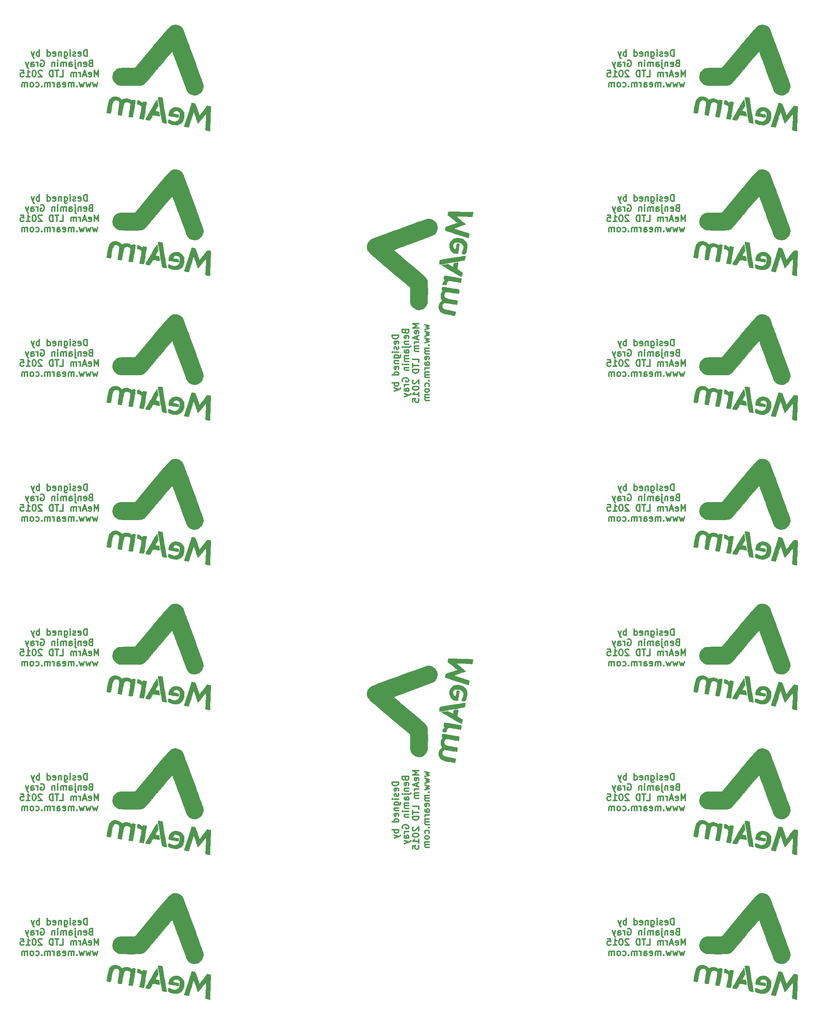
<source format=gbo>
G04 #@! TF.FileFunction,Legend,Bot*
%FSLAX46Y46*%
G04 Gerber Fmt 4.6, Leading zero omitted, Abs format (unit mm)*
G04 Created by KiCad (PCBNEW (2015-01-16 BZR 5376)-product) date 14/09/2015 10:50:26*
%MOMM*%
G01*
G04 APERTURE LIST*
%ADD10C,0.100000*%
%ADD11C,0.300000*%
%ADD12C,3.000000*%
%ADD13C,0.300000*%
%ADD14R,1.300000X1.300000*%
%ADD15C,1.300000*%
%ADD16R,1.727200X1.727200*%
%ADD17O,1.727200X1.727200*%
%ADD18C,2.600000*%
%ADD19C,2.000000*%
G04 APERTURE END LIST*
D10*
D11*
X195896000Y-28606571D02*
X195896000Y-27106571D01*
X195538857Y-27106571D01*
X195324572Y-27178000D01*
X195181714Y-27320857D01*
X195110286Y-27463714D01*
X195038857Y-27749429D01*
X195038857Y-27963714D01*
X195110286Y-28249429D01*
X195181714Y-28392286D01*
X195324572Y-28535143D01*
X195538857Y-28606571D01*
X195896000Y-28606571D01*
X193824572Y-28535143D02*
X193967429Y-28606571D01*
X194253143Y-28606571D01*
X194396000Y-28535143D01*
X194467429Y-28392286D01*
X194467429Y-27820857D01*
X194396000Y-27678000D01*
X194253143Y-27606571D01*
X193967429Y-27606571D01*
X193824572Y-27678000D01*
X193753143Y-27820857D01*
X193753143Y-27963714D01*
X194467429Y-28106571D01*
X193181715Y-28535143D02*
X193038858Y-28606571D01*
X192753143Y-28606571D01*
X192610286Y-28535143D01*
X192538858Y-28392286D01*
X192538858Y-28320857D01*
X192610286Y-28178000D01*
X192753143Y-28106571D01*
X192967429Y-28106571D01*
X193110286Y-28035143D01*
X193181715Y-27892286D01*
X193181715Y-27820857D01*
X193110286Y-27678000D01*
X192967429Y-27606571D01*
X192753143Y-27606571D01*
X192610286Y-27678000D01*
X191896000Y-28606571D02*
X191896000Y-27606571D01*
X191896000Y-27106571D02*
X191967429Y-27178000D01*
X191896000Y-27249429D01*
X191824572Y-27178000D01*
X191896000Y-27106571D01*
X191896000Y-27249429D01*
X190538857Y-27606571D02*
X190538857Y-28820857D01*
X190610286Y-28963714D01*
X190681714Y-29035143D01*
X190824571Y-29106571D01*
X191038857Y-29106571D01*
X191181714Y-29035143D01*
X190538857Y-28535143D02*
X190681714Y-28606571D01*
X190967428Y-28606571D01*
X191110286Y-28535143D01*
X191181714Y-28463714D01*
X191253143Y-28320857D01*
X191253143Y-27892286D01*
X191181714Y-27749429D01*
X191110286Y-27678000D01*
X190967428Y-27606571D01*
X190681714Y-27606571D01*
X190538857Y-27678000D01*
X189824571Y-27606571D02*
X189824571Y-28606571D01*
X189824571Y-27749429D02*
X189753143Y-27678000D01*
X189610285Y-27606571D01*
X189396000Y-27606571D01*
X189253143Y-27678000D01*
X189181714Y-27820857D01*
X189181714Y-28606571D01*
X187896000Y-28535143D02*
X188038857Y-28606571D01*
X188324571Y-28606571D01*
X188467428Y-28535143D01*
X188538857Y-28392286D01*
X188538857Y-27820857D01*
X188467428Y-27678000D01*
X188324571Y-27606571D01*
X188038857Y-27606571D01*
X187896000Y-27678000D01*
X187824571Y-27820857D01*
X187824571Y-27963714D01*
X188538857Y-28106571D01*
X186538857Y-28606571D02*
X186538857Y-27106571D01*
X186538857Y-28535143D02*
X186681714Y-28606571D01*
X186967428Y-28606571D01*
X187110286Y-28535143D01*
X187181714Y-28463714D01*
X187253143Y-28320857D01*
X187253143Y-27892286D01*
X187181714Y-27749429D01*
X187110286Y-27678000D01*
X186967428Y-27606571D01*
X186681714Y-27606571D01*
X186538857Y-27678000D01*
X184681714Y-28606571D02*
X184681714Y-27106571D01*
X184681714Y-27678000D02*
X184538857Y-27606571D01*
X184253143Y-27606571D01*
X184110286Y-27678000D01*
X184038857Y-27749429D01*
X183967428Y-27892286D01*
X183967428Y-28320857D01*
X184038857Y-28463714D01*
X184110286Y-28535143D01*
X184253143Y-28606571D01*
X184538857Y-28606571D01*
X184681714Y-28535143D01*
X183467428Y-27606571D02*
X183110285Y-28606571D01*
X182753143Y-27606571D02*
X183110285Y-28606571D01*
X183253143Y-28963714D01*
X183324571Y-29035143D01*
X183467428Y-29106571D01*
X196717428Y-30220857D02*
X196503142Y-30292286D01*
X196431714Y-30363714D01*
X196360285Y-30506571D01*
X196360285Y-30720857D01*
X196431714Y-30863714D01*
X196503142Y-30935143D01*
X196646000Y-31006571D01*
X197217428Y-31006571D01*
X197217428Y-29506571D01*
X196717428Y-29506571D01*
X196574571Y-29578000D01*
X196503142Y-29649429D01*
X196431714Y-29792286D01*
X196431714Y-29935143D01*
X196503142Y-30078000D01*
X196574571Y-30149429D01*
X196717428Y-30220857D01*
X197217428Y-30220857D01*
X195146000Y-30935143D02*
X195288857Y-31006571D01*
X195574571Y-31006571D01*
X195717428Y-30935143D01*
X195788857Y-30792286D01*
X195788857Y-30220857D01*
X195717428Y-30078000D01*
X195574571Y-30006571D01*
X195288857Y-30006571D01*
X195146000Y-30078000D01*
X195074571Y-30220857D01*
X195074571Y-30363714D01*
X195788857Y-30506571D01*
X194431714Y-30006571D02*
X194431714Y-31006571D01*
X194431714Y-30149429D02*
X194360286Y-30078000D01*
X194217428Y-30006571D01*
X194003143Y-30006571D01*
X193860286Y-30078000D01*
X193788857Y-30220857D01*
X193788857Y-31006571D01*
X193074571Y-30006571D02*
X193074571Y-31292286D01*
X193146000Y-31435143D01*
X193288857Y-31506571D01*
X193360285Y-31506571D01*
X193074571Y-29506571D02*
X193146000Y-29578000D01*
X193074571Y-29649429D01*
X193003143Y-29578000D01*
X193074571Y-29506571D01*
X193074571Y-29649429D01*
X191717428Y-31006571D02*
X191717428Y-30220857D01*
X191788857Y-30078000D01*
X191931714Y-30006571D01*
X192217428Y-30006571D01*
X192360285Y-30078000D01*
X191717428Y-30935143D02*
X191860285Y-31006571D01*
X192217428Y-31006571D01*
X192360285Y-30935143D01*
X192431714Y-30792286D01*
X192431714Y-30649429D01*
X192360285Y-30506571D01*
X192217428Y-30435143D01*
X191860285Y-30435143D01*
X191717428Y-30363714D01*
X191003142Y-31006571D02*
X191003142Y-30006571D01*
X191003142Y-30149429D02*
X190931714Y-30078000D01*
X190788856Y-30006571D01*
X190574571Y-30006571D01*
X190431714Y-30078000D01*
X190360285Y-30220857D01*
X190360285Y-31006571D01*
X190360285Y-30220857D02*
X190288856Y-30078000D01*
X190145999Y-30006571D01*
X189931714Y-30006571D01*
X189788856Y-30078000D01*
X189717428Y-30220857D01*
X189717428Y-31006571D01*
X189003142Y-31006571D02*
X189003142Y-30006571D01*
X189003142Y-29506571D02*
X189074571Y-29578000D01*
X189003142Y-29649429D01*
X188931714Y-29578000D01*
X189003142Y-29506571D01*
X189003142Y-29649429D01*
X188288856Y-30006571D02*
X188288856Y-31006571D01*
X188288856Y-30149429D02*
X188217428Y-30078000D01*
X188074570Y-30006571D01*
X187860285Y-30006571D01*
X187717428Y-30078000D01*
X187645999Y-30220857D01*
X187645999Y-31006571D01*
X185003142Y-29578000D02*
X185145999Y-29506571D01*
X185360285Y-29506571D01*
X185574570Y-29578000D01*
X185717428Y-29720857D01*
X185788856Y-29863714D01*
X185860285Y-30149429D01*
X185860285Y-30363714D01*
X185788856Y-30649429D01*
X185717428Y-30792286D01*
X185574570Y-30935143D01*
X185360285Y-31006571D01*
X185217428Y-31006571D01*
X185003142Y-30935143D01*
X184931713Y-30863714D01*
X184931713Y-30363714D01*
X185217428Y-30363714D01*
X184288856Y-31006571D02*
X184288856Y-30006571D01*
X184288856Y-30292286D02*
X184217428Y-30149429D01*
X184145999Y-30078000D01*
X184003142Y-30006571D01*
X183860285Y-30006571D01*
X182717428Y-31006571D02*
X182717428Y-30220857D01*
X182788857Y-30078000D01*
X182931714Y-30006571D01*
X183217428Y-30006571D01*
X183360285Y-30078000D01*
X182717428Y-30935143D02*
X182860285Y-31006571D01*
X183217428Y-31006571D01*
X183360285Y-30935143D01*
X183431714Y-30792286D01*
X183431714Y-30649429D01*
X183360285Y-30506571D01*
X183217428Y-30435143D01*
X182860285Y-30435143D01*
X182717428Y-30363714D01*
X182145999Y-30006571D02*
X181788856Y-31006571D01*
X181431714Y-30006571D02*
X181788856Y-31006571D01*
X181931714Y-31363714D01*
X182003142Y-31435143D01*
X182145999Y-31506571D01*
X198574570Y-33406571D02*
X198574570Y-31906571D01*
X198074570Y-32978000D01*
X197574570Y-31906571D01*
X197574570Y-33406571D01*
X196288856Y-33335143D02*
X196431713Y-33406571D01*
X196717427Y-33406571D01*
X196860284Y-33335143D01*
X196931713Y-33192286D01*
X196931713Y-32620857D01*
X196860284Y-32478000D01*
X196717427Y-32406571D01*
X196431713Y-32406571D01*
X196288856Y-32478000D01*
X196217427Y-32620857D01*
X196217427Y-32763714D01*
X196931713Y-32906571D01*
X195645999Y-32978000D02*
X194931713Y-32978000D01*
X195788856Y-33406571D02*
X195288856Y-31906571D01*
X194788856Y-33406571D01*
X194288856Y-33406571D02*
X194288856Y-32406571D01*
X194288856Y-32692286D02*
X194217428Y-32549429D01*
X194145999Y-32478000D01*
X194003142Y-32406571D01*
X193860285Y-32406571D01*
X193360285Y-33406571D02*
X193360285Y-32406571D01*
X193360285Y-32549429D02*
X193288857Y-32478000D01*
X193145999Y-32406571D01*
X192931714Y-32406571D01*
X192788857Y-32478000D01*
X192717428Y-32620857D01*
X192717428Y-33406571D01*
X192717428Y-32620857D02*
X192645999Y-32478000D01*
X192503142Y-32406571D01*
X192288857Y-32406571D01*
X192145999Y-32478000D01*
X192074571Y-32620857D01*
X192074571Y-33406571D01*
X189503142Y-33406571D02*
X190217428Y-33406571D01*
X190217428Y-31906571D01*
X189217428Y-31906571D02*
X188360285Y-31906571D01*
X188788856Y-33406571D02*
X188788856Y-31906571D01*
X187860285Y-33406571D02*
X187860285Y-31906571D01*
X187503142Y-31906571D01*
X187288857Y-31978000D01*
X187145999Y-32120857D01*
X187074571Y-32263714D01*
X187003142Y-32549429D01*
X187003142Y-32763714D01*
X187074571Y-33049429D01*
X187145999Y-33192286D01*
X187288857Y-33335143D01*
X187503142Y-33406571D01*
X187860285Y-33406571D01*
X185288857Y-32049429D02*
X185217428Y-31978000D01*
X185074571Y-31906571D01*
X184717428Y-31906571D01*
X184574571Y-31978000D01*
X184503142Y-32049429D01*
X184431714Y-32192286D01*
X184431714Y-32335143D01*
X184503142Y-32549429D01*
X185360285Y-33406571D01*
X184431714Y-33406571D01*
X183503143Y-31906571D02*
X183360286Y-31906571D01*
X183217429Y-31978000D01*
X183146000Y-32049429D01*
X183074571Y-32192286D01*
X183003143Y-32478000D01*
X183003143Y-32835143D01*
X183074571Y-33120857D01*
X183146000Y-33263714D01*
X183217429Y-33335143D01*
X183360286Y-33406571D01*
X183503143Y-33406571D01*
X183646000Y-33335143D01*
X183717429Y-33263714D01*
X183788857Y-33120857D01*
X183860286Y-32835143D01*
X183860286Y-32478000D01*
X183788857Y-32192286D01*
X183717429Y-32049429D01*
X183646000Y-31978000D01*
X183503143Y-31906571D01*
X181574572Y-33406571D02*
X182431715Y-33406571D01*
X182003143Y-33406571D02*
X182003143Y-31906571D01*
X182146000Y-32120857D01*
X182288858Y-32263714D01*
X182431715Y-32335143D01*
X180217429Y-31906571D02*
X180931715Y-31906571D01*
X181003144Y-32620857D01*
X180931715Y-32549429D01*
X180788858Y-32478000D01*
X180431715Y-32478000D01*
X180288858Y-32549429D01*
X180217429Y-32620857D01*
X180146001Y-32763714D01*
X180146001Y-33120857D01*
X180217429Y-33263714D01*
X180288858Y-33335143D01*
X180431715Y-33406571D01*
X180788858Y-33406571D01*
X180931715Y-33335143D01*
X181003144Y-33263714D01*
X198360286Y-34806571D02*
X198074572Y-35806571D01*
X197788858Y-35092286D01*
X197503143Y-35806571D01*
X197217429Y-34806571D01*
X196788857Y-34806571D02*
X196503143Y-35806571D01*
X196217429Y-35092286D01*
X195931714Y-35806571D01*
X195646000Y-34806571D01*
X195217428Y-34806571D02*
X194931714Y-35806571D01*
X194646000Y-35092286D01*
X194360285Y-35806571D01*
X194074571Y-34806571D01*
X193503142Y-35663714D02*
X193431714Y-35735143D01*
X193503142Y-35806571D01*
X193574571Y-35735143D01*
X193503142Y-35663714D01*
X193503142Y-35806571D01*
X192788856Y-35806571D02*
X192788856Y-34806571D01*
X192788856Y-34949429D02*
X192717428Y-34878000D01*
X192574570Y-34806571D01*
X192360285Y-34806571D01*
X192217428Y-34878000D01*
X192145999Y-35020857D01*
X192145999Y-35806571D01*
X192145999Y-35020857D02*
X192074570Y-34878000D01*
X191931713Y-34806571D01*
X191717428Y-34806571D01*
X191574570Y-34878000D01*
X191503142Y-35020857D01*
X191503142Y-35806571D01*
X190217428Y-35735143D02*
X190360285Y-35806571D01*
X190645999Y-35806571D01*
X190788856Y-35735143D01*
X190860285Y-35592286D01*
X190860285Y-35020857D01*
X190788856Y-34878000D01*
X190645999Y-34806571D01*
X190360285Y-34806571D01*
X190217428Y-34878000D01*
X190145999Y-35020857D01*
X190145999Y-35163714D01*
X190860285Y-35306571D01*
X188860285Y-35806571D02*
X188860285Y-35020857D01*
X188931714Y-34878000D01*
X189074571Y-34806571D01*
X189360285Y-34806571D01*
X189503142Y-34878000D01*
X188860285Y-35735143D02*
X189003142Y-35806571D01*
X189360285Y-35806571D01*
X189503142Y-35735143D01*
X189574571Y-35592286D01*
X189574571Y-35449429D01*
X189503142Y-35306571D01*
X189360285Y-35235143D01*
X189003142Y-35235143D01*
X188860285Y-35163714D01*
X188145999Y-35806571D02*
X188145999Y-34806571D01*
X188145999Y-35092286D02*
X188074571Y-34949429D01*
X188003142Y-34878000D01*
X187860285Y-34806571D01*
X187717428Y-34806571D01*
X187217428Y-35806571D02*
X187217428Y-34806571D01*
X187217428Y-34949429D02*
X187146000Y-34878000D01*
X187003142Y-34806571D01*
X186788857Y-34806571D01*
X186646000Y-34878000D01*
X186574571Y-35020857D01*
X186574571Y-35806571D01*
X186574571Y-35020857D02*
X186503142Y-34878000D01*
X186360285Y-34806571D01*
X186146000Y-34806571D01*
X186003142Y-34878000D01*
X185931714Y-35020857D01*
X185931714Y-35806571D01*
X185217428Y-35663714D02*
X185146000Y-35735143D01*
X185217428Y-35806571D01*
X185288857Y-35735143D01*
X185217428Y-35663714D01*
X185217428Y-35806571D01*
X183860285Y-35735143D02*
X184003142Y-35806571D01*
X184288856Y-35806571D01*
X184431714Y-35735143D01*
X184503142Y-35663714D01*
X184574571Y-35520857D01*
X184574571Y-35092286D01*
X184503142Y-34949429D01*
X184431714Y-34878000D01*
X184288856Y-34806571D01*
X184003142Y-34806571D01*
X183860285Y-34878000D01*
X183003142Y-35806571D02*
X183146000Y-35735143D01*
X183217428Y-35663714D01*
X183288857Y-35520857D01*
X183288857Y-35092286D01*
X183217428Y-34949429D01*
X183146000Y-34878000D01*
X183003142Y-34806571D01*
X182788857Y-34806571D01*
X182646000Y-34878000D01*
X182574571Y-34949429D01*
X182503142Y-35092286D01*
X182503142Y-35520857D01*
X182574571Y-35663714D01*
X182646000Y-35735143D01*
X182788857Y-35806571D01*
X183003142Y-35806571D01*
X181860285Y-35806571D02*
X181860285Y-34806571D01*
X181860285Y-34949429D02*
X181788857Y-34878000D01*
X181645999Y-34806571D01*
X181431714Y-34806571D01*
X181288857Y-34878000D01*
X181217428Y-35020857D01*
X181217428Y-35806571D01*
X181217428Y-35020857D02*
X181145999Y-34878000D01*
X181003142Y-34806571D01*
X180788857Y-34806571D01*
X180645999Y-34878000D01*
X180574571Y-35020857D01*
X180574571Y-35806571D01*
X195896000Y-62606571D02*
X195896000Y-61106571D01*
X195538857Y-61106571D01*
X195324572Y-61178000D01*
X195181714Y-61320857D01*
X195110286Y-61463714D01*
X195038857Y-61749429D01*
X195038857Y-61963714D01*
X195110286Y-62249429D01*
X195181714Y-62392286D01*
X195324572Y-62535143D01*
X195538857Y-62606571D01*
X195896000Y-62606571D01*
X193824572Y-62535143D02*
X193967429Y-62606571D01*
X194253143Y-62606571D01*
X194396000Y-62535143D01*
X194467429Y-62392286D01*
X194467429Y-61820857D01*
X194396000Y-61678000D01*
X194253143Y-61606571D01*
X193967429Y-61606571D01*
X193824572Y-61678000D01*
X193753143Y-61820857D01*
X193753143Y-61963714D01*
X194467429Y-62106571D01*
X193181715Y-62535143D02*
X193038858Y-62606571D01*
X192753143Y-62606571D01*
X192610286Y-62535143D01*
X192538858Y-62392286D01*
X192538858Y-62320857D01*
X192610286Y-62178000D01*
X192753143Y-62106571D01*
X192967429Y-62106571D01*
X193110286Y-62035143D01*
X193181715Y-61892286D01*
X193181715Y-61820857D01*
X193110286Y-61678000D01*
X192967429Y-61606571D01*
X192753143Y-61606571D01*
X192610286Y-61678000D01*
X191896000Y-62606571D02*
X191896000Y-61606571D01*
X191896000Y-61106571D02*
X191967429Y-61178000D01*
X191896000Y-61249429D01*
X191824572Y-61178000D01*
X191896000Y-61106571D01*
X191896000Y-61249429D01*
X190538857Y-61606571D02*
X190538857Y-62820857D01*
X190610286Y-62963714D01*
X190681714Y-63035143D01*
X190824571Y-63106571D01*
X191038857Y-63106571D01*
X191181714Y-63035143D01*
X190538857Y-62535143D02*
X190681714Y-62606571D01*
X190967428Y-62606571D01*
X191110286Y-62535143D01*
X191181714Y-62463714D01*
X191253143Y-62320857D01*
X191253143Y-61892286D01*
X191181714Y-61749429D01*
X191110286Y-61678000D01*
X190967428Y-61606571D01*
X190681714Y-61606571D01*
X190538857Y-61678000D01*
X189824571Y-61606571D02*
X189824571Y-62606571D01*
X189824571Y-61749429D02*
X189753143Y-61678000D01*
X189610285Y-61606571D01*
X189396000Y-61606571D01*
X189253143Y-61678000D01*
X189181714Y-61820857D01*
X189181714Y-62606571D01*
X187896000Y-62535143D02*
X188038857Y-62606571D01*
X188324571Y-62606571D01*
X188467428Y-62535143D01*
X188538857Y-62392286D01*
X188538857Y-61820857D01*
X188467428Y-61678000D01*
X188324571Y-61606571D01*
X188038857Y-61606571D01*
X187896000Y-61678000D01*
X187824571Y-61820857D01*
X187824571Y-61963714D01*
X188538857Y-62106571D01*
X186538857Y-62606571D02*
X186538857Y-61106571D01*
X186538857Y-62535143D02*
X186681714Y-62606571D01*
X186967428Y-62606571D01*
X187110286Y-62535143D01*
X187181714Y-62463714D01*
X187253143Y-62320857D01*
X187253143Y-61892286D01*
X187181714Y-61749429D01*
X187110286Y-61678000D01*
X186967428Y-61606571D01*
X186681714Y-61606571D01*
X186538857Y-61678000D01*
X184681714Y-62606571D02*
X184681714Y-61106571D01*
X184681714Y-61678000D02*
X184538857Y-61606571D01*
X184253143Y-61606571D01*
X184110286Y-61678000D01*
X184038857Y-61749429D01*
X183967428Y-61892286D01*
X183967428Y-62320857D01*
X184038857Y-62463714D01*
X184110286Y-62535143D01*
X184253143Y-62606571D01*
X184538857Y-62606571D01*
X184681714Y-62535143D01*
X183467428Y-61606571D02*
X183110285Y-62606571D01*
X182753143Y-61606571D02*
X183110285Y-62606571D01*
X183253143Y-62963714D01*
X183324571Y-63035143D01*
X183467428Y-63106571D01*
X196717428Y-64220857D02*
X196503142Y-64292286D01*
X196431714Y-64363714D01*
X196360285Y-64506571D01*
X196360285Y-64720857D01*
X196431714Y-64863714D01*
X196503142Y-64935143D01*
X196646000Y-65006571D01*
X197217428Y-65006571D01*
X197217428Y-63506571D01*
X196717428Y-63506571D01*
X196574571Y-63578000D01*
X196503142Y-63649429D01*
X196431714Y-63792286D01*
X196431714Y-63935143D01*
X196503142Y-64078000D01*
X196574571Y-64149429D01*
X196717428Y-64220857D01*
X197217428Y-64220857D01*
X195146000Y-64935143D02*
X195288857Y-65006571D01*
X195574571Y-65006571D01*
X195717428Y-64935143D01*
X195788857Y-64792286D01*
X195788857Y-64220857D01*
X195717428Y-64078000D01*
X195574571Y-64006571D01*
X195288857Y-64006571D01*
X195146000Y-64078000D01*
X195074571Y-64220857D01*
X195074571Y-64363714D01*
X195788857Y-64506571D01*
X194431714Y-64006571D02*
X194431714Y-65006571D01*
X194431714Y-64149429D02*
X194360286Y-64078000D01*
X194217428Y-64006571D01*
X194003143Y-64006571D01*
X193860286Y-64078000D01*
X193788857Y-64220857D01*
X193788857Y-65006571D01*
X193074571Y-64006571D02*
X193074571Y-65292286D01*
X193146000Y-65435143D01*
X193288857Y-65506571D01*
X193360285Y-65506571D01*
X193074571Y-63506571D02*
X193146000Y-63578000D01*
X193074571Y-63649429D01*
X193003143Y-63578000D01*
X193074571Y-63506571D01*
X193074571Y-63649429D01*
X191717428Y-65006571D02*
X191717428Y-64220857D01*
X191788857Y-64078000D01*
X191931714Y-64006571D01*
X192217428Y-64006571D01*
X192360285Y-64078000D01*
X191717428Y-64935143D02*
X191860285Y-65006571D01*
X192217428Y-65006571D01*
X192360285Y-64935143D01*
X192431714Y-64792286D01*
X192431714Y-64649429D01*
X192360285Y-64506571D01*
X192217428Y-64435143D01*
X191860285Y-64435143D01*
X191717428Y-64363714D01*
X191003142Y-65006571D02*
X191003142Y-64006571D01*
X191003142Y-64149429D02*
X190931714Y-64078000D01*
X190788856Y-64006571D01*
X190574571Y-64006571D01*
X190431714Y-64078000D01*
X190360285Y-64220857D01*
X190360285Y-65006571D01*
X190360285Y-64220857D02*
X190288856Y-64078000D01*
X190145999Y-64006571D01*
X189931714Y-64006571D01*
X189788856Y-64078000D01*
X189717428Y-64220857D01*
X189717428Y-65006571D01*
X189003142Y-65006571D02*
X189003142Y-64006571D01*
X189003142Y-63506571D02*
X189074571Y-63578000D01*
X189003142Y-63649429D01*
X188931714Y-63578000D01*
X189003142Y-63506571D01*
X189003142Y-63649429D01*
X188288856Y-64006571D02*
X188288856Y-65006571D01*
X188288856Y-64149429D02*
X188217428Y-64078000D01*
X188074570Y-64006571D01*
X187860285Y-64006571D01*
X187717428Y-64078000D01*
X187645999Y-64220857D01*
X187645999Y-65006571D01*
X185003142Y-63578000D02*
X185145999Y-63506571D01*
X185360285Y-63506571D01*
X185574570Y-63578000D01*
X185717428Y-63720857D01*
X185788856Y-63863714D01*
X185860285Y-64149429D01*
X185860285Y-64363714D01*
X185788856Y-64649429D01*
X185717428Y-64792286D01*
X185574570Y-64935143D01*
X185360285Y-65006571D01*
X185217428Y-65006571D01*
X185003142Y-64935143D01*
X184931713Y-64863714D01*
X184931713Y-64363714D01*
X185217428Y-64363714D01*
X184288856Y-65006571D02*
X184288856Y-64006571D01*
X184288856Y-64292286D02*
X184217428Y-64149429D01*
X184145999Y-64078000D01*
X184003142Y-64006571D01*
X183860285Y-64006571D01*
X182717428Y-65006571D02*
X182717428Y-64220857D01*
X182788857Y-64078000D01*
X182931714Y-64006571D01*
X183217428Y-64006571D01*
X183360285Y-64078000D01*
X182717428Y-64935143D02*
X182860285Y-65006571D01*
X183217428Y-65006571D01*
X183360285Y-64935143D01*
X183431714Y-64792286D01*
X183431714Y-64649429D01*
X183360285Y-64506571D01*
X183217428Y-64435143D01*
X182860285Y-64435143D01*
X182717428Y-64363714D01*
X182145999Y-64006571D02*
X181788856Y-65006571D01*
X181431714Y-64006571D02*
X181788856Y-65006571D01*
X181931714Y-65363714D01*
X182003142Y-65435143D01*
X182145999Y-65506571D01*
X198574570Y-67406571D02*
X198574570Y-65906571D01*
X198074570Y-66978000D01*
X197574570Y-65906571D01*
X197574570Y-67406571D01*
X196288856Y-67335143D02*
X196431713Y-67406571D01*
X196717427Y-67406571D01*
X196860284Y-67335143D01*
X196931713Y-67192286D01*
X196931713Y-66620857D01*
X196860284Y-66478000D01*
X196717427Y-66406571D01*
X196431713Y-66406571D01*
X196288856Y-66478000D01*
X196217427Y-66620857D01*
X196217427Y-66763714D01*
X196931713Y-66906571D01*
X195645999Y-66978000D02*
X194931713Y-66978000D01*
X195788856Y-67406571D02*
X195288856Y-65906571D01*
X194788856Y-67406571D01*
X194288856Y-67406571D02*
X194288856Y-66406571D01*
X194288856Y-66692286D02*
X194217428Y-66549429D01*
X194145999Y-66478000D01*
X194003142Y-66406571D01*
X193860285Y-66406571D01*
X193360285Y-67406571D02*
X193360285Y-66406571D01*
X193360285Y-66549429D02*
X193288857Y-66478000D01*
X193145999Y-66406571D01*
X192931714Y-66406571D01*
X192788857Y-66478000D01*
X192717428Y-66620857D01*
X192717428Y-67406571D01*
X192717428Y-66620857D02*
X192645999Y-66478000D01*
X192503142Y-66406571D01*
X192288857Y-66406571D01*
X192145999Y-66478000D01*
X192074571Y-66620857D01*
X192074571Y-67406571D01*
X189503142Y-67406571D02*
X190217428Y-67406571D01*
X190217428Y-65906571D01*
X189217428Y-65906571D02*
X188360285Y-65906571D01*
X188788856Y-67406571D02*
X188788856Y-65906571D01*
X187860285Y-67406571D02*
X187860285Y-65906571D01*
X187503142Y-65906571D01*
X187288857Y-65978000D01*
X187145999Y-66120857D01*
X187074571Y-66263714D01*
X187003142Y-66549429D01*
X187003142Y-66763714D01*
X187074571Y-67049429D01*
X187145999Y-67192286D01*
X187288857Y-67335143D01*
X187503142Y-67406571D01*
X187860285Y-67406571D01*
X185288857Y-66049429D02*
X185217428Y-65978000D01*
X185074571Y-65906571D01*
X184717428Y-65906571D01*
X184574571Y-65978000D01*
X184503142Y-66049429D01*
X184431714Y-66192286D01*
X184431714Y-66335143D01*
X184503142Y-66549429D01*
X185360285Y-67406571D01*
X184431714Y-67406571D01*
X183503143Y-65906571D02*
X183360286Y-65906571D01*
X183217429Y-65978000D01*
X183146000Y-66049429D01*
X183074571Y-66192286D01*
X183003143Y-66478000D01*
X183003143Y-66835143D01*
X183074571Y-67120857D01*
X183146000Y-67263714D01*
X183217429Y-67335143D01*
X183360286Y-67406571D01*
X183503143Y-67406571D01*
X183646000Y-67335143D01*
X183717429Y-67263714D01*
X183788857Y-67120857D01*
X183860286Y-66835143D01*
X183860286Y-66478000D01*
X183788857Y-66192286D01*
X183717429Y-66049429D01*
X183646000Y-65978000D01*
X183503143Y-65906571D01*
X181574572Y-67406571D02*
X182431715Y-67406571D01*
X182003143Y-67406571D02*
X182003143Y-65906571D01*
X182146000Y-66120857D01*
X182288858Y-66263714D01*
X182431715Y-66335143D01*
X180217429Y-65906571D02*
X180931715Y-65906571D01*
X181003144Y-66620857D01*
X180931715Y-66549429D01*
X180788858Y-66478000D01*
X180431715Y-66478000D01*
X180288858Y-66549429D01*
X180217429Y-66620857D01*
X180146001Y-66763714D01*
X180146001Y-67120857D01*
X180217429Y-67263714D01*
X180288858Y-67335143D01*
X180431715Y-67406571D01*
X180788858Y-67406571D01*
X180931715Y-67335143D01*
X181003144Y-67263714D01*
X198360286Y-68806571D02*
X198074572Y-69806571D01*
X197788858Y-69092286D01*
X197503143Y-69806571D01*
X197217429Y-68806571D01*
X196788857Y-68806571D02*
X196503143Y-69806571D01*
X196217429Y-69092286D01*
X195931714Y-69806571D01*
X195646000Y-68806571D01*
X195217428Y-68806571D02*
X194931714Y-69806571D01*
X194646000Y-69092286D01*
X194360285Y-69806571D01*
X194074571Y-68806571D01*
X193503142Y-69663714D02*
X193431714Y-69735143D01*
X193503142Y-69806571D01*
X193574571Y-69735143D01*
X193503142Y-69663714D01*
X193503142Y-69806571D01*
X192788856Y-69806571D02*
X192788856Y-68806571D01*
X192788856Y-68949429D02*
X192717428Y-68878000D01*
X192574570Y-68806571D01*
X192360285Y-68806571D01*
X192217428Y-68878000D01*
X192145999Y-69020857D01*
X192145999Y-69806571D01*
X192145999Y-69020857D02*
X192074570Y-68878000D01*
X191931713Y-68806571D01*
X191717428Y-68806571D01*
X191574570Y-68878000D01*
X191503142Y-69020857D01*
X191503142Y-69806571D01*
X190217428Y-69735143D02*
X190360285Y-69806571D01*
X190645999Y-69806571D01*
X190788856Y-69735143D01*
X190860285Y-69592286D01*
X190860285Y-69020857D01*
X190788856Y-68878000D01*
X190645999Y-68806571D01*
X190360285Y-68806571D01*
X190217428Y-68878000D01*
X190145999Y-69020857D01*
X190145999Y-69163714D01*
X190860285Y-69306571D01*
X188860285Y-69806571D02*
X188860285Y-69020857D01*
X188931714Y-68878000D01*
X189074571Y-68806571D01*
X189360285Y-68806571D01*
X189503142Y-68878000D01*
X188860285Y-69735143D02*
X189003142Y-69806571D01*
X189360285Y-69806571D01*
X189503142Y-69735143D01*
X189574571Y-69592286D01*
X189574571Y-69449429D01*
X189503142Y-69306571D01*
X189360285Y-69235143D01*
X189003142Y-69235143D01*
X188860285Y-69163714D01*
X188145999Y-69806571D02*
X188145999Y-68806571D01*
X188145999Y-69092286D02*
X188074571Y-68949429D01*
X188003142Y-68878000D01*
X187860285Y-68806571D01*
X187717428Y-68806571D01*
X187217428Y-69806571D02*
X187217428Y-68806571D01*
X187217428Y-68949429D02*
X187146000Y-68878000D01*
X187003142Y-68806571D01*
X186788857Y-68806571D01*
X186646000Y-68878000D01*
X186574571Y-69020857D01*
X186574571Y-69806571D01*
X186574571Y-69020857D02*
X186503142Y-68878000D01*
X186360285Y-68806571D01*
X186146000Y-68806571D01*
X186003142Y-68878000D01*
X185931714Y-69020857D01*
X185931714Y-69806571D01*
X185217428Y-69663714D02*
X185146000Y-69735143D01*
X185217428Y-69806571D01*
X185288857Y-69735143D01*
X185217428Y-69663714D01*
X185217428Y-69806571D01*
X183860285Y-69735143D02*
X184003142Y-69806571D01*
X184288856Y-69806571D01*
X184431714Y-69735143D01*
X184503142Y-69663714D01*
X184574571Y-69520857D01*
X184574571Y-69092286D01*
X184503142Y-68949429D01*
X184431714Y-68878000D01*
X184288856Y-68806571D01*
X184003142Y-68806571D01*
X183860285Y-68878000D01*
X183003142Y-69806571D02*
X183146000Y-69735143D01*
X183217428Y-69663714D01*
X183288857Y-69520857D01*
X183288857Y-69092286D01*
X183217428Y-68949429D01*
X183146000Y-68878000D01*
X183003142Y-68806571D01*
X182788857Y-68806571D01*
X182646000Y-68878000D01*
X182574571Y-68949429D01*
X182503142Y-69092286D01*
X182503142Y-69520857D01*
X182574571Y-69663714D01*
X182646000Y-69735143D01*
X182788857Y-69806571D01*
X183003142Y-69806571D01*
X181860285Y-69806571D02*
X181860285Y-68806571D01*
X181860285Y-68949429D02*
X181788857Y-68878000D01*
X181645999Y-68806571D01*
X181431714Y-68806571D01*
X181288857Y-68878000D01*
X181217428Y-69020857D01*
X181217428Y-69806571D01*
X181217428Y-69020857D02*
X181145999Y-68878000D01*
X181003142Y-68806571D01*
X180788857Y-68806571D01*
X180645999Y-68878000D01*
X180574571Y-69020857D01*
X180574571Y-69806571D01*
X195896000Y-96606571D02*
X195896000Y-95106571D01*
X195538857Y-95106571D01*
X195324572Y-95178000D01*
X195181714Y-95320857D01*
X195110286Y-95463714D01*
X195038857Y-95749429D01*
X195038857Y-95963714D01*
X195110286Y-96249429D01*
X195181714Y-96392286D01*
X195324572Y-96535143D01*
X195538857Y-96606571D01*
X195896000Y-96606571D01*
X193824572Y-96535143D02*
X193967429Y-96606571D01*
X194253143Y-96606571D01*
X194396000Y-96535143D01*
X194467429Y-96392286D01*
X194467429Y-95820857D01*
X194396000Y-95678000D01*
X194253143Y-95606571D01*
X193967429Y-95606571D01*
X193824572Y-95678000D01*
X193753143Y-95820857D01*
X193753143Y-95963714D01*
X194467429Y-96106571D01*
X193181715Y-96535143D02*
X193038858Y-96606571D01*
X192753143Y-96606571D01*
X192610286Y-96535143D01*
X192538858Y-96392286D01*
X192538858Y-96320857D01*
X192610286Y-96178000D01*
X192753143Y-96106571D01*
X192967429Y-96106571D01*
X193110286Y-96035143D01*
X193181715Y-95892286D01*
X193181715Y-95820857D01*
X193110286Y-95678000D01*
X192967429Y-95606571D01*
X192753143Y-95606571D01*
X192610286Y-95678000D01*
X191896000Y-96606571D02*
X191896000Y-95606571D01*
X191896000Y-95106571D02*
X191967429Y-95178000D01*
X191896000Y-95249429D01*
X191824572Y-95178000D01*
X191896000Y-95106571D01*
X191896000Y-95249429D01*
X190538857Y-95606571D02*
X190538857Y-96820857D01*
X190610286Y-96963714D01*
X190681714Y-97035143D01*
X190824571Y-97106571D01*
X191038857Y-97106571D01*
X191181714Y-97035143D01*
X190538857Y-96535143D02*
X190681714Y-96606571D01*
X190967428Y-96606571D01*
X191110286Y-96535143D01*
X191181714Y-96463714D01*
X191253143Y-96320857D01*
X191253143Y-95892286D01*
X191181714Y-95749429D01*
X191110286Y-95678000D01*
X190967428Y-95606571D01*
X190681714Y-95606571D01*
X190538857Y-95678000D01*
X189824571Y-95606571D02*
X189824571Y-96606571D01*
X189824571Y-95749429D02*
X189753143Y-95678000D01*
X189610285Y-95606571D01*
X189396000Y-95606571D01*
X189253143Y-95678000D01*
X189181714Y-95820857D01*
X189181714Y-96606571D01*
X187896000Y-96535143D02*
X188038857Y-96606571D01*
X188324571Y-96606571D01*
X188467428Y-96535143D01*
X188538857Y-96392286D01*
X188538857Y-95820857D01*
X188467428Y-95678000D01*
X188324571Y-95606571D01*
X188038857Y-95606571D01*
X187896000Y-95678000D01*
X187824571Y-95820857D01*
X187824571Y-95963714D01*
X188538857Y-96106571D01*
X186538857Y-96606571D02*
X186538857Y-95106571D01*
X186538857Y-96535143D02*
X186681714Y-96606571D01*
X186967428Y-96606571D01*
X187110286Y-96535143D01*
X187181714Y-96463714D01*
X187253143Y-96320857D01*
X187253143Y-95892286D01*
X187181714Y-95749429D01*
X187110286Y-95678000D01*
X186967428Y-95606571D01*
X186681714Y-95606571D01*
X186538857Y-95678000D01*
X184681714Y-96606571D02*
X184681714Y-95106571D01*
X184681714Y-95678000D02*
X184538857Y-95606571D01*
X184253143Y-95606571D01*
X184110286Y-95678000D01*
X184038857Y-95749429D01*
X183967428Y-95892286D01*
X183967428Y-96320857D01*
X184038857Y-96463714D01*
X184110286Y-96535143D01*
X184253143Y-96606571D01*
X184538857Y-96606571D01*
X184681714Y-96535143D01*
X183467428Y-95606571D02*
X183110285Y-96606571D01*
X182753143Y-95606571D02*
X183110285Y-96606571D01*
X183253143Y-96963714D01*
X183324571Y-97035143D01*
X183467428Y-97106571D01*
X196717428Y-98220857D02*
X196503142Y-98292286D01*
X196431714Y-98363714D01*
X196360285Y-98506571D01*
X196360285Y-98720857D01*
X196431714Y-98863714D01*
X196503142Y-98935143D01*
X196646000Y-99006571D01*
X197217428Y-99006571D01*
X197217428Y-97506571D01*
X196717428Y-97506571D01*
X196574571Y-97578000D01*
X196503142Y-97649429D01*
X196431714Y-97792286D01*
X196431714Y-97935143D01*
X196503142Y-98078000D01*
X196574571Y-98149429D01*
X196717428Y-98220857D01*
X197217428Y-98220857D01*
X195146000Y-98935143D02*
X195288857Y-99006571D01*
X195574571Y-99006571D01*
X195717428Y-98935143D01*
X195788857Y-98792286D01*
X195788857Y-98220857D01*
X195717428Y-98078000D01*
X195574571Y-98006571D01*
X195288857Y-98006571D01*
X195146000Y-98078000D01*
X195074571Y-98220857D01*
X195074571Y-98363714D01*
X195788857Y-98506571D01*
X194431714Y-98006571D02*
X194431714Y-99006571D01*
X194431714Y-98149429D02*
X194360286Y-98078000D01*
X194217428Y-98006571D01*
X194003143Y-98006571D01*
X193860286Y-98078000D01*
X193788857Y-98220857D01*
X193788857Y-99006571D01*
X193074571Y-98006571D02*
X193074571Y-99292286D01*
X193146000Y-99435143D01*
X193288857Y-99506571D01*
X193360285Y-99506571D01*
X193074571Y-97506571D02*
X193146000Y-97578000D01*
X193074571Y-97649429D01*
X193003143Y-97578000D01*
X193074571Y-97506571D01*
X193074571Y-97649429D01*
X191717428Y-99006571D02*
X191717428Y-98220857D01*
X191788857Y-98078000D01*
X191931714Y-98006571D01*
X192217428Y-98006571D01*
X192360285Y-98078000D01*
X191717428Y-98935143D02*
X191860285Y-99006571D01*
X192217428Y-99006571D01*
X192360285Y-98935143D01*
X192431714Y-98792286D01*
X192431714Y-98649429D01*
X192360285Y-98506571D01*
X192217428Y-98435143D01*
X191860285Y-98435143D01*
X191717428Y-98363714D01*
X191003142Y-99006571D02*
X191003142Y-98006571D01*
X191003142Y-98149429D02*
X190931714Y-98078000D01*
X190788856Y-98006571D01*
X190574571Y-98006571D01*
X190431714Y-98078000D01*
X190360285Y-98220857D01*
X190360285Y-99006571D01*
X190360285Y-98220857D02*
X190288856Y-98078000D01*
X190145999Y-98006571D01*
X189931714Y-98006571D01*
X189788856Y-98078000D01*
X189717428Y-98220857D01*
X189717428Y-99006571D01*
X189003142Y-99006571D02*
X189003142Y-98006571D01*
X189003142Y-97506571D02*
X189074571Y-97578000D01*
X189003142Y-97649429D01*
X188931714Y-97578000D01*
X189003142Y-97506571D01*
X189003142Y-97649429D01*
X188288856Y-98006571D02*
X188288856Y-99006571D01*
X188288856Y-98149429D02*
X188217428Y-98078000D01*
X188074570Y-98006571D01*
X187860285Y-98006571D01*
X187717428Y-98078000D01*
X187645999Y-98220857D01*
X187645999Y-99006571D01*
X185003142Y-97578000D02*
X185145999Y-97506571D01*
X185360285Y-97506571D01*
X185574570Y-97578000D01*
X185717428Y-97720857D01*
X185788856Y-97863714D01*
X185860285Y-98149429D01*
X185860285Y-98363714D01*
X185788856Y-98649429D01*
X185717428Y-98792286D01*
X185574570Y-98935143D01*
X185360285Y-99006571D01*
X185217428Y-99006571D01*
X185003142Y-98935143D01*
X184931713Y-98863714D01*
X184931713Y-98363714D01*
X185217428Y-98363714D01*
X184288856Y-99006571D02*
X184288856Y-98006571D01*
X184288856Y-98292286D02*
X184217428Y-98149429D01*
X184145999Y-98078000D01*
X184003142Y-98006571D01*
X183860285Y-98006571D01*
X182717428Y-99006571D02*
X182717428Y-98220857D01*
X182788857Y-98078000D01*
X182931714Y-98006571D01*
X183217428Y-98006571D01*
X183360285Y-98078000D01*
X182717428Y-98935143D02*
X182860285Y-99006571D01*
X183217428Y-99006571D01*
X183360285Y-98935143D01*
X183431714Y-98792286D01*
X183431714Y-98649429D01*
X183360285Y-98506571D01*
X183217428Y-98435143D01*
X182860285Y-98435143D01*
X182717428Y-98363714D01*
X182145999Y-98006571D02*
X181788856Y-99006571D01*
X181431714Y-98006571D02*
X181788856Y-99006571D01*
X181931714Y-99363714D01*
X182003142Y-99435143D01*
X182145999Y-99506571D01*
X198574570Y-101406571D02*
X198574570Y-99906571D01*
X198074570Y-100978000D01*
X197574570Y-99906571D01*
X197574570Y-101406571D01*
X196288856Y-101335143D02*
X196431713Y-101406571D01*
X196717427Y-101406571D01*
X196860284Y-101335143D01*
X196931713Y-101192286D01*
X196931713Y-100620857D01*
X196860284Y-100478000D01*
X196717427Y-100406571D01*
X196431713Y-100406571D01*
X196288856Y-100478000D01*
X196217427Y-100620857D01*
X196217427Y-100763714D01*
X196931713Y-100906571D01*
X195645999Y-100978000D02*
X194931713Y-100978000D01*
X195788856Y-101406571D02*
X195288856Y-99906571D01*
X194788856Y-101406571D01*
X194288856Y-101406571D02*
X194288856Y-100406571D01*
X194288856Y-100692286D02*
X194217428Y-100549429D01*
X194145999Y-100478000D01*
X194003142Y-100406571D01*
X193860285Y-100406571D01*
X193360285Y-101406571D02*
X193360285Y-100406571D01*
X193360285Y-100549429D02*
X193288857Y-100478000D01*
X193145999Y-100406571D01*
X192931714Y-100406571D01*
X192788857Y-100478000D01*
X192717428Y-100620857D01*
X192717428Y-101406571D01*
X192717428Y-100620857D02*
X192645999Y-100478000D01*
X192503142Y-100406571D01*
X192288857Y-100406571D01*
X192145999Y-100478000D01*
X192074571Y-100620857D01*
X192074571Y-101406571D01*
X189503142Y-101406571D02*
X190217428Y-101406571D01*
X190217428Y-99906571D01*
X189217428Y-99906571D02*
X188360285Y-99906571D01*
X188788856Y-101406571D02*
X188788856Y-99906571D01*
X187860285Y-101406571D02*
X187860285Y-99906571D01*
X187503142Y-99906571D01*
X187288857Y-99978000D01*
X187145999Y-100120857D01*
X187074571Y-100263714D01*
X187003142Y-100549429D01*
X187003142Y-100763714D01*
X187074571Y-101049429D01*
X187145999Y-101192286D01*
X187288857Y-101335143D01*
X187503142Y-101406571D01*
X187860285Y-101406571D01*
X185288857Y-100049429D02*
X185217428Y-99978000D01*
X185074571Y-99906571D01*
X184717428Y-99906571D01*
X184574571Y-99978000D01*
X184503142Y-100049429D01*
X184431714Y-100192286D01*
X184431714Y-100335143D01*
X184503142Y-100549429D01*
X185360285Y-101406571D01*
X184431714Y-101406571D01*
X183503143Y-99906571D02*
X183360286Y-99906571D01*
X183217429Y-99978000D01*
X183146000Y-100049429D01*
X183074571Y-100192286D01*
X183003143Y-100478000D01*
X183003143Y-100835143D01*
X183074571Y-101120857D01*
X183146000Y-101263714D01*
X183217429Y-101335143D01*
X183360286Y-101406571D01*
X183503143Y-101406571D01*
X183646000Y-101335143D01*
X183717429Y-101263714D01*
X183788857Y-101120857D01*
X183860286Y-100835143D01*
X183860286Y-100478000D01*
X183788857Y-100192286D01*
X183717429Y-100049429D01*
X183646000Y-99978000D01*
X183503143Y-99906571D01*
X181574572Y-101406571D02*
X182431715Y-101406571D01*
X182003143Y-101406571D02*
X182003143Y-99906571D01*
X182146000Y-100120857D01*
X182288858Y-100263714D01*
X182431715Y-100335143D01*
X180217429Y-99906571D02*
X180931715Y-99906571D01*
X181003144Y-100620857D01*
X180931715Y-100549429D01*
X180788858Y-100478000D01*
X180431715Y-100478000D01*
X180288858Y-100549429D01*
X180217429Y-100620857D01*
X180146001Y-100763714D01*
X180146001Y-101120857D01*
X180217429Y-101263714D01*
X180288858Y-101335143D01*
X180431715Y-101406571D01*
X180788858Y-101406571D01*
X180931715Y-101335143D01*
X181003144Y-101263714D01*
X198360286Y-102806571D02*
X198074572Y-103806571D01*
X197788858Y-103092286D01*
X197503143Y-103806571D01*
X197217429Y-102806571D01*
X196788857Y-102806571D02*
X196503143Y-103806571D01*
X196217429Y-103092286D01*
X195931714Y-103806571D01*
X195646000Y-102806571D01*
X195217428Y-102806571D02*
X194931714Y-103806571D01*
X194646000Y-103092286D01*
X194360285Y-103806571D01*
X194074571Y-102806571D01*
X193503142Y-103663714D02*
X193431714Y-103735143D01*
X193503142Y-103806571D01*
X193574571Y-103735143D01*
X193503142Y-103663714D01*
X193503142Y-103806571D01*
X192788856Y-103806571D02*
X192788856Y-102806571D01*
X192788856Y-102949429D02*
X192717428Y-102878000D01*
X192574570Y-102806571D01*
X192360285Y-102806571D01*
X192217428Y-102878000D01*
X192145999Y-103020857D01*
X192145999Y-103806571D01*
X192145999Y-103020857D02*
X192074570Y-102878000D01*
X191931713Y-102806571D01*
X191717428Y-102806571D01*
X191574570Y-102878000D01*
X191503142Y-103020857D01*
X191503142Y-103806571D01*
X190217428Y-103735143D02*
X190360285Y-103806571D01*
X190645999Y-103806571D01*
X190788856Y-103735143D01*
X190860285Y-103592286D01*
X190860285Y-103020857D01*
X190788856Y-102878000D01*
X190645999Y-102806571D01*
X190360285Y-102806571D01*
X190217428Y-102878000D01*
X190145999Y-103020857D01*
X190145999Y-103163714D01*
X190860285Y-103306571D01*
X188860285Y-103806571D02*
X188860285Y-103020857D01*
X188931714Y-102878000D01*
X189074571Y-102806571D01*
X189360285Y-102806571D01*
X189503142Y-102878000D01*
X188860285Y-103735143D02*
X189003142Y-103806571D01*
X189360285Y-103806571D01*
X189503142Y-103735143D01*
X189574571Y-103592286D01*
X189574571Y-103449429D01*
X189503142Y-103306571D01*
X189360285Y-103235143D01*
X189003142Y-103235143D01*
X188860285Y-103163714D01*
X188145999Y-103806571D02*
X188145999Y-102806571D01*
X188145999Y-103092286D02*
X188074571Y-102949429D01*
X188003142Y-102878000D01*
X187860285Y-102806571D01*
X187717428Y-102806571D01*
X187217428Y-103806571D02*
X187217428Y-102806571D01*
X187217428Y-102949429D02*
X187146000Y-102878000D01*
X187003142Y-102806571D01*
X186788857Y-102806571D01*
X186646000Y-102878000D01*
X186574571Y-103020857D01*
X186574571Y-103806571D01*
X186574571Y-103020857D02*
X186503142Y-102878000D01*
X186360285Y-102806571D01*
X186146000Y-102806571D01*
X186003142Y-102878000D01*
X185931714Y-103020857D01*
X185931714Y-103806571D01*
X185217428Y-103663714D02*
X185146000Y-103735143D01*
X185217428Y-103806571D01*
X185288857Y-103735143D01*
X185217428Y-103663714D01*
X185217428Y-103806571D01*
X183860285Y-103735143D02*
X184003142Y-103806571D01*
X184288856Y-103806571D01*
X184431714Y-103735143D01*
X184503142Y-103663714D01*
X184574571Y-103520857D01*
X184574571Y-103092286D01*
X184503142Y-102949429D01*
X184431714Y-102878000D01*
X184288856Y-102806571D01*
X184003142Y-102806571D01*
X183860285Y-102878000D01*
X183003142Y-103806571D02*
X183146000Y-103735143D01*
X183217428Y-103663714D01*
X183288857Y-103520857D01*
X183288857Y-103092286D01*
X183217428Y-102949429D01*
X183146000Y-102878000D01*
X183003142Y-102806571D01*
X182788857Y-102806571D01*
X182646000Y-102878000D01*
X182574571Y-102949429D01*
X182503142Y-103092286D01*
X182503142Y-103520857D01*
X182574571Y-103663714D01*
X182646000Y-103735143D01*
X182788857Y-103806571D01*
X183003142Y-103806571D01*
X181860285Y-103806571D02*
X181860285Y-102806571D01*
X181860285Y-102949429D02*
X181788857Y-102878000D01*
X181645999Y-102806571D01*
X181431714Y-102806571D01*
X181288857Y-102878000D01*
X181217428Y-103020857D01*
X181217428Y-103806571D01*
X181217428Y-103020857D02*
X181145999Y-102878000D01*
X181003142Y-102806571D01*
X180788857Y-102806571D01*
X180645999Y-102878000D01*
X180574571Y-103020857D01*
X180574571Y-103806571D01*
X195896000Y-198606571D02*
X195896000Y-197106571D01*
X195538857Y-197106571D01*
X195324572Y-197178000D01*
X195181714Y-197320857D01*
X195110286Y-197463714D01*
X195038857Y-197749429D01*
X195038857Y-197963714D01*
X195110286Y-198249429D01*
X195181714Y-198392286D01*
X195324572Y-198535143D01*
X195538857Y-198606571D01*
X195896000Y-198606571D01*
X193824572Y-198535143D02*
X193967429Y-198606571D01*
X194253143Y-198606571D01*
X194396000Y-198535143D01*
X194467429Y-198392286D01*
X194467429Y-197820857D01*
X194396000Y-197678000D01*
X194253143Y-197606571D01*
X193967429Y-197606571D01*
X193824572Y-197678000D01*
X193753143Y-197820857D01*
X193753143Y-197963714D01*
X194467429Y-198106571D01*
X193181715Y-198535143D02*
X193038858Y-198606571D01*
X192753143Y-198606571D01*
X192610286Y-198535143D01*
X192538858Y-198392286D01*
X192538858Y-198320857D01*
X192610286Y-198178000D01*
X192753143Y-198106571D01*
X192967429Y-198106571D01*
X193110286Y-198035143D01*
X193181715Y-197892286D01*
X193181715Y-197820857D01*
X193110286Y-197678000D01*
X192967429Y-197606571D01*
X192753143Y-197606571D01*
X192610286Y-197678000D01*
X191896000Y-198606571D02*
X191896000Y-197606571D01*
X191896000Y-197106571D02*
X191967429Y-197178000D01*
X191896000Y-197249429D01*
X191824572Y-197178000D01*
X191896000Y-197106571D01*
X191896000Y-197249429D01*
X190538857Y-197606571D02*
X190538857Y-198820857D01*
X190610286Y-198963714D01*
X190681714Y-199035143D01*
X190824571Y-199106571D01*
X191038857Y-199106571D01*
X191181714Y-199035143D01*
X190538857Y-198535143D02*
X190681714Y-198606571D01*
X190967428Y-198606571D01*
X191110286Y-198535143D01*
X191181714Y-198463714D01*
X191253143Y-198320857D01*
X191253143Y-197892286D01*
X191181714Y-197749429D01*
X191110286Y-197678000D01*
X190967428Y-197606571D01*
X190681714Y-197606571D01*
X190538857Y-197678000D01*
X189824571Y-197606571D02*
X189824571Y-198606571D01*
X189824571Y-197749429D02*
X189753143Y-197678000D01*
X189610285Y-197606571D01*
X189396000Y-197606571D01*
X189253143Y-197678000D01*
X189181714Y-197820857D01*
X189181714Y-198606571D01*
X187896000Y-198535143D02*
X188038857Y-198606571D01*
X188324571Y-198606571D01*
X188467428Y-198535143D01*
X188538857Y-198392286D01*
X188538857Y-197820857D01*
X188467428Y-197678000D01*
X188324571Y-197606571D01*
X188038857Y-197606571D01*
X187896000Y-197678000D01*
X187824571Y-197820857D01*
X187824571Y-197963714D01*
X188538857Y-198106571D01*
X186538857Y-198606571D02*
X186538857Y-197106571D01*
X186538857Y-198535143D02*
X186681714Y-198606571D01*
X186967428Y-198606571D01*
X187110286Y-198535143D01*
X187181714Y-198463714D01*
X187253143Y-198320857D01*
X187253143Y-197892286D01*
X187181714Y-197749429D01*
X187110286Y-197678000D01*
X186967428Y-197606571D01*
X186681714Y-197606571D01*
X186538857Y-197678000D01*
X184681714Y-198606571D02*
X184681714Y-197106571D01*
X184681714Y-197678000D02*
X184538857Y-197606571D01*
X184253143Y-197606571D01*
X184110286Y-197678000D01*
X184038857Y-197749429D01*
X183967428Y-197892286D01*
X183967428Y-198320857D01*
X184038857Y-198463714D01*
X184110286Y-198535143D01*
X184253143Y-198606571D01*
X184538857Y-198606571D01*
X184681714Y-198535143D01*
X183467428Y-197606571D02*
X183110285Y-198606571D01*
X182753143Y-197606571D02*
X183110285Y-198606571D01*
X183253143Y-198963714D01*
X183324571Y-199035143D01*
X183467428Y-199106571D01*
X196717428Y-200220857D02*
X196503142Y-200292286D01*
X196431714Y-200363714D01*
X196360285Y-200506571D01*
X196360285Y-200720857D01*
X196431714Y-200863714D01*
X196503142Y-200935143D01*
X196646000Y-201006571D01*
X197217428Y-201006571D01*
X197217428Y-199506571D01*
X196717428Y-199506571D01*
X196574571Y-199578000D01*
X196503142Y-199649429D01*
X196431714Y-199792286D01*
X196431714Y-199935143D01*
X196503142Y-200078000D01*
X196574571Y-200149429D01*
X196717428Y-200220857D01*
X197217428Y-200220857D01*
X195146000Y-200935143D02*
X195288857Y-201006571D01*
X195574571Y-201006571D01*
X195717428Y-200935143D01*
X195788857Y-200792286D01*
X195788857Y-200220857D01*
X195717428Y-200078000D01*
X195574571Y-200006571D01*
X195288857Y-200006571D01*
X195146000Y-200078000D01*
X195074571Y-200220857D01*
X195074571Y-200363714D01*
X195788857Y-200506571D01*
X194431714Y-200006571D02*
X194431714Y-201006571D01*
X194431714Y-200149429D02*
X194360286Y-200078000D01*
X194217428Y-200006571D01*
X194003143Y-200006571D01*
X193860286Y-200078000D01*
X193788857Y-200220857D01*
X193788857Y-201006571D01*
X193074571Y-200006571D02*
X193074571Y-201292286D01*
X193146000Y-201435143D01*
X193288857Y-201506571D01*
X193360285Y-201506571D01*
X193074571Y-199506571D02*
X193146000Y-199578000D01*
X193074571Y-199649429D01*
X193003143Y-199578000D01*
X193074571Y-199506571D01*
X193074571Y-199649429D01*
X191717428Y-201006571D02*
X191717428Y-200220857D01*
X191788857Y-200078000D01*
X191931714Y-200006571D01*
X192217428Y-200006571D01*
X192360285Y-200078000D01*
X191717428Y-200935143D02*
X191860285Y-201006571D01*
X192217428Y-201006571D01*
X192360285Y-200935143D01*
X192431714Y-200792286D01*
X192431714Y-200649429D01*
X192360285Y-200506571D01*
X192217428Y-200435143D01*
X191860285Y-200435143D01*
X191717428Y-200363714D01*
X191003142Y-201006571D02*
X191003142Y-200006571D01*
X191003142Y-200149429D02*
X190931714Y-200078000D01*
X190788856Y-200006571D01*
X190574571Y-200006571D01*
X190431714Y-200078000D01*
X190360285Y-200220857D01*
X190360285Y-201006571D01*
X190360285Y-200220857D02*
X190288856Y-200078000D01*
X190145999Y-200006571D01*
X189931714Y-200006571D01*
X189788856Y-200078000D01*
X189717428Y-200220857D01*
X189717428Y-201006571D01*
X189003142Y-201006571D02*
X189003142Y-200006571D01*
X189003142Y-199506571D02*
X189074571Y-199578000D01*
X189003142Y-199649429D01*
X188931714Y-199578000D01*
X189003142Y-199506571D01*
X189003142Y-199649429D01*
X188288856Y-200006571D02*
X188288856Y-201006571D01*
X188288856Y-200149429D02*
X188217428Y-200078000D01*
X188074570Y-200006571D01*
X187860285Y-200006571D01*
X187717428Y-200078000D01*
X187645999Y-200220857D01*
X187645999Y-201006571D01*
X185003142Y-199578000D02*
X185145999Y-199506571D01*
X185360285Y-199506571D01*
X185574570Y-199578000D01*
X185717428Y-199720857D01*
X185788856Y-199863714D01*
X185860285Y-200149429D01*
X185860285Y-200363714D01*
X185788856Y-200649429D01*
X185717428Y-200792286D01*
X185574570Y-200935143D01*
X185360285Y-201006571D01*
X185217428Y-201006571D01*
X185003142Y-200935143D01*
X184931713Y-200863714D01*
X184931713Y-200363714D01*
X185217428Y-200363714D01*
X184288856Y-201006571D02*
X184288856Y-200006571D01*
X184288856Y-200292286D02*
X184217428Y-200149429D01*
X184145999Y-200078000D01*
X184003142Y-200006571D01*
X183860285Y-200006571D01*
X182717428Y-201006571D02*
X182717428Y-200220857D01*
X182788857Y-200078000D01*
X182931714Y-200006571D01*
X183217428Y-200006571D01*
X183360285Y-200078000D01*
X182717428Y-200935143D02*
X182860285Y-201006571D01*
X183217428Y-201006571D01*
X183360285Y-200935143D01*
X183431714Y-200792286D01*
X183431714Y-200649429D01*
X183360285Y-200506571D01*
X183217428Y-200435143D01*
X182860285Y-200435143D01*
X182717428Y-200363714D01*
X182145999Y-200006571D02*
X181788856Y-201006571D01*
X181431714Y-200006571D02*
X181788856Y-201006571D01*
X181931714Y-201363714D01*
X182003142Y-201435143D01*
X182145999Y-201506571D01*
X198574570Y-203406571D02*
X198574570Y-201906571D01*
X198074570Y-202978000D01*
X197574570Y-201906571D01*
X197574570Y-203406571D01*
X196288856Y-203335143D02*
X196431713Y-203406571D01*
X196717427Y-203406571D01*
X196860284Y-203335143D01*
X196931713Y-203192286D01*
X196931713Y-202620857D01*
X196860284Y-202478000D01*
X196717427Y-202406571D01*
X196431713Y-202406571D01*
X196288856Y-202478000D01*
X196217427Y-202620857D01*
X196217427Y-202763714D01*
X196931713Y-202906571D01*
X195645999Y-202978000D02*
X194931713Y-202978000D01*
X195788856Y-203406571D02*
X195288856Y-201906571D01*
X194788856Y-203406571D01*
X194288856Y-203406571D02*
X194288856Y-202406571D01*
X194288856Y-202692286D02*
X194217428Y-202549429D01*
X194145999Y-202478000D01*
X194003142Y-202406571D01*
X193860285Y-202406571D01*
X193360285Y-203406571D02*
X193360285Y-202406571D01*
X193360285Y-202549429D02*
X193288857Y-202478000D01*
X193145999Y-202406571D01*
X192931714Y-202406571D01*
X192788857Y-202478000D01*
X192717428Y-202620857D01*
X192717428Y-203406571D01*
X192717428Y-202620857D02*
X192645999Y-202478000D01*
X192503142Y-202406571D01*
X192288857Y-202406571D01*
X192145999Y-202478000D01*
X192074571Y-202620857D01*
X192074571Y-203406571D01*
X189503142Y-203406571D02*
X190217428Y-203406571D01*
X190217428Y-201906571D01*
X189217428Y-201906571D02*
X188360285Y-201906571D01*
X188788856Y-203406571D02*
X188788856Y-201906571D01*
X187860285Y-203406571D02*
X187860285Y-201906571D01*
X187503142Y-201906571D01*
X187288857Y-201978000D01*
X187145999Y-202120857D01*
X187074571Y-202263714D01*
X187003142Y-202549429D01*
X187003142Y-202763714D01*
X187074571Y-203049429D01*
X187145999Y-203192286D01*
X187288857Y-203335143D01*
X187503142Y-203406571D01*
X187860285Y-203406571D01*
X185288857Y-202049429D02*
X185217428Y-201978000D01*
X185074571Y-201906571D01*
X184717428Y-201906571D01*
X184574571Y-201978000D01*
X184503142Y-202049429D01*
X184431714Y-202192286D01*
X184431714Y-202335143D01*
X184503142Y-202549429D01*
X185360285Y-203406571D01*
X184431714Y-203406571D01*
X183503143Y-201906571D02*
X183360286Y-201906571D01*
X183217429Y-201978000D01*
X183146000Y-202049429D01*
X183074571Y-202192286D01*
X183003143Y-202478000D01*
X183003143Y-202835143D01*
X183074571Y-203120857D01*
X183146000Y-203263714D01*
X183217429Y-203335143D01*
X183360286Y-203406571D01*
X183503143Y-203406571D01*
X183646000Y-203335143D01*
X183717429Y-203263714D01*
X183788857Y-203120857D01*
X183860286Y-202835143D01*
X183860286Y-202478000D01*
X183788857Y-202192286D01*
X183717429Y-202049429D01*
X183646000Y-201978000D01*
X183503143Y-201906571D01*
X181574572Y-203406571D02*
X182431715Y-203406571D01*
X182003143Y-203406571D02*
X182003143Y-201906571D01*
X182146000Y-202120857D01*
X182288858Y-202263714D01*
X182431715Y-202335143D01*
X180217429Y-201906571D02*
X180931715Y-201906571D01*
X181003144Y-202620857D01*
X180931715Y-202549429D01*
X180788858Y-202478000D01*
X180431715Y-202478000D01*
X180288858Y-202549429D01*
X180217429Y-202620857D01*
X180146001Y-202763714D01*
X180146001Y-203120857D01*
X180217429Y-203263714D01*
X180288858Y-203335143D01*
X180431715Y-203406571D01*
X180788858Y-203406571D01*
X180931715Y-203335143D01*
X181003144Y-203263714D01*
X198360286Y-204806571D02*
X198074572Y-205806571D01*
X197788858Y-205092286D01*
X197503143Y-205806571D01*
X197217429Y-204806571D01*
X196788857Y-204806571D02*
X196503143Y-205806571D01*
X196217429Y-205092286D01*
X195931714Y-205806571D01*
X195646000Y-204806571D01*
X195217428Y-204806571D02*
X194931714Y-205806571D01*
X194646000Y-205092286D01*
X194360285Y-205806571D01*
X194074571Y-204806571D01*
X193503142Y-205663714D02*
X193431714Y-205735143D01*
X193503142Y-205806571D01*
X193574571Y-205735143D01*
X193503142Y-205663714D01*
X193503142Y-205806571D01*
X192788856Y-205806571D02*
X192788856Y-204806571D01*
X192788856Y-204949429D02*
X192717428Y-204878000D01*
X192574570Y-204806571D01*
X192360285Y-204806571D01*
X192217428Y-204878000D01*
X192145999Y-205020857D01*
X192145999Y-205806571D01*
X192145999Y-205020857D02*
X192074570Y-204878000D01*
X191931713Y-204806571D01*
X191717428Y-204806571D01*
X191574570Y-204878000D01*
X191503142Y-205020857D01*
X191503142Y-205806571D01*
X190217428Y-205735143D02*
X190360285Y-205806571D01*
X190645999Y-205806571D01*
X190788856Y-205735143D01*
X190860285Y-205592286D01*
X190860285Y-205020857D01*
X190788856Y-204878000D01*
X190645999Y-204806571D01*
X190360285Y-204806571D01*
X190217428Y-204878000D01*
X190145999Y-205020857D01*
X190145999Y-205163714D01*
X190860285Y-205306571D01*
X188860285Y-205806571D02*
X188860285Y-205020857D01*
X188931714Y-204878000D01*
X189074571Y-204806571D01*
X189360285Y-204806571D01*
X189503142Y-204878000D01*
X188860285Y-205735143D02*
X189003142Y-205806571D01*
X189360285Y-205806571D01*
X189503142Y-205735143D01*
X189574571Y-205592286D01*
X189574571Y-205449429D01*
X189503142Y-205306571D01*
X189360285Y-205235143D01*
X189003142Y-205235143D01*
X188860285Y-205163714D01*
X188145999Y-205806571D02*
X188145999Y-204806571D01*
X188145999Y-205092286D02*
X188074571Y-204949429D01*
X188003142Y-204878000D01*
X187860285Y-204806571D01*
X187717428Y-204806571D01*
X187217428Y-205806571D02*
X187217428Y-204806571D01*
X187217428Y-204949429D02*
X187146000Y-204878000D01*
X187003142Y-204806571D01*
X186788857Y-204806571D01*
X186646000Y-204878000D01*
X186574571Y-205020857D01*
X186574571Y-205806571D01*
X186574571Y-205020857D02*
X186503142Y-204878000D01*
X186360285Y-204806571D01*
X186146000Y-204806571D01*
X186003142Y-204878000D01*
X185931714Y-205020857D01*
X185931714Y-205806571D01*
X185217428Y-205663714D02*
X185146000Y-205735143D01*
X185217428Y-205806571D01*
X185288857Y-205735143D01*
X185217428Y-205663714D01*
X185217428Y-205806571D01*
X183860285Y-205735143D02*
X184003142Y-205806571D01*
X184288856Y-205806571D01*
X184431714Y-205735143D01*
X184503142Y-205663714D01*
X184574571Y-205520857D01*
X184574571Y-205092286D01*
X184503142Y-204949429D01*
X184431714Y-204878000D01*
X184288856Y-204806571D01*
X184003142Y-204806571D01*
X183860285Y-204878000D01*
X183003142Y-205806571D02*
X183146000Y-205735143D01*
X183217428Y-205663714D01*
X183288857Y-205520857D01*
X183288857Y-205092286D01*
X183217428Y-204949429D01*
X183146000Y-204878000D01*
X183003142Y-204806571D01*
X182788857Y-204806571D01*
X182646000Y-204878000D01*
X182574571Y-204949429D01*
X182503142Y-205092286D01*
X182503142Y-205520857D01*
X182574571Y-205663714D01*
X182646000Y-205735143D01*
X182788857Y-205806571D01*
X183003142Y-205806571D01*
X181860285Y-205806571D02*
X181860285Y-204806571D01*
X181860285Y-204949429D02*
X181788857Y-204878000D01*
X181645999Y-204806571D01*
X181431714Y-204806571D01*
X181288857Y-204878000D01*
X181217428Y-205020857D01*
X181217428Y-205806571D01*
X181217428Y-205020857D02*
X181145999Y-204878000D01*
X181003142Y-204806571D01*
X180788857Y-204806571D01*
X180645999Y-204878000D01*
X180574571Y-205020857D01*
X180574571Y-205806571D01*
X195896000Y-164606571D02*
X195896000Y-163106571D01*
X195538857Y-163106571D01*
X195324572Y-163178000D01*
X195181714Y-163320857D01*
X195110286Y-163463714D01*
X195038857Y-163749429D01*
X195038857Y-163963714D01*
X195110286Y-164249429D01*
X195181714Y-164392286D01*
X195324572Y-164535143D01*
X195538857Y-164606571D01*
X195896000Y-164606571D01*
X193824572Y-164535143D02*
X193967429Y-164606571D01*
X194253143Y-164606571D01*
X194396000Y-164535143D01*
X194467429Y-164392286D01*
X194467429Y-163820857D01*
X194396000Y-163678000D01*
X194253143Y-163606571D01*
X193967429Y-163606571D01*
X193824572Y-163678000D01*
X193753143Y-163820857D01*
X193753143Y-163963714D01*
X194467429Y-164106571D01*
X193181715Y-164535143D02*
X193038858Y-164606571D01*
X192753143Y-164606571D01*
X192610286Y-164535143D01*
X192538858Y-164392286D01*
X192538858Y-164320857D01*
X192610286Y-164178000D01*
X192753143Y-164106571D01*
X192967429Y-164106571D01*
X193110286Y-164035143D01*
X193181715Y-163892286D01*
X193181715Y-163820857D01*
X193110286Y-163678000D01*
X192967429Y-163606571D01*
X192753143Y-163606571D01*
X192610286Y-163678000D01*
X191896000Y-164606571D02*
X191896000Y-163606571D01*
X191896000Y-163106571D02*
X191967429Y-163178000D01*
X191896000Y-163249429D01*
X191824572Y-163178000D01*
X191896000Y-163106571D01*
X191896000Y-163249429D01*
X190538857Y-163606571D02*
X190538857Y-164820857D01*
X190610286Y-164963714D01*
X190681714Y-165035143D01*
X190824571Y-165106571D01*
X191038857Y-165106571D01*
X191181714Y-165035143D01*
X190538857Y-164535143D02*
X190681714Y-164606571D01*
X190967428Y-164606571D01*
X191110286Y-164535143D01*
X191181714Y-164463714D01*
X191253143Y-164320857D01*
X191253143Y-163892286D01*
X191181714Y-163749429D01*
X191110286Y-163678000D01*
X190967428Y-163606571D01*
X190681714Y-163606571D01*
X190538857Y-163678000D01*
X189824571Y-163606571D02*
X189824571Y-164606571D01*
X189824571Y-163749429D02*
X189753143Y-163678000D01*
X189610285Y-163606571D01*
X189396000Y-163606571D01*
X189253143Y-163678000D01*
X189181714Y-163820857D01*
X189181714Y-164606571D01*
X187896000Y-164535143D02*
X188038857Y-164606571D01*
X188324571Y-164606571D01*
X188467428Y-164535143D01*
X188538857Y-164392286D01*
X188538857Y-163820857D01*
X188467428Y-163678000D01*
X188324571Y-163606571D01*
X188038857Y-163606571D01*
X187896000Y-163678000D01*
X187824571Y-163820857D01*
X187824571Y-163963714D01*
X188538857Y-164106571D01*
X186538857Y-164606571D02*
X186538857Y-163106571D01*
X186538857Y-164535143D02*
X186681714Y-164606571D01*
X186967428Y-164606571D01*
X187110286Y-164535143D01*
X187181714Y-164463714D01*
X187253143Y-164320857D01*
X187253143Y-163892286D01*
X187181714Y-163749429D01*
X187110286Y-163678000D01*
X186967428Y-163606571D01*
X186681714Y-163606571D01*
X186538857Y-163678000D01*
X184681714Y-164606571D02*
X184681714Y-163106571D01*
X184681714Y-163678000D02*
X184538857Y-163606571D01*
X184253143Y-163606571D01*
X184110286Y-163678000D01*
X184038857Y-163749429D01*
X183967428Y-163892286D01*
X183967428Y-164320857D01*
X184038857Y-164463714D01*
X184110286Y-164535143D01*
X184253143Y-164606571D01*
X184538857Y-164606571D01*
X184681714Y-164535143D01*
X183467428Y-163606571D02*
X183110285Y-164606571D01*
X182753143Y-163606571D02*
X183110285Y-164606571D01*
X183253143Y-164963714D01*
X183324571Y-165035143D01*
X183467428Y-165106571D01*
X196717428Y-166220857D02*
X196503142Y-166292286D01*
X196431714Y-166363714D01*
X196360285Y-166506571D01*
X196360285Y-166720857D01*
X196431714Y-166863714D01*
X196503142Y-166935143D01*
X196646000Y-167006571D01*
X197217428Y-167006571D01*
X197217428Y-165506571D01*
X196717428Y-165506571D01*
X196574571Y-165578000D01*
X196503142Y-165649429D01*
X196431714Y-165792286D01*
X196431714Y-165935143D01*
X196503142Y-166078000D01*
X196574571Y-166149429D01*
X196717428Y-166220857D01*
X197217428Y-166220857D01*
X195146000Y-166935143D02*
X195288857Y-167006571D01*
X195574571Y-167006571D01*
X195717428Y-166935143D01*
X195788857Y-166792286D01*
X195788857Y-166220857D01*
X195717428Y-166078000D01*
X195574571Y-166006571D01*
X195288857Y-166006571D01*
X195146000Y-166078000D01*
X195074571Y-166220857D01*
X195074571Y-166363714D01*
X195788857Y-166506571D01*
X194431714Y-166006571D02*
X194431714Y-167006571D01*
X194431714Y-166149429D02*
X194360286Y-166078000D01*
X194217428Y-166006571D01*
X194003143Y-166006571D01*
X193860286Y-166078000D01*
X193788857Y-166220857D01*
X193788857Y-167006571D01*
X193074571Y-166006571D02*
X193074571Y-167292286D01*
X193146000Y-167435143D01*
X193288857Y-167506571D01*
X193360285Y-167506571D01*
X193074571Y-165506571D02*
X193146000Y-165578000D01*
X193074571Y-165649429D01*
X193003143Y-165578000D01*
X193074571Y-165506571D01*
X193074571Y-165649429D01*
X191717428Y-167006571D02*
X191717428Y-166220857D01*
X191788857Y-166078000D01*
X191931714Y-166006571D01*
X192217428Y-166006571D01*
X192360285Y-166078000D01*
X191717428Y-166935143D02*
X191860285Y-167006571D01*
X192217428Y-167006571D01*
X192360285Y-166935143D01*
X192431714Y-166792286D01*
X192431714Y-166649429D01*
X192360285Y-166506571D01*
X192217428Y-166435143D01*
X191860285Y-166435143D01*
X191717428Y-166363714D01*
X191003142Y-167006571D02*
X191003142Y-166006571D01*
X191003142Y-166149429D02*
X190931714Y-166078000D01*
X190788856Y-166006571D01*
X190574571Y-166006571D01*
X190431714Y-166078000D01*
X190360285Y-166220857D01*
X190360285Y-167006571D01*
X190360285Y-166220857D02*
X190288856Y-166078000D01*
X190145999Y-166006571D01*
X189931714Y-166006571D01*
X189788856Y-166078000D01*
X189717428Y-166220857D01*
X189717428Y-167006571D01*
X189003142Y-167006571D02*
X189003142Y-166006571D01*
X189003142Y-165506571D02*
X189074571Y-165578000D01*
X189003142Y-165649429D01*
X188931714Y-165578000D01*
X189003142Y-165506571D01*
X189003142Y-165649429D01*
X188288856Y-166006571D02*
X188288856Y-167006571D01*
X188288856Y-166149429D02*
X188217428Y-166078000D01*
X188074570Y-166006571D01*
X187860285Y-166006571D01*
X187717428Y-166078000D01*
X187645999Y-166220857D01*
X187645999Y-167006571D01*
X185003142Y-165578000D02*
X185145999Y-165506571D01*
X185360285Y-165506571D01*
X185574570Y-165578000D01*
X185717428Y-165720857D01*
X185788856Y-165863714D01*
X185860285Y-166149429D01*
X185860285Y-166363714D01*
X185788856Y-166649429D01*
X185717428Y-166792286D01*
X185574570Y-166935143D01*
X185360285Y-167006571D01*
X185217428Y-167006571D01*
X185003142Y-166935143D01*
X184931713Y-166863714D01*
X184931713Y-166363714D01*
X185217428Y-166363714D01*
X184288856Y-167006571D02*
X184288856Y-166006571D01*
X184288856Y-166292286D02*
X184217428Y-166149429D01*
X184145999Y-166078000D01*
X184003142Y-166006571D01*
X183860285Y-166006571D01*
X182717428Y-167006571D02*
X182717428Y-166220857D01*
X182788857Y-166078000D01*
X182931714Y-166006571D01*
X183217428Y-166006571D01*
X183360285Y-166078000D01*
X182717428Y-166935143D02*
X182860285Y-167006571D01*
X183217428Y-167006571D01*
X183360285Y-166935143D01*
X183431714Y-166792286D01*
X183431714Y-166649429D01*
X183360285Y-166506571D01*
X183217428Y-166435143D01*
X182860285Y-166435143D01*
X182717428Y-166363714D01*
X182145999Y-166006571D02*
X181788856Y-167006571D01*
X181431714Y-166006571D02*
X181788856Y-167006571D01*
X181931714Y-167363714D01*
X182003142Y-167435143D01*
X182145999Y-167506571D01*
X198574570Y-169406571D02*
X198574570Y-167906571D01*
X198074570Y-168978000D01*
X197574570Y-167906571D01*
X197574570Y-169406571D01*
X196288856Y-169335143D02*
X196431713Y-169406571D01*
X196717427Y-169406571D01*
X196860284Y-169335143D01*
X196931713Y-169192286D01*
X196931713Y-168620857D01*
X196860284Y-168478000D01*
X196717427Y-168406571D01*
X196431713Y-168406571D01*
X196288856Y-168478000D01*
X196217427Y-168620857D01*
X196217427Y-168763714D01*
X196931713Y-168906571D01*
X195645999Y-168978000D02*
X194931713Y-168978000D01*
X195788856Y-169406571D02*
X195288856Y-167906571D01*
X194788856Y-169406571D01*
X194288856Y-169406571D02*
X194288856Y-168406571D01*
X194288856Y-168692286D02*
X194217428Y-168549429D01*
X194145999Y-168478000D01*
X194003142Y-168406571D01*
X193860285Y-168406571D01*
X193360285Y-169406571D02*
X193360285Y-168406571D01*
X193360285Y-168549429D02*
X193288857Y-168478000D01*
X193145999Y-168406571D01*
X192931714Y-168406571D01*
X192788857Y-168478000D01*
X192717428Y-168620857D01*
X192717428Y-169406571D01*
X192717428Y-168620857D02*
X192645999Y-168478000D01*
X192503142Y-168406571D01*
X192288857Y-168406571D01*
X192145999Y-168478000D01*
X192074571Y-168620857D01*
X192074571Y-169406571D01*
X189503142Y-169406571D02*
X190217428Y-169406571D01*
X190217428Y-167906571D01*
X189217428Y-167906571D02*
X188360285Y-167906571D01*
X188788856Y-169406571D02*
X188788856Y-167906571D01*
X187860285Y-169406571D02*
X187860285Y-167906571D01*
X187503142Y-167906571D01*
X187288857Y-167978000D01*
X187145999Y-168120857D01*
X187074571Y-168263714D01*
X187003142Y-168549429D01*
X187003142Y-168763714D01*
X187074571Y-169049429D01*
X187145999Y-169192286D01*
X187288857Y-169335143D01*
X187503142Y-169406571D01*
X187860285Y-169406571D01*
X185288857Y-168049429D02*
X185217428Y-167978000D01*
X185074571Y-167906571D01*
X184717428Y-167906571D01*
X184574571Y-167978000D01*
X184503142Y-168049429D01*
X184431714Y-168192286D01*
X184431714Y-168335143D01*
X184503142Y-168549429D01*
X185360285Y-169406571D01*
X184431714Y-169406571D01*
X183503143Y-167906571D02*
X183360286Y-167906571D01*
X183217429Y-167978000D01*
X183146000Y-168049429D01*
X183074571Y-168192286D01*
X183003143Y-168478000D01*
X183003143Y-168835143D01*
X183074571Y-169120857D01*
X183146000Y-169263714D01*
X183217429Y-169335143D01*
X183360286Y-169406571D01*
X183503143Y-169406571D01*
X183646000Y-169335143D01*
X183717429Y-169263714D01*
X183788857Y-169120857D01*
X183860286Y-168835143D01*
X183860286Y-168478000D01*
X183788857Y-168192286D01*
X183717429Y-168049429D01*
X183646000Y-167978000D01*
X183503143Y-167906571D01*
X181574572Y-169406571D02*
X182431715Y-169406571D01*
X182003143Y-169406571D02*
X182003143Y-167906571D01*
X182146000Y-168120857D01*
X182288858Y-168263714D01*
X182431715Y-168335143D01*
X180217429Y-167906571D02*
X180931715Y-167906571D01*
X181003144Y-168620857D01*
X180931715Y-168549429D01*
X180788858Y-168478000D01*
X180431715Y-168478000D01*
X180288858Y-168549429D01*
X180217429Y-168620857D01*
X180146001Y-168763714D01*
X180146001Y-169120857D01*
X180217429Y-169263714D01*
X180288858Y-169335143D01*
X180431715Y-169406571D01*
X180788858Y-169406571D01*
X180931715Y-169335143D01*
X181003144Y-169263714D01*
X198360286Y-170806571D02*
X198074572Y-171806571D01*
X197788858Y-171092286D01*
X197503143Y-171806571D01*
X197217429Y-170806571D01*
X196788857Y-170806571D02*
X196503143Y-171806571D01*
X196217429Y-171092286D01*
X195931714Y-171806571D01*
X195646000Y-170806571D01*
X195217428Y-170806571D02*
X194931714Y-171806571D01*
X194646000Y-171092286D01*
X194360285Y-171806571D01*
X194074571Y-170806571D01*
X193503142Y-171663714D02*
X193431714Y-171735143D01*
X193503142Y-171806571D01*
X193574571Y-171735143D01*
X193503142Y-171663714D01*
X193503142Y-171806571D01*
X192788856Y-171806571D02*
X192788856Y-170806571D01*
X192788856Y-170949429D02*
X192717428Y-170878000D01*
X192574570Y-170806571D01*
X192360285Y-170806571D01*
X192217428Y-170878000D01*
X192145999Y-171020857D01*
X192145999Y-171806571D01*
X192145999Y-171020857D02*
X192074570Y-170878000D01*
X191931713Y-170806571D01*
X191717428Y-170806571D01*
X191574570Y-170878000D01*
X191503142Y-171020857D01*
X191503142Y-171806571D01*
X190217428Y-171735143D02*
X190360285Y-171806571D01*
X190645999Y-171806571D01*
X190788856Y-171735143D01*
X190860285Y-171592286D01*
X190860285Y-171020857D01*
X190788856Y-170878000D01*
X190645999Y-170806571D01*
X190360285Y-170806571D01*
X190217428Y-170878000D01*
X190145999Y-171020857D01*
X190145999Y-171163714D01*
X190860285Y-171306571D01*
X188860285Y-171806571D02*
X188860285Y-171020857D01*
X188931714Y-170878000D01*
X189074571Y-170806571D01*
X189360285Y-170806571D01*
X189503142Y-170878000D01*
X188860285Y-171735143D02*
X189003142Y-171806571D01*
X189360285Y-171806571D01*
X189503142Y-171735143D01*
X189574571Y-171592286D01*
X189574571Y-171449429D01*
X189503142Y-171306571D01*
X189360285Y-171235143D01*
X189003142Y-171235143D01*
X188860285Y-171163714D01*
X188145999Y-171806571D02*
X188145999Y-170806571D01*
X188145999Y-171092286D02*
X188074571Y-170949429D01*
X188003142Y-170878000D01*
X187860285Y-170806571D01*
X187717428Y-170806571D01*
X187217428Y-171806571D02*
X187217428Y-170806571D01*
X187217428Y-170949429D02*
X187146000Y-170878000D01*
X187003142Y-170806571D01*
X186788857Y-170806571D01*
X186646000Y-170878000D01*
X186574571Y-171020857D01*
X186574571Y-171806571D01*
X186574571Y-171020857D02*
X186503142Y-170878000D01*
X186360285Y-170806571D01*
X186146000Y-170806571D01*
X186003142Y-170878000D01*
X185931714Y-171020857D01*
X185931714Y-171806571D01*
X185217428Y-171663714D02*
X185146000Y-171735143D01*
X185217428Y-171806571D01*
X185288857Y-171735143D01*
X185217428Y-171663714D01*
X185217428Y-171806571D01*
X183860285Y-171735143D02*
X184003142Y-171806571D01*
X184288856Y-171806571D01*
X184431714Y-171735143D01*
X184503142Y-171663714D01*
X184574571Y-171520857D01*
X184574571Y-171092286D01*
X184503142Y-170949429D01*
X184431714Y-170878000D01*
X184288856Y-170806571D01*
X184003142Y-170806571D01*
X183860285Y-170878000D01*
X183003142Y-171806571D02*
X183146000Y-171735143D01*
X183217428Y-171663714D01*
X183288857Y-171520857D01*
X183288857Y-171092286D01*
X183217428Y-170949429D01*
X183146000Y-170878000D01*
X183003142Y-170806571D01*
X182788857Y-170806571D01*
X182646000Y-170878000D01*
X182574571Y-170949429D01*
X182503142Y-171092286D01*
X182503142Y-171520857D01*
X182574571Y-171663714D01*
X182646000Y-171735143D01*
X182788857Y-171806571D01*
X183003142Y-171806571D01*
X181860285Y-171806571D02*
X181860285Y-170806571D01*
X181860285Y-170949429D02*
X181788857Y-170878000D01*
X181645999Y-170806571D01*
X181431714Y-170806571D01*
X181288857Y-170878000D01*
X181217428Y-171020857D01*
X181217428Y-171806571D01*
X181217428Y-171020857D02*
X181145999Y-170878000D01*
X181003142Y-170806571D01*
X180788857Y-170806571D01*
X180645999Y-170878000D01*
X180574571Y-171020857D01*
X180574571Y-171806571D01*
X195896000Y-130606571D02*
X195896000Y-129106571D01*
X195538857Y-129106571D01*
X195324572Y-129178000D01*
X195181714Y-129320857D01*
X195110286Y-129463714D01*
X195038857Y-129749429D01*
X195038857Y-129963714D01*
X195110286Y-130249429D01*
X195181714Y-130392286D01*
X195324572Y-130535143D01*
X195538857Y-130606571D01*
X195896000Y-130606571D01*
X193824572Y-130535143D02*
X193967429Y-130606571D01*
X194253143Y-130606571D01*
X194396000Y-130535143D01*
X194467429Y-130392286D01*
X194467429Y-129820857D01*
X194396000Y-129678000D01*
X194253143Y-129606571D01*
X193967429Y-129606571D01*
X193824572Y-129678000D01*
X193753143Y-129820857D01*
X193753143Y-129963714D01*
X194467429Y-130106571D01*
X193181715Y-130535143D02*
X193038858Y-130606571D01*
X192753143Y-130606571D01*
X192610286Y-130535143D01*
X192538858Y-130392286D01*
X192538858Y-130320857D01*
X192610286Y-130178000D01*
X192753143Y-130106571D01*
X192967429Y-130106571D01*
X193110286Y-130035143D01*
X193181715Y-129892286D01*
X193181715Y-129820857D01*
X193110286Y-129678000D01*
X192967429Y-129606571D01*
X192753143Y-129606571D01*
X192610286Y-129678000D01*
X191896000Y-130606571D02*
X191896000Y-129606571D01*
X191896000Y-129106571D02*
X191967429Y-129178000D01*
X191896000Y-129249429D01*
X191824572Y-129178000D01*
X191896000Y-129106571D01*
X191896000Y-129249429D01*
X190538857Y-129606571D02*
X190538857Y-130820857D01*
X190610286Y-130963714D01*
X190681714Y-131035143D01*
X190824571Y-131106571D01*
X191038857Y-131106571D01*
X191181714Y-131035143D01*
X190538857Y-130535143D02*
X190681714Y-130606571D01*
X190967428Y-130606571D01*
X191110286Y-130535143D01*
X191181714Y-130463714D01*
X191253143Y-130320857D01*
X191253143Y-129892286D01*
X191181714Y-129749429D01*
X191110286Y-129678000D01*
X190967428Y-129606571D01*
X190681714Y-129606571D01*
X190538857Y-129678000D01*
X189824571Y-129606571D02*
X189824571Y-130606571D01*
X189824571Y-129749429D02*
X189753143Y-129678000D01*
X189610285Y-129606571D01*
X189396000Y-129606571D01*
X189253143Y-129678000D01*
X189181714Y-129820857D01*
X189181714Y-130606571D01*
X187896000Y-130535143D02*
X188038857Y-130606571D01*
X188324571Y-130606571D01*
X188467428Y-130535143D01*
X188538857Y-130392286D01*
X188538857Y-129820857D01*
X188467428Y-129678000D01*
X188324571Y-129606571D01*
X188038857Y-129606571D01*
X187896000Y-129678000D01*
X187824571Y-129820857D01*
X187824571Y-129963714D01*
X188538857Y-130106571D01*
X186538857Y-130606571D02*
X186538857Y-129106571D01*
X186538857Y-130535143D02*
X186681714Y-130606571D01*
X186967428Y-130606571D01*
X187110286Y-130535143D01*
X187181714Y-130463714D01*
X187253143Y-130320857D01*
X187253143Y-129892286D01*
X187181714Y-129749429D01*
X187110286Y-129678000D01*
X186967428Y-129606571D01*
X186681714Y-129606571D01*
X186538857Y-129678000D01*
X184681714Y-130606571D02*
X184681714Y-129106571D01*
X184681714Y-129678000D02*
X184538857Y-129606571D01*
X184253143Y-129606571D01*
X184110286Y-129678000D01*
X184038857Y-129749429D01*
X183967428Y-129892286D01*
X183967428Y-130320857D01*
X184038857Y-130463714D01*
X184110286Y-130535143D01*
X184253143Y-130606571D01*
X184538857Y-130606571D01*
X184681714Y-130535143D01*
X183467428Y-129606571D02*
X183110285Y-130606571D01*
X182753143Y-129606571D02*
X183110285Y-130606571D01*
X183253143Y-130963714D01*
X183324571Y-131035143D01*
X183467428Y-131106571D01*
X196717428Y-132220857D02*
X196503142Y-132292286D01*
X196431714Y-132363714D01*
X196360285Y-132506571D01*
X196360285Y-132720857D01*
X196431714Y-132863714D01*
X196503142Y-132935143D01*
X196646000Y-133006571D01*
X197217428Y-133006571D01*
X197217428Y-131506571D01*
X196717428Y-131506571D01*
X196574571Y-131578000D01*
X196503142Y-131649429D01*
X196431714Y-131792286D01*
X196431714Y-131935143D01*
X196503142Y-132078000D01*
X196574571Y-132149429D01*
X196717428Y-132220857D01*
X197217428Y-132220857D01*
X195146000Y-132935143D02*
X195288857Y-133006571D01*
X195574571Y-133006571D01*
X195717428Y-132935143D01*
X195788857Y-132792286D01*
X195788857Y-132220857D01*
X195717428Y-132078000D01*
X195574571Y-132006571D01*
X195288857Y-132006571D01*
X195146000Y-132078000D01*
X195074571Y-132220857D01*
X195074571Y-132363714D01*
X195788857Y-132506571D01*
X194431714Y-132006571D02*
X194431714Y-133006571D01*
X194431714Y-132149429D02*
X194360286Y-132078000D01*
X194217428Y-132006571D01*
X194003143Y-132006571D01*
X193860286Y-132078000D01*
X193788857Y-132220857D01*
X193788857Y-133006571D01*
X193074571Y-132006571D02*
X193074571Y-133292286D01*
X193146000Y-133435143D01*
X193288857Y-133506571D01*
X193360285Y-133506571D01*
X193074571Y-131506571D02*
X193146000Y-131578000D01*
X193074571Y-131649429D01*
X193003143Y-131578000D01*
X193074571Y-131506571D01*
X193074571Y-131649429D01*
X191717428Y-133006571D02*
X191717428Y-132220857D01*
X191788857Y-132078000D01*
X191931714Y-132006571D01*
X192217428Y-132006571D01*
X192360285Y-132078000D01*
X191717428Y-132935143D02*
X191860285Y-133006571D01*
X192217428Y-133006571D01*
X192360285Y-132935143D01*
X192431714Y-132792286D01*
X192431714Y-132649429D01*
X192360285Y-132506571D01*
X192217428Y-132435143D01*
X191860285Y-132435143D01*
X191717428Y-132363714D01*
X191003142Y-133006571D02*
X191003142Y-132006571D01*
X191003142Y-132149429D02*
X190931714Y-132078000D01*
X190788856Y-132006571D01*
X190574571Y-132006571D01*
X190431714Y-132078000D01*
X190360285Y-132220857D01*
X190360285Y-133006571D01*
X190360285Y-132220857D02*
X190288856Y-132078000D01*
X190145999Y-132006571D01*
X189931714Y-132006571D01*
X189788856Y-132078000D01*
X189717428Y-132220857D01*
X189717428Y-133006571D01*
X189003142Y-133006571D02*
X189003142Y-132006571D01*
X189003142Y-131506571D02*
X189074571Y-131578000D01*
X189003142Y-131649429D01*
X188931714Y-131578000D01*
X189003142Y-131506571D01*
X189003142Y-131649429D01*
X188288856Y-132006571D02*
X188288856Y-133006571D01*
X188288856Y-132149429D02*
X188217428Y-132078000D01*
X188074570Y-132006571D01*
X187860285Y-132006571D01*
X187717428Y-132078000D01*
X187645999Y-132220857D01*
X187645999Y-133006571D01*
X185003142Y-131578000D02*
X185145999Y-131506571D01*
X185360285Y-131506571D01*
X185574570Y-131578000D01*
X185717428Y-131720857D01*
X185788856Y-131863714D01*
X185860285Y-132149429D01*
X185860285Y-132363714D01*
X185788856Y-132649429D01*
X185717428Y-132792286D01*
X185574570Y-132935143D01*
X185360285Y-133006571D01*
X185217428Y-133006571D01*
X185003142Y-132935143D01*
X184931713Y-132863714D01*
X184931713Y-132363714D01*
X185217428Y-132363714D01*
X184288856Y-133006571D02*
X184288856Y-132006571D01*
X184288856Y-132292286D02*
X184217428Y-132149429D01*
X184145999Y-132078000D01*
X184003142Y-132006571D01*
X183860285Y-132006571D01*
X182717428Y-133006571D02*
X182717428Y-132220857D01*
X182788857Y-132078000D01*
X182931714Y-132006571D01*
X183217428Y-132006571D01*
X183360285Y-132078000D01*
X182717428Y-132935143D02*
X182860285Y-133006571D01*
X183217428Y-133006571D01*
X183360285Y-132935143D01*
X183431714Y-132792286D01*
X183431714Y-132649429D01*
X183360285Y-132506571D01*
X183217428Y-132435143D01*
X182860285Y-132435143D01*
X182717428Y-132363714D01*
X182145999Y-132006571D02*
X181788856Y-133006571D01*
X181431714Y-132006571D02*
X181788856Y-133006571D01*
X181931714Y-133363714D01*
X182003142Y-133435143D01*
X182145999Y-133506571D01*
X198574570Y-135406571D02*
X198574570Y-133906571D01*
X198074570Y-134978000D01*
X197574570Y-133906571D01*
X197574570Y-135406571D01*
X196288856Y-135335143D02*
X196431713Y-135406571D01*
X196717427Y-135406571D01*
X196860284Y-135335143D01*
X196931713Y-135192286D01*
X196931713Y-134620857D01*
X196860284Y-134478000D01*
X196717427Y-134406571D01*
X196431713Y-134406571D01*
X196288856Y-134478000D01*
X196217427Y-134620857D01*
X196217427Y-134763714D01*
X196931713Y-134906571D01*
X195645999Y-134978000D02*
X194931713Y-134978000D01*
X195788856Y-135406571D02*
X195288856Y-133906571D01*
X194788856Y-135406571D01*
X194288856Y-135406571D02*
X194288856Y-134406571D01*
X194288856Y-134692286D02*
X194217428Y-134549429D01*
X194145999Y-134478000D01*
X194003142Y-134406571D01*
X193860285Y-134406571D01*
X193360285Y-135406571D02*
X193360285Y-134406571D01*
X193360285Y-134549429D02*
X193288857Y-134478000D01*
X193145999Y-134406571D01*
X192931714Y-134406571D01*
X192788857Y-134478000D01*
X192717428Y-134620857D01*
X192717428Y-135406571D01*
X192717428Y-134620857D02*
X192645999Y-134478000D01*
X192503142Y-134406571D01*
X192288857Y-134406571D01*
X192145999Y-134478000D01*
X192074571Y-134620857D01*
X192074571Y-135406571D01*
X189503142Y-135406571D02*
X190217428Y-135406571D01*
X190217428Y-133906571D01*
X189217428Y-133906571D02*
X188360285Y-133906571D01*
X188788856Y-135406571D02*
X188788856Y-133906571D01*
X187860285Y-135406571D02*
X187860285Y-133906571D01*
X187503142Y-133906571D01*
X187288857Y-133978000D01*
X187145999Y-134120857D01*
X187074571Y-134263714D01*
X187003142Y-134549429D01*
X187003142Y-134763714D01*
X187074571Y-135049429D01*
X187145999Y-135192286D01*
X187288857Y-135335143D01*
X187503142Y-135406571D01*
X187860285Y-135406571D01*
X185288857Y-134049429D02*
X185217428Y-133978000D01*
X185074571Y-133906571D01*
X184717428Y-133906571D01*
X184574571Y-133978000D01*
X184503142Y-134049429D01*
X184431714Y-134192286D01*
X184431714Y-134335143D01*
X184503142Y-134549429D01*
X185360285Y-135406571D01*
X184431714Y-135406571D01*
X183503143Y-133906571D02*
X183360286Y-133906571D01*
X183217429Y-133978000D01*
X183146000Y-134049429D01*
X183074571Y-134192286D01*
X183003143Y-134478000D01*
X183003143Y-134835143D01*
X183074571Y-135120857D01*
X183146000Y-135263714D01*
X183217429Y-135335143D01*
X183360286Y-135406571D01*
X183503143Y-135406571D01*
X183646000Y-135335143D01*
X183717429Y-135263714D01*
X183788857Y-135120857D01*
X183860286Y-134835143D01*
X183860286Y-134478000D01*
X183788857Y-134192286D01*
X183717429Y-134049429D01*
X183646000Y-133978000D01*
X183503143Y-133906571D01*
X181574572Y-135406571D02*
X182431715Y-135406571D01*
X182003143Y-135406571D02*
X182003143Y-133906571D01*
X182146000Y-134120857D01*
X182288858Y-134263714D01*
X182431715Y-134335143D01*
X180217429Y-133906571D02*
X180931715Y-133906571D01*
X181003144Y-134620857D01*
X180931715Y-134549429D01*
X180788858Y-134478000D01*
X180431715Y-134478000D01*
X180288858Y-134549429D01*
X180217429Y-134620857D01*
X180146001Y-134763714D01*
X180146001Y-135120857D01*
X180217429Y-135263714D01*
X180288858Y-135335143D01*
X180431715Y-135406571D01*
X180788858Y-135406571D01*
X180931715Y-135335143D01*
X181003144Y-135263714D01*
X198360286Y-136806571D02*
X198074572Y-137806571D01*
X197788858Y-137092286D01*
X197503143Y-137806571D01*
X197217429Y-136806571D01*
X196788857Y-136806571D02*
X196503143Y-137806571D01*
X196217429Y-137092286D01*
X195931714Y-137806571D01*
X195646000Y-136806571D01*
X195217428Y-136806571D02*
X194931714Y-137806571D01*
X194646000Y-137092286D01*
X194360285Y-137806571D01*
X194074571Y-136806571D01*
X193503142Y-137663714D02*
X193431714Y-137735143D01*
X193503142Y-137806571D01*
X193574571Y-137735143D01*
X193503142Y-137663714D01*
X193503142Y-137806571D01*
X192788856Y-137806571D02*
X192788856Y-136806571D01*
X192788856Y-136949429D02*
X192717428Y-136878000D01*
X192574570Y-136806571D01*
X192360285Y-136806571D01*
X192217428Y-136878000D01*
X192145999Y-137020857D01*
X192145999Y-137806571D01*
X192145999Y-137020857D02*
X192074570Y-136878000D01*
X191931713Y-136806571D01*
X191717428Y-136806571D01*
X191574570Y-136878000D01*
X191503142Y-137020857D01*
X191503142Y-137806571D01*
X190217428Y-137735143D02*
X190360285Y-137806571D01*
X190645999Y-137806571D01*
X190788856Y-137735143D01*
X190860285Y-137592286D01*
X190860285Y-137020857D01*
X190788856Y-136878000D01*
X190645999Y-136806571D01*
X190360285Y-136806571D01*
X190217428Y-136878000D01*
X190145999Y-137020857D01*
X190145999Y-137163714D01*
X190860285Y-137306571D01*
X188860285Y-137806571D02*
X188860285Y-137020857D01*
X188931714Y-136878000D01*
X189074571Y-136806571D01*
X189360285Y-136806571D01*
X189503142Y-136878000D01*
X188860285Y-137735143D02*
X189003142Y-137806571D01*
X189360285Y-137806571D01*
X189503142Y-137735143D01*
X189574571Y-137592286D01*
X189574571Y-137449429D01*
X189503142Y-137306571D01*
X189360285Y-137235143D01*
X189003142Y-137235143D01*
X188860285Y-137163714D01*
X188145999Y-137806571D02*
X188145999Y-136806571D01*
X188145999Y-137092286D02*
X188074571Y-136949429D01*
X188003142Y-136878000D01*
X187860285Y-136806571D01*
X187717428Y-136806571D01*
X187217428Y-137806571D02*
X187217428Y-136806571D01*
X187217428Y-136949429D02*
X187146000Y-136878000D01*
X187003142Y-136806571D01*
X186788857Y-136806571D01*
X186646000Y-136878000D01*
X186574571Y-137020857D01*
X186574571Y-137806571D01*
X186574571Y-137020857D02*
X186503142Y-136878000D01*
X186360285Y-136806571D01*
X186146000Y-136806571D01*
X186003142Y-136878000D01*
X185931714Y-137020857D01*
X185931714Y-137806571D01*
X185217428Y-137663714D02*
X185146000Y-137735143D01*
X185217428Y-137806571D01*
X185288857Y-137735143D01*
X185217428Y-137663714D01*
X185217428Y-137806571D01*
X183860285Y-137735143D02*
X184003142Y-137806571D01*
X184288856Y-137806571D01*
X184431714Y-137735143D01*
X184503142Y-137663714D01*
X184574571Y-137520857D01*
X184574571Y-137092286D01*
X184503142Y-136949429D01*
X184431714Y-136878000D01*
X184288856Y-136806571D01*
X184003142Y-136806571D01*
X183860285Y-136878000D01*
X183003142Y-137806571D02*
X183146000Y-137735143D01*
X183217428Y-137663714D01*
X183288857Y-137520857D01*
X183288857Y-137092286D01*
X183217428Y-136949429D01*
X183146000Y-136878000D01*
X183003142Y-136806571D01*
X182788857Y-136806571D01*
X182646000Y-136878000D01*
X182574571Y-136949429D01*
X182503142Y-137092286D01*
X182503142Y-137520857D01*
X182574571Y-137663714D01*
X182646000Y-137735143D01*
X182788857Y-137806571D01*
X183003142Y-137806571D01*
X181860285Y-137806571D02*
X181860285Y-136806571D01*
X181860285Y-136949429D02*
X181788857Y-136878000D01*
X181645999Y-136806571D01*
X181431714Y-136806571D01*
X181288857Y-136878000D01*
X181217428Y-137020857D01*
X181217428Y-137806571D01*
X181217428Y-137020857D02*
X181145999Y-136878000D01*
X181003142Y-136806571D01*
X180788857Y-136806571D01*
X180645999Y-136878000D01*
X180574571Y-137020857D01*
X180574571Y-137806571D01*
X195896000Y-232606571D02*
X195896000Y-231106571D01*
X195538857Y-231106571D01*
X195324572Y-231178000D01*
X195181714Y-231320857D01*
X195110286Y-231463714D01*
X195038857Y-231749429D01*
X195038857Y-231963714D01*
X195110286Y-232249429D01*
X195181714Y-232392286D01*
X195324572Y-232535143D01*
X195538857Y-232606571D01*
X195896000Y-232606571D01*
X193824572Y-232535143D02*
X193967429Y-232606571D01*
X194253143Y-232606571D01*
X194396000Y-232535143D01*
X194467429Y-232392286D01*
X194467429Y-231820857D01*
X194396000Y-231678000D01*
X194253143Y-231606571D01*
X193967429Y-231606571D01*
X193824572Y-231678000D01*
X193753143Y-231820857D01*
X193753143Y-231963714D01*
X194467429Y-232106571D01*
X193181715Y-232535143D02*
X193038858Y-232606571D01*
X192753143Y-232606571D01*
X192610286Y-232535143D01*
X192538858Y-232392286D01*
X192538858Y-232320857D01*
X192610286Y-232178000D01*
X192753143Y-232106571D01*
X192967429Y-232106571D01*
X193110286Y-232035143D01*
X193181715Y-231892286D01*
X193181715Y-231820857D01*
X193110286Y-231678000D01*
X192967429Y-231606571D01*
X192753143Y-231606571D01*
X192610286Y-231678000D01*
X191896000Y-232606571D02*
X191896000Y-231606571D01*
X191896000Y-231106571D02*
X191967429Y-231178000D01*
X191896000Y-231249429D01*
X191824572Y-231178000D01*
X191896000Y-231106571D01*
X191896000Y-231249429D01*
X190538857Y-231606571D02*
X190538857Y-232820857D01*
X190610286Y-232963714D01*
X190681714Y-233035143D01*
X190824571Y-233106571D01*
X191038857Y-233106571D01*
X191181714Y-233035143D01*
X190538857Y-232535143D02*
X190681714Y-232606571D01*
X190967428Y-232606571D01*
X191110286Y-232535143D01*
X191181714Y-232463714D01*
X191253143Y-232320857D01*
X191253143Y-231892286D01*
X191181714Y-231749429D01*
X191110286Y-231678000D01*
X190967428Y-231606571D01*
X190681714Y-231606571D01*
X190538857Y-231678000D01*
X189824571Y-231606571D02*
X189824571Y-232606571D01*
X189824571Y-231749429D02*
X189753143Y-231678000D01*
X189610285Y-231606571D01*
X189396000Y-231606571D01*
X189253143Y-231678000D01*
X189181714Y-231820857D01*
X189181714Y-232606571D01*
X187896000Y-232535143D02*
X188038857Y-232606571D01*
X188324571Y-232606571D01*
X188467428Y-232535143D01*
X188538857Y-232392286D01*
X188538857Y-231820857D01*
X188467428Y-231678000D01*
X188324571Y-231606571D01*
X188038857Y-231606571D01*
X187896000Y-231678000D01*
X187824571Y-231820857D01*
X187824571Y-231963714D01*
X188538857Y-232106571D01*
X186538857Y-232606571D02*
X186538857Y-231106571D01*
X186538857Y-232535143D02*
X186681714Y-232606571D01*
X186967428Y-232606571D01*
X187110286Y-232535143D01*
X187181714Y-232463714D01*
X187253143Y-232320857D01*
X187253143Y-231892286D01*
X187181714Y-231749429D01*
X187110286Y-231678000D01*
X186967428Y-231606571D01*
X186681714Y-231606571D01*
X186538857Y-231678000D01*
X184681714Y-232606571D02*
X184681714Y-231106571D01*
X184681714Y-231678000D02*
X184538857Y-231606571D01*
X184253143Y-231606571D01*
X184110286Y-231678000D01*
X184038857Y-231749429D01*
X183967428Y-231892286D01*
X183967428Y-232320857D01*
X184038857Y-232463714D01*
X184110286Y-232535143D01*
X184253143Y-232606571D01*
X184538857Y-232606571D01*
X184681714Y-232535143D01*
X183467428Y-231606571D02*
X183110285Y-232606571D01*
X182753143Y-231606571D02*
X183110285Y-232606571D01*
X183253143Y-232963714D01*
X183324571Y-233035143D01*
X183467428Y-233106571D01*
X196717428Y-234220857D02*
X196503142Y-234292286D01*
X196431714Y-234363714D01*
X196360285Y-234506571D01*
X196360285Y-234720857D01*
X196431714Y-234863714D01*
X196503142Y-234935143D01*
X196646000Y-235006571D01*
X197217428Y-235006571D01*
X197217428Y-233506571D01*
X196717428Y-233506571D01*
X196574571Y-233578000D01*
X196503142Y-233649429D01*
X196431714Y-233792286D01*
X196431714Y-233935143D01*
X196503142Y-234078000D01*
X196574571Y-234149429D01*
X196717428Y-234220857D01*
X197217428Y-234220857D01*
X195146000Y-234935143D02*
X195288857Y-235006571D01*
X195574571Y-235006571D01*
X195717428Y-234935143D01*
X195788857Y-234792286D01*
X195788857Y-234220857D01*
X195717428Y-234078000D01*
X195574571Y-234006571D01*
X195288857Y-234006571D01*
X195146000Y-234078000D01*
X195074571Y-234220857D01*
X195074571Y-234363714D01*
X195788857Y-234506571D01*
X194431714Y-234006571D02*
X194431714Y-235006571D01*
X194431714Y-234149429D02*
X194360286Y-234078000D01*
X194217428Y-234006571D01*
X194003143Y-234006571D01*
X193860286Y-234078000D01*
X193788857Y-234220857D01*
X193788857Y-235006571D01*
X193074571Y-234006571D02*
X193074571Y-235292286D01*
X193146000Y-235435143D01*
X193288857Y-235506571D01*
X193360285Y-235506571D01*
X193074571Y-233506571D02*
X193146000Y-233578000D01*
X193074571Y-233649429D01*
X193003143Y-233578000D01*
X193074571Y-233506571D01*
X193074571Y-233649429D01*
X191717428Y-235006571D02*
X191717428Y-234220857D01*
X191788857Y-234078000D01*
X191931714Y-234006571D01*
X192217428Y-234006571D01*
X192360285Y-234078000D01*
X191717428Y-234935143D02*
X191860285Y-235006571D01*
X192217428Y-235006571D01*
X192360285Y-234935143D01*
X192431714Y-234792286D01*
X192431714Y-234649429D01*
X192360285Y-234506571D01*
X192217428Y-234435143D01*
X191860285Y-234435143D01*
X191717428Y-234363714D01*
X191003142Y-235006571D02*
X191003142Y-234006571D01*
X191003142Y-234149429D02*
X190931714Y-234078000D01*
X190788856Y-234006571D01*
X190574571Y-234006571D01*
X190431714Y-234078000D01*
X190360285Y-234220857D01*
X190360285Y-235006571D01*
X190360285Y-234220857D02*
X190288856Y-234078000D01*
X190145999Y-234006571D01*
X189931714Y-234006571D01*
X189788856Y-234078000D01*
X189717428Y-234220857D01*
X189717428Y-235006571D01*
X189003142Y-235006571D02*
X189003142Y-234006571D01*
X189003142Y-233506571D02*
X189074571Y-233578000D01*
X189003142Y-233649429D01*
X188931714Y-233578000D01*
X189003142Y-233506571D01*
X189003142Y-233649429D01*
X188288856Y-234006571D02*
X188288856Y-235006571D01*
X188288856Y-234149429D02*
X188217428Y-234078000D01*
X188074570Y-234006571D01*
X187860285Y-234006571D01*
X187717428Y-234078000D01*
X187645999Y-234220857D01*
X187645999Y-235006571D01*
X185003142Y-233578000D02*
X185145999Y-233506571D01*
X185360285Y-233506571D01*
X185574570Y-233578000D01*
X185717428Y-233720857D01*
X185788856Y-233863714D01*
X185860285Y-234149429D01*
X185860285Y-234363714D01*
X185788856Y-234649429D01*
X185717428Y-234792286D01*
X185574570Y-234935143D01*
X185360285Y-235006571D01*
X185217428Y-235006571D01*
X185003142Y-234935143D01*
X184931713Y-234863714D01*
X184931713Y-234363714D01*
X185217428Y-234363714D01*
X184288856Y-235006571D02*
X184288856Y-234006571D01*
X184288856Y-234292286D02*
X184217428Y-234149429D01*
X184145999Y-234078000D01*
X184003142Y-234006571D01*
X183860285Y-234006571D01*
X182717428Y-235006571D02*
X182717428Y-234220857D01*
X182788857Y-234078000D01*
X182931714Y-234006571D01*
X183217428Y-234006571D01*
X183360285Y-234078000D01*
X182717428Y-234935143D02*
X182860285Y-235006571D01*
X183217428Y-235006571D01*
X183360285Y-234935143D01*
X183431714Y-234792286D01*
X183431714Y-234649429D01*
X183360285Y-234506571D01*
X183217428Y-234435143D01*
X182860285Y-234435143D01*
X182717428Y-234363714D01*
X182145999Y-234006571D02*
X181788856Y-235006571D01*
X181431714Y-234006571D02*
X181788856Y-235006571D01*
X181931714Y-235363714D01*
X182003142Y-235435143D01*
X182145999Y-235506571D01*
X198574570Y-237406571D02*
X198574570Y-235906571D01*
X198074570Y-236978000D01*
X197574570Y-235906571D01*
X197574570Y-237406571D01*
X196288856Y-237335143D02*
X196431713Y-237406571D01*
X196717427Y-237406571D01*
X196860284Y-237335143D01*
X196931713Y-237192286D01*
X196931713Y-236620857D01*
X196860284Y-236478000D01*
X196717427Y-236406571D01*
X196431713Y-236406571D01*
X196288856Y-236478000D01*
X196217427Y-236620857D01*
X196217427Y-236763714D01*
X196931713Y-236906571D01*
X195645999Y-236978000D02*
X194931713Y-236978000D01*
X195788856Y-237406571D02*
X195288856Y-235906571D01*
X194788856Y-237406571D01*
X194288856Y-237406571D02*
X194288856Y-236406571D01*
X194288856Y-236692286D02*
X194217428Y-236549429D01*
X194145999Y-236478000D01*
X194003142Y-236406571D01*
X193860285Y-236406571D01*
X193360285Y-237406571D02*
X193360285Y-236406571D01*
X193360285Y-236549429D02*
X193288857Y-236478000D01*
X193145999Y-236406571D01*
X192931714Y-236406571D01*
X192788857Y-236478000D01*
X192717428Y-236620857D01*
X192717428Y-237406571D01*
X192717428Y-236620857D02*
X192645999Y-236478000D01*
X192503142Y-236406571D01*
X192288857Y-236406571D01*
X192145999Y-236478000D01*
X192074571Y-236620857D01*
X192074571Y-237406571D01*
X189503142Y-237406571D02*
X190217428Y-237406571D01*
X190217428Y-235906571D01*
X189217428Y-235906571D02*
X188360285Y-235906571D01*
X188788856Y-237406571D02*
X188788856Y-235906571D01*
X187860285Y-237406571D02*
X187860285Y-235906571D01*
X187503142Y-235906571D01*
X187288857Y-235978000D01*
X187145999Y-236120857D01*
X187074571Y-236263714D01*
X187003142Y-236549429D01*
X187003142Y-236763714D01*
X187074571Y-237049429D01*
X187145999Y-237192286D01*
X187288857Y-237335143D01*
X187503142Y-237406571D01*
X187860285Y-237406571D01*
X185288857Y-236049429D02*
X185217428Y-235978000D01*
X185074571Y-235906571D01*
X184717428Y-235906571D01*
X184574571Y-235978000D01*
X184503142Y-236049429D01*
X184431714Y-236192286D01*
X184431714Y-236335143D01*
X184503142Y-236549429D01*
X185360285Y-237406571D01*
X184431714Y-237406571D01*
X183503143Y-235906571D02*
X183360286Y-235906571D01*
X183217429Y-235978000D01*
X183146000Y-236049429D01*
X183074571Y-236192286D01*
X183003143Y-236478000D01*
X183003143Y-236835143D01*
X183074571Y-237120857D01*
X183146000Y-237263714D01*
X183217429Y-237335143D01*
X183360286Y-237406571D01*
X183503143Y-237406571D01*
X183646000Y-237335143D01*
X183717429Y-237263714D01*
X183788857Y-237120857D01*
X183860286Y-236835143D01*
X183860286Y-236478000D01*
X183788857Y-236192286D01*
X183717429Y-236049429D01*
X183646000Y-235978000D01*
X183503143Y-235906571D01*
X181574572Y-237406571D02*
X182431715Y-237406571D01*
X182003143Y-237406571D02*
X182003143Y-235906571D01*
X182146000Y-236120857D01*
X182288858Y-236263714D01*
X182431715Y-236335143D01*
X180217429Y-235906571D02*
X180931715Y-235906571D01*
X181003144Y-236620857D01*
X180931715Y-236549429D01*
X180788858Y-236478000D01*
X180431715Y-236478000D01*
X180288858Y-236549429D01*
X180217429Y-236620857D01*
X180146001Y-236763714D01*
X180146001Y-237120857D01*
X180217429Y-237263714D01*
X180288858Y-237335143D01*
X180431715Y-237406571D01*
X180788858Y-237406571D01*
X180931715Y-237335143D01*
X181003144Y-237263714D01*
X198360286Y-238806571D02*
X198074572Y-239806571D01*
X197788858Y-239092286D01*
X197503143Y-239806571D01*
X197217429Y-238806571D01*
X196788857Y-238806571D02*
X196503143Y-239806571D01*
X196217429Y-239092286D01*
X195931714Y-239806571D01*
X195646000Y-238806571D01*
X195217428Y-238806571D02*
X194931714Y-239806571D01*
X194646000Y-239092286D01*
X194360285Y-239806571D01*
X194074571Y-238806571D01*
X193503142Y-239663714D02*
X193431714Y-239735143D01*
X193503142Y-239806571D01*
X193574571Y-239735143D01*
X193503142Y-239663714D01*
X193503142Y-239806571D01*
X192788856Y-239806571D02*
X192788856Y-238806571D01*
X192788856Y-238949429D02*
X192717428Y-238878000D01*
X192574570Y-238806571D01*
X192360285Y-238806571D01*
X192217428Y-238878000D01*
X192145999Y-239020857D01*
X192145999Y-239806571D01*
X192145999Y-239020857D02*
X192074570Y-238878000D01*
X191931713Y-238806571D01*
X191717428Y-238806571D01*
X191574570Y-238878000D01*
X191503142Y-239020857D01*
X191503142Y-239806571D01*
X190217428Y-239735143D02*
X190360285Y-239806571D01*
X190645999Y-239806571D01*
X190788856Y-239735143D01*
X190860285Y-239592286D01*
X190860285Y-239020857D01*
X190788856Y-238878000D01*
X190645999Y-238806571D01*
X190360285Y-238806571D01*
X190217428Y-238878000D01*
X190145999Y-239020857D01*
X190145999Y-239163714D01*
X190860285Y-239306571D01*
X188860285Y-239806571D02*
X188860285Y-239020857D01*
X188931714Y-238878000D01*
X189074571Y-238806571D01*
X189360285Y-238806571D01*
X189503142Y-238878000D01*
X188860285Y-239735143D02*
X189003142Y-239806571D01*
X189360285Y-239806571D01*
X189503142Y-239735143D01*
X189574571Y-239592286D01*
X189574571Y-239449429D01*
X189503142Y-239306571D01*
X189360285Y-239235143D01*
X189003142Y-239235143D01*
X188860285Y-239163714D01*
X188145999Y-239806571D02*
X188145999Y-238806571D01*
X188145999Y-239092286D02*
X188074571Y-238949429D01*
X188003142Y-238878000D01*
X187860285Y-238806571D01*
X187717428Y-238806571D01*
X187217428Y-239806571D02*
X187217428Y-238806571D01*
X187217428Y-238949429D02*
X187146000Y-238878000D01*
X187003142Y-238806571D01*
X186788857Y-238806571D01*
X186646000Y-238878000D01*
X186574571Y-239020857D01*
X186574571Y-239806571D01*
X186574571Y-239020857D02*
X186503142Y-238878000D01*
X186360285Y-238806571D01*
X186146000Y-238806571D01*
X186003142Y-238878000D01*
X185931714Y-239020857D01*
X185931714Y-239806571D01*
X185217428Y-239663714D02*
X185146000Y-239735143D01*
X185217428Y-239806571D01*
X185288857Y-239735143D01*
X185217428Y-239663714D01*
X185217428Y-239806571D01*
X183860285Y-239735143D02*
X184003142Y-239806571D01*
X184288856Y-239806571D01*
X184431714Y-239735143D01*
X184503142Y-239663714D01*
X184574571Y-239520857D01*
X184574571Y-239092286D01*
X184503142Y-238949429D01*
X184431714Y-238878000D01*
X184288856Y-238806571D01*
X184003142Y-238806571D01*
X183860285Y-238878000D01*
X183003142Y-239806571D02*
X183146000Y-239735143D01*
X183217428Y-239663714D01*
X183288857Y-239520857D01*
X183288857Y-239092286D01*
X183217428Y-238949429D01*
X183146000Y-238878000D01*
X183003142Y-238806571D01*
X182788857Y-238806571D01*
X182646000Y-238878000D01*
X182574571Y-238949429D01*
X182503142Y-239092286D01*
X182503142Y-239520857D01*
X182574571Y-239663714D01*
X182646000Y-239735143D01*
X182788857Y-239806571D01*
X183003142Y-239806571D01*
X181860285Y-239806571D02*
X181860285Y-238806571D01*
X181860285Y-238949429D02*
X181788857Y-238878000D01*
X181645999Y-238806571D01*
X181431714Y-238806571D01*
X181288857Y-238878000D01*
X181217428Y-239020857D01*
X181217428Y-239806571D01*
X181217428Y-239020857D02*
X181145999Y-238878000D01*
X181003142Y-238806571D01*
X180788857Y-238806571D01*
X180645999Y-238878000D01*
X180574571Y-239020857D01*
X180574571Y-239806571D01*
X57896000Y-232606571D02*
X57896000Y-231106571D01*
X57538857Y-231106571D01*
X57324572Y-231178000D01*
X57181714Y-231320857D01*
X57110286Y-231463714D01*
X57038857Y-231749429D01*
X57038857Y-231963714D01*
X57110286Y-232249429D01*
X57181714Y-232392286D01*
X57324572Y-232535143D01*
X57538857Y-232606571D01*
X57896000Y-232606571D01*
X55824572Y-232535143D02*
X55967429Y-232606571D01*
X56253143Y-232606571D01*
X56396000Y-232535143D01*
X56467429Y-232392286D01*
X56467429Y-231820857D01*
X56396000Y-231678000D01*
X56253143Y-231606571D01*
X55967429Y-231606571D01*
X55824572Y-231678000D01*
X55753143Y-231820857D01*
X55753143Y-231963714D01*
X56467429Y-232106571D01*
X55181715Y-232535143D02*
X55038858Y-232606571D01*
X54753143Y-232606571D01*
X54610286Y-232535143D01*
X54538858Y-232392286D01*
X54538858Y-232320857D01*
X54610286Y-232178000D01*
X54753143Y-232106571D01*
X54967429Y-232106571D01*
X55110286Y-232035143D01*
X55181715Y-231892286D01*
X55181715Y-231820857D01*
X55110286Y-231678000D01*
X54967429Y-231606571D01*
X54753143Y-231606571D01*
X54610286Y-231678000D01*
X53896000Y-232606571D02*
X53896000Y-231606571D01*
X53896000Y-231106571D02*
X53967429Y-231178000D01*
X53896000Y-231249429D01*
X53824572Y-231178000D01*
X53896000Y-231106571D01*
X53896000Y-231249429D01*
X52538857Y-231606571D02*
X52538857Y-232820857D01*
X52610286Y-232963714D01*
X52681714Y-233035143D01*
X52824571Y-233106571D01*
X53038857Y-233106571D01*
X53181714Y-233035143D01*
X52538857Y-232535143D02*
X52681714Y-232606571D01*
X52967428Y-232606571D01*
X53110286Y-232535143D01*
X53181714Y-232463714D01*
X53253143Y-232320857D01*
X53253143Y-231892286D01*
X53181714Y-231749429D01*
X53110286Y-231678000D01*
X52967428Y-231606571D01*
X52681714Y-231606571D01*
X52538857Y-231678000D01*
X51824571Y-231606571D02*
X51824571Y-232606571D01*
X51824571Y-231749429D02*
X51753143Y-231678000D01*
X51610285Y-231606571D01*
X51396000Y-231606571D01*
X51253143Y-231678000D01*
X51181714Y-231820857D01*
X51181714Y-232606571D01*
X49896000Y-232535143D02*
X50038857Y-232606571D01*
X50324571Y-232606571D01*
X50467428Y-232535143D01*
X50538857Y-232392286D01*
X50538857Y-231820857D01*
X50467428Y-231678000D01*
X50324571Y-231606571D01*
X50038857Y-231606571D01*
X49896000Y-231678000D01*
X49824571Y-231820857D01*
X49824571Y-231963714D01*
X50538857Y-232106571D01*
X48538857Y-232606571D02*
X48538857Y-231106571D01*
X48538857Y-232535143D02*
X48681714Y-232606571D01*
X48967428Y-232606571D01*
X49110286Y-232535143D01*
X49181714Y-232463714D01*
X49253143Y-232320857D01*
X49253143Y-231892286D01*
X49181714Y-231749429D01*
X49110286Y-231678000D01*
X48967428Y-231606571D01*
X48681714Y-231606571D01*
X48538857Y-231678000D01*
X46681714Y-232606571D02*
X46681714Y-231106571D01*
X46681714Y-231678000D02*
X46538857Y-231606571D01*
X46253143Y-231606571D01*
X46110286Y-231678000D01*
X46038857Y-231749429D01*
X45967428Y-231892286D01*
X45967428Y-232320857D01*
X46038857Y-232463714D01*
X46110286Y-232535143D01*
X46253143Y-232606571D01*
X46538857Y-232606571D01*
X46681714Y-232535143D01*
X45467428Y-231606571D02*
X45110285Y-232606571D01*
X44753143Y-231606571D02*
X45110285Y-232606571D01*
X45253143Y-232963714D01*
X45324571Y-233035143D01*
X45467428Y-233106571D01*
X58717428Y-234220857D02*
X58503142Y-234292286D01*
X58431714Y-234363714D01*
X58360285Y-234506571D01*
X58360285Y-234720857D01*
X58431714Y-234863714D01*
X58503142Y-234935143D01*
X58646000Y-235006571D01*
X59217428Y-235006571D01*
X59217428Y-233506571D01*
X58717428Y-233506571D01*
X58574571Y-233578000D01*
X58503142Y-233649429D01*
X58431714Y-233792286D01*
X58431714Y-233935143D01*
X58503142Y-234078000D01*
X58574571Y-234149429D01*
X58717428Y-234220857D01*
X59217428Y-234220857D01*
X57146000Y-234935143D02*
X57288857Y-235006571D01*
X57574571Y-235006571D01*
X57717428Y-234935143D01*
X57788857Y-234792286D01*
X57788857Y-234220857D01*
X57717428Y-234078000D01*
X57574571Y-234006571D01*
X57288857Y-234006571D01*
X57146000Y-234078000D01*
X57074571Y-234220857D01*
X57074571Y-234363714D01*
X57788857Y-234506571D01*
X56431714Y-234006571D02*
X56431714Y-235006571D01*
X56431714Y-234149429D02*
X56360286Y-234078000D01*
X56217428Y-234006571D01*
X56003143Y-234006571D01*
X55860286Y-234078000D01*
X55788857Y-234220857D01*
X55788857Y-235006571D01*
X55074571Y-234006571D02*
X55074571Y-235292286D01*
X55146000Y-235435143D01*
X55288857Y-235506571D01*
X55360285Y-235506571D01*
X55074571Y-233506571D02*
X55146000Y-233578000D01*
X55074571Y-233649429D01*
X55003143Y-233578000D01*
X55074571Y-233506571D01*
X55074571Y-233649429D01*
X53717428Y-235006571D02*
X53717428Y-234220857D01*
X53788857Y-234078000D01*
X53931714Y-234006571D01*
X54217428Y-234006571D01*
X54360285Y-234078000D01*
X53717428Y-234935143D02*
X53860285Y-235006571D01*
X54217428Y-235006571D01*
X54360285Y-234935143D01*
X54431714Y-234792286D01*
X54431714Y-234649429D01*
X54360285Y-234506571D01*
X54217428Y-234435143D01*
X53860285Y-234435143D01*
X53717428Y-234363714D01*
X53003142Y-235006571D02*
X53003142Y-234006571D01*
X53003142Y-234149429D02*
X52931714Y-234078000D01*
X52788856Y-234006571D01*
X52574571Y-234006571D01*
X52431714Y-234078000D01*
X52360285Y-234220857D01*
X52360285Y-235006571D01*
X52360285Y-234220857D02*
X52288856Y-234078000D01*
X52145999Y-234006571D01*
X51931714Y-234006571D01*
X51788856Y-234078000D01*
X51717428Y-234220857D01*
X51717428Y-235006571D01*
X51003142Y-235006571D02*
X51003142Y-234006571D01*
X51003142Y-233506571D02*
X51074571Y-233578000D01*
X51003142Y-233649429D01*
X50931714Y-233578000D01*
X51003142Y-233506571D01*
X51003142Y-233649429D01*
X50288856Y-234006571D02*
X50288856Y-235006571D01*
X50288856Y-234149429D02*
X50217428Y-234078000D01*
X50074570Y-234006571D01*
X49860285Y-234006571D01*
X49717428Y-234078000D01*
X49645999Y-234220857D01*
X49645999Y-235006571D01*
X47003142Y-233578000D02*
X47145999Y-233506571D01*
X47360285Y-233506571D01*
X47574570Y-233578000D01*
X47717428Y-233720857D01*
X47788856Y-233863714D01*
X47860285Y-234149429D01*
X47860285Y-234363714D01*
X47788856Y-234649429D01*
X47717428Y-234792286D01*
X47574570Y-234935143D01*
X47360285Y-235006571D01*
X47217428Y-235006571D01*
X47003142Y-234935143D01*
X46931713Y-234863714D01*
X46931713Y-234363714D01*
X47217428Y-234363714D01*
X46288856Y-235006571D02*
X46288856Y-234006571D01*
X46288856Y-234292286D02*
X46217428Y-234149429D01*
X46145999Y-234078000D01*
X46003142Y-234006571D01*
X45860285Y-234006571D01*
X44717428Y-235006571D02*
X44717428Y-234220857D01*
X44788857Y-234078000D01*
X44931714Y-234006571D01*
X45217428Y-234006571D01*
X45360285Y-234078000D01*
X44717428Y-234935143D02*
X44860285Y-235006571D01*
X45217428Y-235006571D01*
X45360285Y-234935143D01*
X45431714Y-234792286D01*
X45431714Y-234649429D01*
X45360285Y-234506571D01*
X45217428Y-234435143D01*
X44860285Y-234435143D01*
X44717428Y-234363714D01*
X44145999Y-234006571D02*
X43788856Y-235006571D01*
X43431714Y-234006571D02*
X43788856Y-235006571D01*
X43931714Y-235363714D01*
X44003142Y-235435143D01*
X44145999Y-235506571D01*
X60574570Y-237406571D02*
X60574570Y-235906571D01*
X60074570Y-236978000D01*
X59574570Y-235906571D01*
X59574570Y-237406571D01*
X58288856Y-237335143D02*
X58431713Y-237406571D01*
X58717427Y-237406571D01*
X58860284Y-237335143D01*
X58931713Y-237192286D01*
X58931713Y-236620857D01*
X58860284Y-236478000D01*
X58717427Y-236406571D01*
X58431713Y-236406571D01*
X58288856Y-236478000D01*
X58217427Y-236620857D01*
X58217427Y-236763714D01*
X58931713Y-236906571D01*
X57645999Y-236978000D02*
X56931713Y-236978000D01*
X57788856Y-237406571D02*
X57288856Y-235906571D01*
X56788856Y-237406571D01*
X56288856Y-237406571D02*
X56288856Y-236406571D01*
X56288856Y-236692286D02*
X56217428Y-236549429D01*
X56145999Y-236478000D01*
X56003142Y-236406571D01*
X55860285Y-236406571D01*
X55360285Y-237406571D02*
X55360285Y-236406571D01*
X55360285Y-236549429D02*
X55288857Y-236478000D01*
X55145999Y-236406571D01*
X54931714Y-236406571D01*
X54788857Y-236478000D01*
X54717428Y-236620857D01*
X54717428Y-237406571D01*
X54717428Y-236620857D02*
X54645999Y-236478000D01*
X54503142Y-236406571D01*
X54288857Y-236406571D01*
X54145999Y-236478000D01*
X54074571Y-236620857D01*
X54074571Y-237406571D01*
X51503142Y-237406571D02*
X52217428Y-237406571D01*
X52217428Y-235906571D01*
X51217428Y-235906571D02*
X50360285Y-235906571D01*
X50788856Y-237406571D02*
X50788856Y-235906571D01*
X49860285Y-237406571D02*
X49860285Y-235906571D01*
X49503142Y-235906571D01*
X49288857Y-235978000D01*
X49145999Y-236120857D01*
X49074571Y-236263714D01*
X49003142Y-236549429D01*
X49003142Y-236763714D01*
X49074571Y-237049429D01*
X49145999Y-237192286D01*
X49288857Y-237335143D01*
X49503142Y-237406571D01*
X49860285Y-237406571D01*
X47288857Y-236049429D02*
X47217428Y-235978000D01*
X47074571Y-235906571D01*
X46717428Y-235906571D01*
X46574571Y-235978000D01*
X46503142Y-236049429D01*
X46431714Y-236192286D01*
X46431714Y-236335143D01*
X46503142Y-236549429D01*
X47360285Y-237406571D01*
X46431714Y-237406571D01*
X45503143Y-235906571D02*
X45360286Y-235906571D01*
X45217429Y-235978000D01*
X45146000Y-236049429D01*
X45074571Y-236192286D01*
X45003143Y-236478000D01*
X45003143Y-236835143D01*
X45074571Y-237120857D01*
X45146000Y-237263714D01*
X45217429Y-237335143D01*
X45360286Y-237406571D01*
X45503143Y-237406571D01*
X45646000Y-237335143D01*
X45717429Y-237263714D01*
X45788857Y-237120857D01*
X45860286Y-236835143D01*
X45860286Y-236478000D01*
X45788857Y-236192286D01*
X45717429Y-236049429D01*
X45646000Y-235978000D01*
X45503143Y-235906571D01*
X43574572Y-237406571D02*
X44431715Y-237406571D01*
X44003143Y-237406571D02*
X44003143Y-235906571D01*
X44146000Y-236120857D01*
X44288858Y-236263714D01*
X44431715Y-236335143D01*
X42217429Y-235906571D02*
X42931715Y-235906571D01*
X43003144Y-236620857D01*
X42931715Y-236549429D01*
X42788858Y-236478000D01*
X42431715Y-236478000D01*
X42288858Y-236549429D01*
X42217429Y-236620857D01*
X42146001Y-236763714D01*
X42146001Y-237120857D01*
X42217429Y-237263714D01*
X42288858Y-237335143D01*
X42431715Y-237406571D01*
X42788858Y-237406571D01*
X42931715Y-237335143D01*
X43003144Y-237263714D01*
X60360286Y-238806571D02*
X60074572Y-239806571D01*
X59788858Y-239092286D01*
X59503143Y-239806571D01*
X59217429Y-238806571D01*
X58788857Y-238806571D02*
X58503143Y-239806571D01*
X58217429Y-239092286D01*
X57931714Y-239806571D01*
X57646000Y-238806571D01*
X57217428Y-238806571D02*
X56931714Y-239806571D01*
X56646000Y-239092286D01*
X56360285Y-239806571D01*
X56074571Y-238806571D01*
X55503142Y-239663714D02*
X55431714Y-239735143D01*
X55503142Y-239806571D01*
X55574571Y-239735143D01*
X55503142Y-239663714D01*
X55503142Y-239806571D01*
X54788856Y-239806571D02*
X54788856Y-238806571D01*
X54788856Y-238949429D02*
X54717428Y-238878000D01*
X54574570Y-238806571D01*
X54360285Y-238806571D01*
X54217428Y-238878000D01*
X54145999Y-239020857D01*
X54145999Y-239806571D01*
X54145999Y-239020857D02*
X54074570Y-238878000D01*
X53931713Y-238806571D01*
X53717428Y-238806571D01*
X53574570Y-238878000D01*
X53503142Y-239020857D01*
X53503142Y-239806571D01*
X52217428Y-239735143D02*
X52360285Y-239806571D01*
X52645999Y-239806571D01*
X52788856Y-239735143D01*
X52860285Y-239592286D01*
X52860285Y-239020857D01*
X52788856Y-238878000D01*
X52645999Y-238806571D01*
X52360285Y-238806571D01*
X52217428Y-238878000D01*
X52145999Y-239020857D01*
X52145999Y-239163714D01*
X52860285Y-239306571D01*
X50860285Y-239806571D02*
X50860285Y-239020857D01*
X50931714Y-238878000D01*
X51074571Y-238806571D01*
X51360285Y-238806571D01*
X51503142Y-238878000D01*
X50860285Y-239735143D02*
X51003142Y-239806571D01*
X51360285Y-239806571D01*
X51503142Y-239735143D01*
X51574571Y-239592286D01*
X51574571Y-239449429D01*
X51503142Y-239306571D01*
X51360285Y-239235143D01*
X51003142Y-239235143D01*
X50860285Y-239163714D01*
X50145999Y-239806571D02*
X50145999Y-238806571D01*
X50145999Y-239092286D02*
X50074571Y-238949429D01*
X50003142Y-238878000D01*
X49860285Y-238806571D01*
X49717428Y-238806571D01*
X49217428Y-239806571D02*
X49217428Y-238806571D01*
X49217428Y-238949429D02*
X49146000Y-238878000D01*
X49003142Y-238806571D01*
X48788857Y-238806571D01*
X48646000Y-238878000D01*
X48574571Y-239020857D01*
X48574571Y-239806571D01*
X48574571Y-239020857D02*
X48503142Y-238878000D01*
X48360285Y-238806571D01*
X48146000Y-238806571D01*
X48003142Y-238878000D01*
X47931714Y-239020857D01*
X47931714Y-239806571D01*
X47217428Y-239663714D02*
X47146000Y-239735143D01*
X47217428Y-239806571D01*
X47288857Y-239735143D01*
X47217428Y-239663714D01*
X47217428Y-239806571D01*
X45860285Y-239735143D02*
X46003142Y-239806571D01*
X46288856Y-239806571D01*
X46431714Y-239735143D01*
X46503142Y-239663714D01*
X46574571Y-239520857D01*
X46574571Y-239092286D01*
X46503142Y-238949429D01*
X46431714Y-238878000D01*
X46288856Y-238806571D01*
X46003142Y-238806571D01*
X45860285Y-238878000D01*
X45003142Y-239806571D02*
X45146000Y-239735143D01*
X45217428Y-239663714D01*
X45288857Y-239520857D01*
X45288857Y-239092286D01*
X45217428Y-238949429D01*
X45146000Y-238878000D01*
X45003142Y-238806571D01*
X44788857Y-238806571D01*
X44646000Y-238878000D01*
X44574571Y-238949429D01*
X44503142Y-239092286D01*
X44503142Y-239520857D01*
X44574571Y-239663714D01*
X44646000Y-239735143D01*
X44788857Y-239806571D01*
X45003142Y-239806571D01*
X43860285Y-239806571D02*
X43860285Y-238806571D01*
X43860285Y-238949429D02*
X43788857Y-238878000D01*
X43645999Y-238806571D01*
X43431714Y-238806571D01*
X43288857Y-238878000D01*
X43217428Y-239020857D01*
X43217428Y-239806571D01*
X43217428Y-239020857D02*
X43145999Y-238878000D01*
X43003142Y-238806571D01*
X42788857Y-238806571D01*
X42645999Y-238878000D01*
X42574571Y-239020857D01*
X42574571Y-239806571D01*
X57896000Y-130606571D02*
X57896000Y-129106571D01*
X57538857Y-129106571D01*
X57324572Y-129178000D01*
X57181714Y-129320857D01*
X57110286Y-129463714D01*
X57038857Y-129749429D01*
X57038857Y-129963714D01*
X57110286Y-130249429D01*
X57181714Y-130392286D01*
X57324572Y-130535143D01*
X57538857Y-130606571D01*
X57896000Y-130606571D01*
X55824572Y-130535143D02*
X55967429Y-130606571D01*
X56253143Y-130606571D01*
X56396000Y-130535143D01*
X56467429Y-130392286D01*
X56467429Y-129820857D01*
X56396000Y-129678000D01*
X56253143Y-129606571D01*
X55967429Y-129606571D01*
X55824572Y-129678000D01*
X55753143Y-129820857D01*
X55753143Y-129963714D01*
X56467429Y-130106571D01*
X55181715Y-130535143D02*
X55038858Y-130606571D01*
X54753143Y-130606571D01*
X54610286Y-130535143D01*
X54538858Y-130392286D01*
X54538858Y-130320857D01*
X54610286Y-130178000D01*
X54753143Y-130106571D01*
X54967429Y-130106571D01*
X55110286Y-130035143D01*
X55181715Y-129892286D01*
X55181715Y-129820857D01*
X55110286Y-129678000D01*
X54967429Y-129606571D01*
X54753143Y-129606571D01*
X54610286Y-129678000D01*
X53896000Y-130606571D02*
X53896000Y-129606571D01*
X53896000Y-129106571D02*
X53967429Y-129178000D01*
X53896000Y-129249429D01*
X53824572Y-129178000D01*
X53896000Y-129106571D01*
X53896000Y-129249429D01*
X52538857Y-129606571D02*
X52538857Y-130820857D01*
X52610286Y-130963714D01*
X52681714Y-131035143D01*
X52824571Y-131106571D01*
X53038857Y-131106571D01*
X53181714Y-131035143D01*
X52538857Y-130535143D02*
X52681714Y-130606571D01*
X52967428Y-130606571D01*
X53110286Y-130535143D01*
X53181714Y-130463714D01*
X53253143Y-130320857D01*
X53253143Y-129892286D01*
X53181714Y-129749429D01*
X53110286Y-129678000D01*
X52967428Y-129606571D01*
X52681714Y-129606571D01*
X52538857Y-129678000D01*
X51824571Y-129606571D02*
X51824571Y-130606571D01*
X51824571Y-129749429D02*
X51753143Y-129678000D01*
X51610285Y-129606571D01*
X51396000Y-129606571D01*
X51253143Y-129678000D01*
X51181714Y-129820857D01*
X51181714Y-130606571D01*
X49896000Y-130535143D02*
X50038857Y-130606571D01*
X50324571Y-130606571D01*
X50467428Y-130535143D01*
X50538857Y-130392286D01*
X50538857Y-129820857D01*
X50467428Y-129678000D01*
X50324571Y-129606571D01*
X50038857Y-129606571D01*
X49896000Y-129678000D01*
X49824571Y-129820857D01*
X49824571Y-129963714D01*
X50538857Y-130106571D01*
X48538857Y-130606571D02*
X48538857Y-129106571D01*
X48538857Y-130535143D02*
X48681714Y-130606571D01*
X48967428Y-130606571D01*
X49110286Y-130535143D01*
X49181714Y-130463714D01*
X49253143Y-130320857D01*
X49253143Y-129892286D01*
X49181714Y-129749429D01*
X49110286Y-129678000D01*
X48967428Y-129606571D01*
X48681714Y-129606571D01*
X48538857Y-129678000D01*
X46681714Y-130606571D02*
X46681714Y-129106571D01*
X46681714Y-129678000D02*
X46538857Y-129606571D01*
X46253143Y-129606571D01*
X46110286Y-129678000D01*
X46038857Y-129749429D01*
X45967428Y-129892286D01*
X45967428Y-130320857D01*
X46038857Y-130463714D01*
X46110286Y-130535143D01*
X46253143Y-130606571D01*
X46538857Y-130606571D01*
X46681714Y-130535143D01*
X45467428Y-129606571D02*
X45110285Y-130606571D01*
X44753143Y-129606571D02*
X45110285Y-130606571D01*
X45253143Y-130963714D01*
X45324571Y-131035143D01*
X45467428Y-131106571D01*
X58717428Y-132220857D02*
X58503142Y-132292286D01*
X58431714Y-132363714D01*
X58360285Y-132506571D01*
X58360285Y-132720857D01*
X58431714Y-132863714D01*
X58503142Y-132935143D01*
X58646000Y-133006571D01*
X59217428Y-133006571D01*
X59217428Y-131506571D01*
X58717428Y-131506571D01*
X58574571Y-131578000D01*
X58503142Y-131649429D01*
X58431714Y-131792286D01*
X58431714Y-131935143D01*
X58503142Y-132078000D01*
X58574571Y-132149429D01*
X58717428Y-132220857D01*
X59217428Y-132220857D01*
X57146000Y-132935143D02*
X57288857Y-133006571D01*
X57574571Y-133006571D01*
X57717428Y-132935143D01*
X57788857Y-132792286D01*
X57788857Y-132220857D01*
X57717428Y-132078000D01*
X57574571Y-132006571D01*
X57288857Y-132006571D01*
X57146000Y-132078000D01*
X57074571Y-132220857D01*
X57074571Y-132363714D01*
X57788857Y-132506571D01*
X56431714Y-132006571D02*
X56431714Y-133006571D01*
X56431714Y-132149429D02*
X56360286Y-132078000D01*
X56217428Y-132006571D01*
X56003143Y-132006571D01*
X55860286Y-132078000D01*
X55788857Y-132220857D01*
X55788857Y-133006571D01*
X55074571Y-132006571D02*
X55074571Y-133292286D01*
X55146000Y-133435143D01*
X55288857Y-133506571D01*
X55360285Y-133506571D01*
X55074571Y-131506571D02*
X55146000Y-131578000D01*
X55074571Y-131649429D01*
X55003143Y-131578000D01*
X55074571Y-131506571D01*
X55074571Y-131649429D01*
X53717428Y-133006571D02*
X53717428Y-132220857D01*
X53788857Y-132078000D01*
X53931714Y-132006571D01*
X54217428Y-132006571D01*
X54360285Y-132078000D01*
X53717428Y-132935143D02*
X53860285Y-133006571D01*
X54217428Y-133006571D01*
X54360285Y-132935143D01*
X54431714Y-132792286D01*
X54431714Y-132649429D01*
X54360285Y-132506571D01*
X54217428Y-132435143D01*
X53860285Y-132435143D01*
X53717428Y-132363714D01*
X53003142Y-133006571D02*
X53003142Y-132006571D01*
X53003142Y-132149429D02*
X52931714Y-132078000D01*
X52788856Y-132006571D01*
X52574571Y-132006571D01*
X52431714Y-132078000D01*
X52360285Y-132220857D01*
X52360285Y-133006571D01*
X52360285Y-132220857D02*
X52288856Y-132078000D01*
X52145999Y-132006571D01*
X51931714Y-132006571D01*
X51788856Y-132078000D01*
X51717428Y-132220857D01*
X51717428Y-133006571D01*
X51003142Y-133006571D02*
X51003142Y-132006571D01*
X51003142Y-131506571D02*
X51074571Y-131578000D01*
X51003142Y-131649429D01*
X50931714Y-131578000D01*
X51003142Y-131506571D01*
X51003142Y-131649429D01*
X50288856Y-132006571D02*
X50288856Y-133006571D01*
X50288856Y-132149429D02*
X50217428Y-132078000D01*
X50074570Y-132006571D01*
X49860285Y-132006571D01*
X49717428Y-132078000D01*
X49645999Y-132220857D01*
X49645999Y-133006571D01*
X47003142Y-131578000D02*
X47145999Y-131506571D01*
X47360285Y-131506571D01*
X47574570Y-131578000D01*
X47717428Y-131720857D01*
X47788856Y-131863714D01*
X47860285Y-132149429D01*
X47860285Y-132363714D01*
X47788856Y-132649429D01*
X47717428Y-132792286D01*
X47574570Y-132935143D01*
X47360285Y-133006571D01*
X47217428Y-133006571D01*
X47003142Y-132935143D01*
X46931713Y-132863714D01*
X46931713Y-132363714D01*
X47217428Y-132363714D01*
X46288856Y-133006571D02*
X46288856Y-132006571D01*
X46288856Y-132292286D02*
X46217428Y-132149429D01*
X46145999Y-132078000D01*
X46003142Y-132006571D01*
X45860285Y-132006571D01*
X44717428Y-133006571D02*
X44717428Y-132220857D01*
X44788857Y-132078000D01*
X44931714Y-132006571D01*
X45217428Y-132006571D01*
X45360285Y-132078000D01*
X44717428Y-132935143D02*
X44860285Y-133006571D01*
X45217428Y-133006571D01*
X45360285Y-132935143D01*
X45431714Y-132792286D01*
X45431714Y-132649429D01*
X45360285Y-132506571D01*
X45217428Y-132435143D01*
X44860285Y-132435143D01*
X44717428Y-132363714D01*
X44145999Y-132006571D02*
X43788856Y-133006571D01*
X43431714Y-132006571D02*
X43788856Y-133006571D01*
X43931714Y-133363714D01*
X44003142Y-133435143D01*
X44145999Y-133506571D01*
X60574570Y-135406571D02*
X60574570Y-133906571D01*
X60074570Y-134978000D01*
X59574570Y-133906571D01*
X59574570Y-135406571D01*
X58288856Y-135335143D02*
X58431713Y-135406571D01*
X58717427Y-135406571D01*
X58860284Y-135335143D01*
X58931713Y-135192286D01*
X58931713Y-134620857D01*
X58860284Y-134478000D01*
X58717427Y-134406571D01*
X58431713Y-134406571D01*
X58288856Y-134478000D01*
X58217427Y-134620857D01*
X58217427Y-134763714D01*
X58931713Y-134906571D01*
X57645999Y-134978000D02*
X56931713Y-134978000D01*
X57788856Y-135406571D02*
X57288856Y-133906571D01*
X56788856Y-135406571D01*
X56288856Y-135406571D02*
X56288856Y-134406571D01*
X56288856Y-134692286D02*
X56217428Y-134549429D01*
X56145999Y-134478000D01*
X56003142Y-134406571D01*
X55860285Y-134406571D01*
X55360285Y-135406571D02*
X55360285Y-134406571D01*
X55360285Y-134549429D02*
X55288857Y-134478000D01*
X55145999Y-134406571D01*
X54931714Y-134406571D01*
X54788857Y-134478000D01*
X54717428Y-134620857D01*
X54717428Y-135406571D01*
X54717428Y-134620857D02*
X54645999Y-134478000D01*
X54503142Y-134406571D01*
X54288857Y-134406571D01*
X54145999Y-134478000D01*
X54074571Y-134620857D01*
X54074571Y-135406571D01*
X51503142Y-135406571D02*
X52217428Y-135406571D01*
X52217428Y-133906571D01*
X51217428Y-133906571D02*
X50360285Y-133906571D01*
X50788856Y-135406571D02*
X50788856Y-133906571D01*
X49860285Y-135406571D02*
X49860285Y-133906571D01*
X49503142Y-133906571D01*
X49288857Y-133978000D01*
X49145999Y-134120857D01*
X49074571Y-134263714D01*
X49003142Y-134549429D01*
X49003142Y-134763714D01*
X49074571Y-135049429D01*
X49145999Y-135192286D01*
X49288857Y-135335143D01*
X49503142Y-135406571D01*
X49860285Y-135406571D01*
X47288857Y-134049429D02*
X47217428Y-133978000D01*
X47074571Y-133906571D01*
X46717428Y-133906571D01*
X46574571Y-133978000D01*
X46503142Y-134049429D01*
X46431714Y-134192286D01*
X46431714Y-134335143D01*
X46503142Y-134549429D01*
X47360285Y-135406571D01*
X46431714Y-135406571D01*
X45503143Y-133906571D02*
X45360286Y-133906571D01*
X45217429Y-133978000D01*
X45146000Y-134049429D01*
X45074571Y-134192286D01*
X45003143Y-134478000D01*
X45003143Y-134835143D01*
X45074571Y-135120857D01*
X45146000Y-135263714D01*
X45217429Y-135335143D01*
X45360286Y-135406571D01*
X45503143Y-135406571D01*
X45646000Y-135335143D01*
X45717429Y-135263714D01*
X45788857Y-135120857D01*
X45860286Y-134835143D01*
X45860286Y-134478000D01*
X45788857Y-134192286D01*
X45717429Y-134049429D01*
X45646000Y-133978000D01*
X45503143Y-133906571D01*
X43574572Y-135406571D02*
X44431715Y-135406571D01*
X44003143Y-135406571D02*
X44003143Y-133906571D01*
X44146000Y-134120857D01*
X44288858Y-134263714D01*
X44431715Y-134335143D01*
X42217429Y-133906571D02*
X42931715Y-133906571D01*
X43003144Y-134620857D01*
X42931715Y-134549429D01*
X42788858Y-134478000D01*
X42431715Y-134478000D01*
X42288858Y-134549429D01*
X42217429Y-134620857D01*
X42146001Y-134763714D01*
X42146001Y-135120857D01*
X42217429Y-135263714D01*
X42288858Y-135335143D01*
X42431715Y-135406571D01*
X42788858Y-135406571D01*
X42931715Y-135335143D01*
X43003144Y-135263714D01*
X60360286Y-136806571D02*
X60074572Y-137806571D01*
X59788858Y-137092286D01*
X59503143Y-137806571D01*
X59217429Y-136806571D01*
X58788857Y-136806571D02*
X58503143Y-137806571D01*
X58217429Y-137092286D01*
X57931714Y-137806571D01*
X57646000Y-136806571D01*
X57217428Y-136806571D02*
X56931714Y-137806571D01*
X56646000Y-137092286D01*
X56360285Y-137806571D01*
X56074571Y-136806571D01*
X55503142Y-137663714D02*
X55431714Y-137735143D01*
X55503142Y-137806571D01*
X55574571Y-137735143D01*
X55503142Y-137663714D01*
X55503142Y-137806571D01*
X54788856Y-137806571D02*
X54788856Y-136806571D01*
X54788856Y-136949429D02*
X54717428Y-136878000D01*
X54574570Y-136806571D01*
X54360285Y-136806571D01*
X54217428Y-136878000D01*
X54145999Y-137020857D01*
X54145999Y-137806571D01*
X54145999Y-137020857D02*
X54074570Y-136878000D01*
X53931713Y-136806571D01*
X53717428Y-136806571D01*
X53574570Y-136878000D01*
X53503142Y-137020857D01*
X53503142Y-137806571D01*
X52217428Y-137735143D02*
X52360285Y-137806571D01*
X52645999Y-137806571D01*
X52788856Y-137735143D01*
X52860285Y-137592286D01*
X52860285Y-137020857D01*
X52788856Y-136878000D01*
X52645999Y-136806571D01*
X52360285Y-136806571D01*
X52217428Y-136878000D01*
X52145999Y-137020857D01*
X52145999Y-137163714D01*
X52860285Y-137306571D01*
X50860285Y-137806571D02*
X50860285Y-137020857D01*
X50931714Y-136878000D01*
X51074571Y-136806571D01*
X51360285Y-136806571D01*
X51503142Y-136878000D01*
X50860285Y-137735143D02*
X51003142Y-137806571D01*
X51360285Y-137806571D01*
X51503142Y-137735143D01*
X51574571Y-137592286D01*
X51574571Y-137449429D01*
X51503142Y-137306571D01*
X51360285Y-137235143D01*
X51003142Y-137235143D01*
X50860285Y-137163714D01*
X50145999Y-137806571D02*
X50145999Y-136806571D01*
X50145999Y-137092286D02*
X50074571Y-136949429D01*
X50003142Y-136878000D01*
X49860285Y-136806571D01*
X49717428Y-136806571D01*
X49217428Y-137806571D02*
X49217428Y-136806571D01*
X49217428Y-136949429D02*
X49146000Y-136878000D01*
X49003142Y-136806571D01*
X48788857Y-136806571D01*
X48646000Y-136878000D01*
X48574571Y-137020857D01*
X48574571Y-137806571D01*
X48574571Y-137020857D02*
X48503142Y-136878000D01*
X48360285Y-136806571D01*
X48146000Y-136806571D01*
X48003142Y-136878000D01*
X47931714Y-137020857D01*
X47931714Y-137806571D01*
X47217428Y-137663714D02*
X47146000Y-137735143D01*
X47217428Y-137806571D01*
X47288857Y-137735143D01*
X47217428Y-137663714D01*
X47217428Y-137806571D01*
X45860285Y-137735143D02*
X46003142Y-137806571D01*
X46288856Y-137806571D01*
X46431714Y-137735143D01*
X46503142Y-137663714D01*
X46574571Y-137520857D01*
X46574571Y-137092286D01*
X46503142Y-136949429D01*
X46431714Y-136878000D01*
X46288856Y-136806571D01*
X46003142Y-136806571D01*
X45860285Y-136878000D01*
X45003142Y-137806571D02*
X45146000Y-137735143D01*
X45217428Y-137663714D01*
X45288857Y-137520857D01*
X45288857Y-137092286D01*
X45217428Y-136949429D01*
X45146000Y-136878000D01*
X45003142Y-136806571D01*
X44788857Y-136806571D01*
X44646000Y-136878000D01*
X44574571Y-136949429D01*
X44503142Y-137092286D01*
X44503142Y-137520857D01*
X44574571Y-137663714D01*
X44646000Y-137735143D01*
X44788857Y-137806571D01*
X45003142Y-137806571D01*
X43860285Y-137806571D02*
X43860285Y-136806571D01*
X43860285Y-136949429D02*
X43788857Y-136878000D01*
X43645999Y-136806571D01*
X43431714Y-136806571D01*
X43288857Y-136878000D01*
X43217428Y-137020857D01*
X43217428Y-137806571D01*
X43217428Y-137020857D02*
X43145999Y-136878000D01*
X43003142Y-136806571D01*
X42788857Y-136806571D01*
X42645999Y-136878000D01*
X42574571Y-137020857D01*
X42574571Y-137806571D01*
X57896000Y-164606571D02*
X57896000Y-163106571D01*
X57538857Y-163106571D01*
X57324572Y-163178000D01*
X57181714Y-163320857D01*
X57110286Y-163463714D01*
X57038857Y-163749429D01*
X57038857Y-163963714D01*
X57110286Y-164249429D01*
X57181714Y-164392286D01*
X57324572Y-164535143D01*
X57538857Y-164606571D01*
X57896000Y-164606571D01*
X55824572Y-164535143D02*
X55967429Y-164606571D01*
X56253143Y-164606571D01*
X56396000Y-164535143D01*
X56467429Y-164392286D01*
X56467429Y-163820857D01*
X56396000Y-163678000D01*
X56253143Y-163606571D01*
X55967429Y-163606571D01*
X55824572Y-163678000D01*
X55753143Y-163820857D01*
X55753143Y-163963714D01*
X56467429Y-164106571D01*
X55181715Y-164535143D02*
X55038858Y-164606571D01*
X54753143Y-164606571D01*
X54610286Y-164535143D01*
X54538858Y-164392286D01*
X54538858Y-164320857D01*
X54610286Y-164178000D01*
X54753143Y-164106571D01*
X54967429Y-164106571D01*
X55110286Y-164035143D01*
X55181715Y-163892286D01*
X55181715Y-163820857D01*
X55110286Y-163678000D01*
X54967429Y-163606571D01*
X54753143Y-163606571D01*
X54610286Y-163678000D01*
X53896000Y-164606571D02*
X53896000Y-163606571D01*
X53896000Y-163106571D02*
X53967429Y-163178000D01*
X53896000Y-163249429D01*
X53824572Y-163178000D01*
X53896000Y-163106571D01*
X53896000Y-163249429D01*
X52538857Y-163606571D02*
X52538857Y-164820857D01*
X52610286Y-164963714D01*
X52681714Y-165035143D01*
X52824571Y-165106571D01*
X53038857Y-165106571D01*
X53181714Y-165035143D01*
X52538857Y-164535143D02*
X52681714Y-164606571D01*
X52967428Y-164606571D01*
X53110286Y-164535143D01*
X53181714Y-164463714D01*
X53253143Y-164320857D01*
X53253143Y-163892286D01*
X53181714Y-163749429D01*
X53110286Y-163678000D01*
X52967428Y-163606571D01*
X52681714Y-163606571D01*
X52538857Y-163678000D01*
X51824571Y-163606571D02*
X51824571Y-164606571D01*
X51824571Y-163749429D02*
X51753143Y-163678000D01*
X51610285Y-163606571D01*
X51396000Y-163606571D01*
X51253143Y-163678000D01*
X51181714Y-163820857D01*
X51181714Y-164606571D01*
X49896000Y-164535143D02*
X50038857Y-164606571D01*
X50324571Y-164606571D01*
X50467428Y-164535143D01*
X50538857Y-164392286D01*
X50538857Y-163820857D01*
X50467428Y-163678000D01*
X50324571Y-163606571D01*
X50038857Y-163606571D01*
X49896000Y-163678000D01*
X49824571Y-163820857D01*
X49824571Y-163963714D01*
X50538857Y-164106571D01*
X48538857Y-164606571D02*
X48538857Y-163106571D01*
X48538857Y-164535143D02*
X48681714Y-164606571D01*
X48967428Y-164606571D01*
X49110286Y-164535143D01*
X49181714Y-164463714D01*
X49253143Y-164320857D01*
X49253143Y-163892286D01*
X49181714Y-163749429D01*
X49110286Y-163678000D01*
X48967428Y-163606571D01*
X48681714Y-163606571D01*
X48538857Y-163678000D01*
X46681714Y-164606571D02*
X46681714Y-163106571D01*
X46681714Y-163678000D02*
X46538857Y-163606571D01*
X46253143Y-163606571D01*
X46110286Y-163678000D01*
X46038857Y-163749429D01*
X45967428Y-163892286D01*
X45967428Y-164320857D01*
X46038857Y-164463714D01*
X46110286Y-164535143D01*
X46253143Y-164606571D01*
X46538857Y-164606571D01*
X46681714Y-164535143D01*
X45467428Y-163606571D02*
X45110285Y-164606571D01*
X44753143Y-163606571D02*
X45110285Y-164606571D01*
X45253143Y-164963714D01*
X45324571Y-165035143D01*
X45467428Y-165106571D01*
X58717428Y-166220857D02*
X58503142Y-166292286D01*
X58431714Y-166363714D01*
X58360285Y-166506571D01*
X58360285Y-166720857D01*
X58431714Y-166863714D01*
X58503142Y-166935143D01*
X58646000Y-167006571D01*
X59217428Y-167006571D01*
X59217428Y-165506571D01*
X58717428Y-165506571D01*
X58574571Y-165578000D01*
X58503142Y-165649429D01*
X58431714Y-165792286D01*
X58431714Y-165935143D01*
X58503142Y-166078000D01*
X58574571Y-166149429D01*
X58717428Y-166220857D01*
X59217428Y-166220857D01*
X57146000Y-166935143D02*
X57288857Y-167006571D01*
X57574571Y-167006571D01*
X57717428Y-166935143D01*
X57788857Y-166792286D01*
X57788857Y-166220857D01*
X57717428Y-166078000D01*
X57574571Y-166006571D01*
X57288857Y-166006571D01*
X57146000Y-166078000D01*
X57074571Y-166220857D01*
X57074571Y-166363714D01*
X57788857Y-166506571D01*
X56431714Y-166006571D02*
X56431714Y-167006571D01*
X56431714Y-166149429D02*
X56360286Y-166078000D01*
X56217428Y-166006571D01*
X56003143Y-166006571D01*
X55860286Y-166078000D01*
X55788857Y-166220857D01*
X55788857Y-167006571D01*
X55074571Y-166006571D02*
X55074571Y-167292286D01*
X55146000Y-167435143D01*
X55288857Y-167506571D01*
X55360285Y-167506571D01*
X55074571Y-165506571D02*
X55146000Y-165578000D01*
X55074571Y-165649429D01*
X55003143Y-165578000D01*
X55074571Y-165506571D01*
X55074571Y-165649429D01*
X53717428Y-167006571D02*
X53717428Y-166220857D01*
X53788857Y-166078000D01*
X53931714Y-166006571D01*
X54217428Y-166006571D01*
X54360285Y-166078000D01*
X53717428Y-166935143D02*
X53860285Y-167006571D01*
X54217428Y-167006571D01*
X54360285Y-166935143D01*
X54431714Y-166792286D01*
X54431714Y-166649429D01*
X54360285Y-166506571D01*
X54217428Y-166435143D01*
X53860285Y-166435143D01*
X53717428Y-166363714D01*
X53003142Y-167006571D02*
X53003142Y-166006571D01*
X53003142Y-166149429D02*
X52931714Y-166078000D01*
X52788856Y-166006571D01*
X52574571Y-166006571D01*
X52431714Y-166078000D01*
X52360285Y-166220857D01*
X52360285Y-167006571D01*
X52360285Y-166220857D02*
X52288856Y-166078000D01*
X52145999Y-166006571D01*
X51931714Y-166006571D01*
X51788856Y-166078000D01*
X51717428Y-166220857D01*
X51717428Y-167006571D01*
X51003142Y-167006571D02*
X51003142Y-166006571D01*
X51003142Y-165506571D02*
X51074571Y-165578000D01*
X51003142Y-165649429D01*
X50931714Y-165578000D01*
X51003142Y-165506571D01*
X51003142Y-165649429D01*
X50288856Y-166006571D02*
X50288856Y-167006571D01*
X50288856Y-166149429D02*
X50217428Y-166078000D01*
X50074570Y-166006571D01*
X49860285Y-166006571D01*
X49717428Y-166078000D01*
X49645999Y-166220857D01*
X49645999Y-167006571D01*
X47003142Y-165578000D02*
X47145999Y-165506571D01*
X47360285Y-165506571D01*
X47574570Y-165578000D01*
X47717428Y-165720857D01*
X47788856Y-165863714D01*
X47860285Y-166149429D01*
X47860285Y-166363714D01*
X47788856Y-166649429D01*
X47717428Y-166792286D01*
X47574570Y-166935143D01*
X47360285Y-167006571D01*
X47217428Y-167006571D01*
X47003142Y-166935143D01*
X46931713Y-166863714D01*
X46931713Y-166363714D01*
X47217428Y-166363714D01*
X46288856Y-167006571D02*
X46288856Y-166006571D01*
X46288856Y-166292286D02*
X46217428Y-166149429D01*
X46145999Y-166078000D01*
X46003142Y-166006571D01*
X45860285Y-166006571D01*
X44717428Y-167006571D02*
X44717428Y-166220857D01*
X44788857Y-166078000D01*
X44931714Y-166006571D01*
X45217428Y-166006571D01*
X45360285Y-166078000D01*
X44717428Y-166935143D02*
X44860285Y-167006571D01*
X45217428Y-167006571D01*
X45360285Y-166935143D01*
X45431714Y-166792286D01*
X45431714Y-166649429D01*
X45360285Y-166506571D01*
X45217428Y-166435143D01*
X44860285Y-166435143D01*
X44717428Y-166363714D01*
X44145999Y-166006571D02*
X43788856Y-167006571D01*
X43431714Y-166006571D02*
X43788856Y-167006571D01*
X43931714Y-167363714D01*
X44003142Y-167435143D01*
X44145999Y-167506571D01*
X60574570Y-169406571D02*
X60574570Y-167906571D01*
X60074570Y-168978000D01*
X59574570Y-167906571D01*
X59574570Y-169406571D01*
X58288856Y-169335143D02*
X58431713Y-169406571D01*
X58717427Y-169406571D01*
X58860284Y-169335143D01*
X58931713Y-169192286D01*
X58931713Y-168620857D01*
X58860284Y-168478000D01*
X58717427Y-168406571D01*
X58431713Y-168406571D01*
X58288856Y-168478000D01*
X58217427Y-168620857D01*
X58217427Y-168763714D01*
X58931713Y-168906571D01*
X57645999Y-168978000D02*
X56931713Y-168978000D01*
X57788856Y-169406571D02*
X57288856Y-167906571D01*
X56788856Y-169406571D01*
X56288856Y-169406571D02*
X56288856Y-168406571D01*
X56288856Y-168692286D02*
X56217428Y-168549429D01*
X56145999Y-168478000D01*
X56003142Y-168406571D01*
X55860285Y-168406571D01*
X55360285Y-169406571D02*
X55360285Y-168406571D01*
X55360285Y-168549429D02*
X55288857Y-168478000D01*
X55145999Y-168406571D01*
X54931714Y-168406571D01*
X54788857Y-168478000D01*
X54717428Y-168620857D01*
X54717428Y-169406571D01*
X54717428Y-168620857D02*
X54645999Y-168478000D01*
X54503142Y-168406571D01*
X54288857Y-168406571D01*
X54145999Y-168478000D01*
X54074571Y-168620857D01*
X54074571Y-169406571D01*
X51503142Y-169406571D02*
X52217428Y-169406571D01*
X52217428Y-167906571D01*
X51217428Y-167906571D02*
X50360285Y-167906571D01*
X50788856Y-169406571D02*
X50788856Y-167906571D01*
X49860285Y-169406571D02*
X49860285Y-167906571D01*
X49503142Y-167906571D01*
X49288857Y-167978000D01*
X49145999Y-168120857D01*
X49074571Y-168263714D01*
X49003142Y-168549429D01*
X49003142Y-168763714D01*
X49074571Y-169049429D01*
X49145999Y-169192286D01*
X49288857Y-169335143D01*
X49503142Y-169406571D01*
X49860285Y-169406571D01*
X47288857Y-168049429D02*
X47217428Y-167978000D01*
X47074571Y-167906571D01*
X46717428Y-167906571D01*
X46574571Y-167978000D01*
X46503142Y-168049429D01*
X46431714Y-168192286D01*
X46431714Y-168335143D01*
X46503142Y-168549429D01*
X47360285Y-169406571D01*
X46431714Y-169406571D01*
X45503143Y-167906571D02*
X45360286Y-167906571D01*
X45217429Y-167978000D01*
X45146000Y-168049429D01*
X45074571Y-168192286D01*
X45003143Y-168478000D01*
X45003143Y-168835143D01*
X45074571Y-169120857D01*
X45146000Y-169263714D01*
X45217429Y-169335143D01*
X45360286Y-169406571D01*
X45503143Y-169406571D01*
X45646000Y-169335143D01*
X45717429Y-169263714D01*
X45788857Y-169120857D01*
X45860286Y-168835143D01*
X45860286Y-168478000D01*
X45788857Y-168192286D01*
X45717429Y-168049429D01*
X45646000Y-167978000D01*
X45503143Y-167906571D01*
X43574572Y-169406571D02*
X44431715Y-169406571D01*
X44003143Y-169406571D02*
X44003143Y-167906571D01*
X44146000Y-168120857D01*
X44288858Y-168263714D01*
X44431715Y-168335143D01*
X42217429Y-167906571D02*
X42931715Y-167906571D01*
X43003144Y-168620857D01*
X42931715Y-168549429D01*
X42788858Y-168478000D01*
X42431715Y-168478000D01*
X42288858Y-168549429D01*
X42217429Y-168620857D01*
X42146001Y-168763714D01*
X42146001Y-169120857D01*
X42217429Y-169263714D01*
X42288858Y-169335143D01*
X42431715Y-169406571D01*
X42788858Y-169406571D01*
X42931715Y-169335143D01*
X43003144Y-169263714D01*
X60360286Y-170806571D02*
X60074572Y-171806571D01*
X59788858Y-171092286D01*
X59503143Y-171806571D01*
X59217429Y-170806571D01*
X58788857Y-170806571D02*
X58503143Y-171806571D01*
X58217429Y-171092286D01*
X57931714Y-171806571D01*
X57646000Y-170806571D01*
X57217428Y-170806571D02*
X56931714Y-171806571D01*
X56646000Y-171092286D01*
X56360285Y-171806571D01*
X56074571Y-170806571D01*
X55503142Y-171663714D02*
X55431714Y-171735143D01*
X55503142Y-171806571D01*
X55574571Y-171735143D01*
X55503142Y-171663714D01*
X55503142Y-171806571D01*
X54788856Y-171806571D02*
X54788856Y-170806571D01*
X54788856Y-170949429D02*
X54717428Y-170878000D01*
X54574570Y-170806571D01*
X54360285Y-170806571D01*
X54217428Y-170878000D01*
X54145999Y-171020857D01*
X54145999Y-171806571D01*
X54145999Y-171020857D02*
X54074570Y-170878000D01*
X53931713Y-170806571D01*
X53717428Y-170806571D01*
X53574570Y-170878000D01*
X53503142Y-171020857D01*
X53503142Y-171806571D01*
X52217428Y-171735143D02*
X52360285Y-171806571D01*
X52645999Y-171806571D01*
X52788856Y-171735143D01*
X52860285Y-171592286D01*
X52860285Y-171020857D01*
X52788856Y-170878000D01*
X52645999Y-170806571D01*
X52360285Y-170806571D01*
X52217428Y-170878000D01*
X52145999Y-171020857D01*
X52145999Y-171163714D01*
X52860285Y-171306571D01*
X50860285Y-171806571D02*
X50860285Y-171020857D01*
X50931714Y-170878000D01*
X51074571Y-170806571D01*
X51360285Y-170806571D01*
X51503142Y-170878000D01*
X50860285Y-171735143D02*
X51003142Y-171806571D01*
X51360285Y-171806571D01*
X51503142Y-171735143D01*
X51574571Y-171592286D01*
X51574571Y-171449429D01*
X51503142Y-171306571D01*
X51360285Y-171235143D01*
X51003142Y-171235143D01*
X50860285Y-171163714D01*
X50145999Y-171806571D02*
X50145999Y-170806571D01*
X50145999Y-171092286D02*
X50074571Y-170949429D01*
X50003142Y-170878000D01*
X49860285Y-170806571D01*
X49717428Y-170806571D01*
X49217428Y-171806571D02*
X49217428Y-170806571D01*
X49217428Y-170949429D02*
X49146000Y-170878000D01*
X49003142Y-170806571D01*
X48788857Y-170806571D01*
X48646000Y-170878000D01*
X48574571Y-171020857D01*
X48574571Y-171806571D01*
X48574571Y-171020857D02*
X48503142Y-170878000D01*
X48360285Y-170806571D01*
X48146000Y-170806571D01*
X48003142Y-170878000D01*
X47931714Y-171020857D01*
X47931714Y-171806571D01*
X47217428Y-171663714D02*
X47146000Y-171735143D01*
X47217428Y-171806571D01*
X47288857Y-171735143D01*
X47217428Y-171663714D01*
X47217428Y-171806571D01*
X45860285Y-171735143D02*
X46003142Y-171806571D01*
X46288856Y-171806571D01*
X46431714Y-171735143D01*
X46503142Y-171663714D01*
X46574571Y-171520857D01*
X46574571Y-171092286D01*
X46503142Y-170949429D01*
X46431714Y-170878000D01*
X46288856Y-170806571D01*
X46003142Y-170806571D01*
X45860285Y-170878000D01*
X45003142Y-171806571D02*
X45146000Y-171735143D01*
X45217428Y-171663714D01*
X45288857Y-171520857D01*
X45288857Y-171092286D01*
X45217428Y-170949429D01*
X45146000Y-170878000D01*
X45003142Y-170806571D01*
X44788857Y-170806571D01*
X44646000Y-170878000D01*
X44574571Y-170949429D01*
X44503142Y-171092286D01*
X44503142Y-171520857D01*
X44574571Y-171663714D01*
X44646000Y-171735143D01*
X44788857Y-171806571D01*
X45003142Y-171806571D01*
X43860285Y-171806571D02*
X43860285Y-170806571D01*
X43860285Y-170949429D02*
X43788857Y-170878000D01*
X43645999Y-170806571D01*
X43431714Y-170806571D01*
X43288857Y-170878000D01*
X43217428Y-171020857D01*
X43217428Y-171806571D01*
X43217428Y-171020857D02*
X43145999Y-170878000D01*
X43003142Y-170806571D01*
X42788857Y-170806571D01*
X42645999Y-170878000D01*
X42574571Y-171020857D01*
X42574571Y-171806571D01*
X131106571Y-199104000D02*
X129606571Y-199104000D01*
X129606571Y-199461143D01*
X129678000Y-199675428D01*
X129820857Y-199818286D01*
X129963714Y-199889714D01*
X130249429Y-199961143D01*
X130463714Y-199961143D01*
X130749429Y-199889714D01*
X130892286Y-199818286D01*
X131035143Y-199675428D01*
X131106571Y-199461143D01*
X131106571Y-199104000D01*
X131035143Y-201175428D02*
X131106571Y-201032571D01*
X131106571Y-200746857D01*
X131035143Y-200604000D01*
X130892286Y-200532571D01*
X130320857Y-200532571D01*
X130178000Y-200604000D01*
X130106571Y-200746857D01*
X130106571Y-201032571D01*
X130178000Y-201175428D01*
X130320857Y-201246857D01*
X130463714Y-201246857D01*
X130606571Y-200532571D01*
X131035143Y-201818285D02*
X131106571Y-201961142D01*
X131106571Y-202246857D01*
X131035143Y-202389714D01*
X130892286Y-202461142D01*
X130820857Y-202461142D01*
X130678000Y-202389714D01*
X130606571Y-202246857D01*
X130606571Y-202032571D01*
X130535143Y-201889714D01*
X130392286Y-201818285D01*
X130320857Y-201818285D01*
X130178000Y-201889714D01*
X130106571Y-202032571D01*
X130106571Y-202246857D01*
X130178000Y-202389714D01*
X131106571Y-203104000D02*
X130106571Y-203104000D01*
X129606571Y-203104000D02*
X129678000Y-203032571D01*
X129749429Y-203104000D01*
X129678000Y-203175428D01*
X129606571Y-203104000D01*
X129749429Y-203104000D01*
X130106571Y-204461143D02*
X131320857Y-204461143D01*
X131463714Y-204389714D01*
X131535143Y-204318286D01*
X131606571Y-204175429D01*
X131606571Y-203961143D01*
X131535143Y-203818286D01*
X131035143Y-204461143D02*
X131106571Y-204318286D01*
X131106571Y-204032572D01*
X131035143Y-203889714D01*
X130963714Y-203818286D01*
X130820857Y-203746857D01*
X130392286Y-203746857D01*
X130249429Y-203818286D01*
X130178000Y-203889714D01*
X130106571Y-204032572D01*
X130106571Y-204318286D01*
X130178000Y-204461143D01*
X130106571Y-205175429D02*
X131106571Y-205175429D01*
X130249429Y-205175429D02*
X130178000Y-205246857D01*
X130106571Y-205389715D01*
X130106571Y-205604000D01*
X130178000Y-205746857D01*
X130320857Y-205818286D01*
X131106571Y-205818286D01*
X131035143Y-207104000D02*
X131106571Y-206961143D01*
X131106571Y-206675429D01*
X131035143Y-206532572D01*
X130892286Y-206461143D01*
X130320857Y-206461143D01*
X130178000Y-206532572D01*
X130106571Y-206675429D01*
X130106571Y-206961143D01*
X130178000Y-207104000D01*
X130320857Y-207175429D01*
X130463714Y-207175429D01*
X130606571Y-206461143D01*
X131106571Y-208461143D02*
X129606571Y-208461143D01*
X131035143Y-208461143D02*
X131106571Y-208318286D01*
X131106571Y-208032572D01*
X131035143Y-207889714D01*
X130963714Y-207818286D01*
X130820857Y-207746857D01*
X130392286Y-207746857D01*
X130249429Y-207818286D01*
X130178000Y-207889714D01*
X130106571Y-208032572D01*
X130106571Y-208318286D01*
X130178000Y-208461143D01*
X131106571Y-210318286D02*
X129606571Y-210318286D01*
X130178000Y-210318286D02*
X130106571Y-210461143D01*
X130106571Y-210746857D01*
X130178000Y-210889714D01*
X130249429Y-210961143D01*
X130392286Y-211032572D01*
X130820857Y-211032572D01*
X130963714Y-210961143D01*
X131035143Y-210889714D01*
X131106571Y-210746857D01*
X131106571Y-210461143D01*
X131035143Y-210318286D01*
X130106571Y-211532572D02*
X131106571Y-211889715D01*
X130106571Y-212246857D02*
X131106571Y-211889715D01*
X131463714Y-211746857D01*
X131535143Y-211675429D01*
X131606571Y-211532572D01*
X132720857Y-198282572D02*
X132792286Y-198496858D01*
X132863714Y-198568286D01*
X133006571Y-198639715D01*
X133220857Y-198639715D01*
X133363714Y-198568286D01*
X133435143Y-198496858D01*
X133506571Y-198354000D01*
X133506571Y-197782572D01*
X132006571Y-197782572D01*
X132006571Y-198282572D01*
X132078000Y-198425429D01*
X132149429Y-198496858D01*
X132292286Y-198568286D01*
X132435143Y-198568286D01*
X132578000Y-198496858D01*
X132649429Y-198425429D01*
X132720857Y-198282572D01*
X132720857Y-197782572D01*
X133435143Y-199854000D02*
X133506571Y-199711143D01*
X133506571Y-199425429D01*
X133435143Y-199282572D01*
X133292286Y-199211143D01*
X132720857Y-199211143D01*
X132578000Y-199282572D01*
X132506571Y-199425429D01*
X132506571Y-199711143D01*
X132578000Y-199854000D01*
X132720857Y-199925429D01*
X132863714Y-199925429D01*
X133006571Y-199211143D01*
X132506571Y-200568286D02*
X133506571Y-200568286D01*
X132649429Y-200568286D02*
X132578000Y-200639714D01*
X132506571Y-200782572D01*
X132506571Y-200996857D01*
X132578000Y-201139714D01*
X132720857Y-201211143D01*
X133506571Y-201211143D01*
X132506571Y-201925429D02*
X133792286Y-201925429D01*
X133935143Y-201854000D01*
X134006571Y-201711143D01*
X134006571Y-201639715D01*
X132006571Y-201925429D02*
X132078000Y-201854000D01*
X132149429Y-201925429D01*
X132078000Y-201996857D01*
X132006571Y-201925429D01*
X132149429Y-201925429D01*
X133506571Y-203282572D02*
X132720857Y-203282572D01*
X132578000Y-203211143D01*
X132506571Y-203068286D01*
X132506571Y-202782572D01*
X132578000Y-202639715D01*
X133435143Y-203282572D02*
X133506571Y-203139715D01*
X133506571Y-202782572D01*
X133435143Y-202639715D01*
X133292286Y-202568286D01*
X133149429Y-202568286D01*
X133006571Y-202639715D01*
X132935143Y-202782572D01*
X132935143Y-203139715D01*
X132863714Y-203282572D01*
X133506571Y-203996858D02*
X132506571Y-203996858D01*
X132649429Y-203996858D02*
X132578000Y-204068286D01*
X132506571Y-204211144D01*
X132506571Y-204425429D01*
X132578000Y-204568286D01*
X132720857Y-204639715D01*
X133506571Y-204639715D01*
X132720857Y-204639715D02*
X132578000Y-204711144D01*
X132506571Y-204854001D01*
X132506571Y-205068286D01*
X132578000Y-205211144D01*
X132720857Y-205282572D01*
X133506571Y-205282572D01*
X133506571Y-205996858D02*
X132506571Y-205996858D01*
X132006571Y-205996858D02*
X132078000Y-205925429D01*
X132149429Y-205996858D01*
X132078000Y-206068286D01*
X132006571Y-205996858D01*
X132149429Y-205996858D01*
X132506571Y-206711144D02*
X133506571Y-206711144D01*
X132649429Y-206711144D02*
X132578000Y-206782572D01*
X132506571Y-206925430D01*
X132506571Y-207139715D01*
X132578000Y-207282572D01*
X132720857Y-207354001D01*
X133506571Y-207354001D01*
X132078000Y-209996858D02*
X132006571Y-209854001D01*
X132006571Y-209639715D01*
X132078000Y-209425430D01*
X132220857Y-209282572D01*
X132363714Y-209211144D01*
X132649429Y-209139715D01*
X132863714Y-209139715D01*
X133149429Y-209211144D01*
X133292286Y-209282572D01*
X133435143Y-209425430D01*
X133506571Y-209639715D01*
X133506571Y-209782572D01*
X133435143Y-209996858D01*
X133363714Y-210068287D01*
X132863714Y-210068287D01*
X132863714Y-209782572D01*
X133506571Y-210711144D02*
X132506571Y-210711144D01*
X132792286Y-210711144D02*
X132649429Y-210782572D01*
X132578000Y-210854001D01*
X132506571Y-210996858D01*
X132506571Y-211139715D01*
X133506571Y-212282572D02*
X132720857Y-212282572D01*
X132578000Y-212211143D01*
X132506571Y-212068286D01*
X132506571Y-211782572D01*
X132578000Y-211639715D01*
X133435143Y-212282572D02*
X133506571Y-212139715D01*
X133506571Y-211782572D01*
X133435143Y-211639715D01*
X133292286Y-211568286D01*
X133149429Y-211568286D01*
X133006571Y-211639715D01*
X132935143Y-211782572D01*
X132935143Y-212139715D01*
X132863714Y-212282572D01*
X132506571Y-212854001D02*
X133506571Y-213211144D01*
X132506571Y-213568286D02*
X133506571Y-213211144D01*
X133863714Y-213068286D01*
X133935143Y-212996858D01*
X134006571Y-212854001D01*
X135906571Y-196425430D02*
X134406571Y-196425430D01*
X135478000Y-196925430D01*
X134406571Y-197425430D01*
X135906571Y-197425430D01*
X135835143Y-198711144D02*
X135906571Y-198568287D01*
X135906571Y-198282573D01*
X135835143Y-198139716D01*
X135692286Y-198068287D01*
X135120857Y-198068287D01*
X134978000Y-198139716D01*
X134906571Y-198282573D01*
X134906571Y-198568287D01*
X134978000Y-198711144D01*
X135120857Y-198782573D01*
X135263714Y-198782573D01*
X135406571Y-198068287D01*
X135478000Y-199354001D02*
X135478000Y-200068287D01*
X135906571Y-199211144D02*
X134406571Y-199711144D01*
X135906571Y-200211144D01*
X135906571Y-200711144D02*
X134906571Y-200711144D01*
X135192286Y-200711144D02*
X135049429Y-200782572D01*
X134978000Y-200854001D01*
X134906571Y-200996858D01*
X134906571Y-201139715D01*
X135906571Y-201639715D02*
X134906571Y-201639715D01*
X135049429Y-201639715D02*
X134978000Y-201711143D01*
X134906571Y-201854001D01*
X134906571Y-202068286D01*
X134978000Y-202211143D01*
X135120857Y-202282572D01*
X135906571Y-202282572D01*
X135120857Y-202282572D02*
X134978000Y-202354001D01*
X134906571Y-202496858D01*
X134906571Y-202711143D01*
X134978000Y-202854001D01*
X135120857Y-202925429D01*
X135906571Y-202925429D01*
X135906571Y-205496858D02*
X135906571Y-204782572D01*
X134406571Y-204782572D01*
X134406571Y-205782572D02*
X134406571Y-206639715D01*
X135906571Y-206211144D02*
X134406571Y-206211144D01*
X135906571Y-207139715D02*
X134406571Y-207139715D01*
X134406571Y-207496858D01*
X134478000Y-207711143D01*
X134620857Y-207854001D01*
X134763714Y-207925429D01*
X135049429Y-207996858D01*
X135263714Y-207996858D01*
X135549429Y-207925429D01*
X135692286Y-207854001D01*
X135835143Y-207711143D01*
X135906571Y-207496858D01*
X135906571Y-207139715D01*
X134549429Y-209711143D02*
X134478000Y-209782572D01*
X134406571Y-209925429D01*
X134406571Y-210282572D01*
X134478000Y-210425429D01*
X134549429Y-210496858D01*
X134692286Y-210568286D01*
X134835143Y-210568286D01*
X135049429Y-210496858D01*
X135906571Y-209639715D01*
X135906571Y-210568286D01*
X134406571Y-211496857D02*
X134406571Y-211639714D01*
X134478000Y-211782571D01*
X134549429Y-211854000D01*
X134692286Y-211925429D01*
X134978000Y-211996857D01*
X135335143Y-211996857D01*
X135620857Y-211925429D01*
X135763714Y-211854000D01*
X135835143Y-211782571D01*
X135906571Y-211639714D01*
X135906571Y-211496857D01*
X135835143Y-211354000D01*
X135763714Y-211282571D01*
X135620857Y-211211143D01*
X135335143Y-211139714D01*
X134978000Y-211139714D01*
X134692286Y-211211143D01*
X134549429Y-211282571D01*
X134478000Y-211354000D01*
X134406571Y-211496857D01*
X135906571Y-213425428D02*
X135906571Y-212568285D01*
X135906571Y-212996857D02*
X134406571Y-212996857D01*
X134620857Y-212854000D01*
X134763714Y-212711142D01*
X134835143Y-212568285D01*
X134406571Y-214782571D02*
X134406571Y-214068285D01*
X135120857Y-213996856D01*
X135049429Y-214068285D01*
X134978000Y-214211142D01*
X134978000Y-214568285D01*
X135049429Y-214711142D01*
X135120857Y-214782571D01*
X135263714Y-214853999D01*
X135620857Y-214853999D01*
X135763714Y-214782571D01*
X135835143Y-214711142D01*
X135906571Y-214568285D01*
X135906571Y-214211142D01*
X135835143Y-214068285D01*
X135763714Y-213996856D01*
X137306571Y-196639714D02*
X138306571Y-196925428D01*
X137592286Y-197211142D01*
X138306571Y-197496857D01*
X137306571Y-197782571D01*
X137306571Y-198211143D02*
X138306571Y-198496857D01*
X137592286Y-198782571D01*
X138306571Y-199068286D01*
X137306571Y-199354000D01*
X137306571Y-199782572D02*
X138306571Y-200068286D01*
X137592286Y-200354000D01*
X138306571Y-200639715D01*
X137306571Y-200925429D01*
X138163714Y-201496858D02*
X138235143Y-201568286D01*
X138306571Y-201496858D01*
X138235143Y-201425429D01*
X138163714Y-201496858D01*
X138306571Y-201496858D01*
X138306571Y-202211144D02*
X137306571Y-202211144D01*
X137449429Y-202211144D02*
X137378000Y-202282572D01*
X137306571Y-202425430D01*
X137306571Y-202639715D01*
X137378000Y-202782572D01*
X137520857Y-202854001D01*
X138306571Y-202854001D01*
X137520857Y-202854001D02*
X137378000Y-202925430D01*
X137306571Y-203068287D01*
X137306571Y-203282572D01*
X137378000Y-203425430D01*
X137520857Y-203496858D01*
X138306571Y-203496858D01*
X138235143Y-204782572D02*
X138306571Y-204639715D01*
X138306571Y-204354001D01*
X138235143Y-204211144D01*
X138092286Y-204139715D01*
X137520857Y-204139715D01*
X137378000Y-204211144D01*
X137306571Y-204354001D01*
X137306571Y-204639715D01*
X137378000Y-204782572D01*
X137520857Y-204854001D01*
X137663714Y-204854001D01*
X137806571Y-204139715D01*
X138306571Y-206139715D02*
X137520857Y-206139715D01*
X137378000Y-206068286D01*
X137306571Y-205925429D01*
X137306571Y-205639715D01*
X137378000Y-205496858D01*
X138235143Y-206139715D02*
X138306571Y-205996858D01*
X138306571Y-205639715D01*
X138235143Y-205496858D01*
X138092286Y-205425429D01*
X137949429Y-205425429D01*
X137806571Y-205496858D01*
X137735143Y-205639715D01*
X137735143Y-205996858D01*
X137663714Y-206139715D01*
X138306571Y-206854001D02*
X137306571Y-206854001D01*
X137592286Y-206854001D02*
X137449429Y-206925429D01*
X137378000Y-206996858D01*
X137306571Y-207139715D01*
X137306571Y-207282572D01*
X138306571Y-207782572D02*
X137306571Y-207782572D01*
X137449429Y-207782572D02*
X137378000Y-207854000D01*
X137306571Y-207996858D01*
X137306571Y-208211143D01*
X137378000Y-208354000D01*
X137520857Y-208425429D01*
X138306571Y-208425429D01*
X137520857Y-208425429D02*
X137378000Y-208496858D01*
X137306571Y-208639715D01*
X137306571Y-208854000D01*
X137378000Y-208996858D01*
X137520857Y-209068286D01*
X138306571Y-209068286D01*
X138163714Y-209782572D02*
X138235143Y-209854000D01*
X138306571Y-209782572D01*
X138235143Y-209711143D01*
X138163714Y-209782572D01*
X138306571Y-209782572D01*
X138235143Y-211139715D02*
X138306571Y-210996858D01*
X138306571Y-210711144D01*
X138235143Y-210568286D01*
X138163714Y-210496858D01*
X138020857Y-210425429D01*
X137592286Y-210425429D01*
X137449429Y-210496858D01*
X137378000Y-210568286D01*
X137306571Y-210711144D01*
X137306571Y-210996858D01*
X137378000Y-211139715D01*
X138306571Y-211996858D02*
X138235143Y-211854000D01*
X138163714Y-211782572D01*
X138020857Y-211711143D01*
X137592286Y-211711143D01*
X137449429Y-211782572D01*
X137378000Y-211854000D01*
X137306571Y-211996858D01*
X137306571Y-212211143D01*
X137378000Y-212354000D01*
X137449429Y-212425429D01*
X137592286Y-212496858D01*
X138020857Y-212496858D01*
X138163714Y-212425429D01*
X138235143Y-212354000D01*
X138306571Y-212211143D01*
X138306571Y-211996858D01*
X138306571Y-213139715D02*
X137306571Y-213139715D01*
X137449429Y-213139715D02*
X137378000Y-213211143D01*
X137306571Y-213354001D01*
X137306571Y-213568286D01*
X137378000Y-213711143D01*
X137520857Y-213782572D01*
X138306571Y-213782572D01*
X137520857Y-213782572D02*
X137378000Y-213854001D01*
X137306571Y-213996858D01*
X137306571Y-214211143D01*
X137378000Y-214354001D01*
X137520857Y-214425429D01*
X138306571Y-214425429D01*
X57896000Y-198606571D02*
X57896000Y-197106571D01*
X57538857Y-197106571D01*
X57324572Y-197178000D01*
X57181714Y-197320857D01*
X57110286Y-197463714D01*
X57038857Y-197749429D01*
X57038857Y-197963714D01*
X57110286Y-198249429D01*
X57181714Y-198392286D01*
X57324572Y-198535143D01*
X57538857Y-198606571D01*
X57896000Y-198606571D01*
X55824572Y-198535143D02*
X55967429Y-198606571D01*
X56253143Y-198606571D01*
X56396000Y-198535143D01*
X56467429Y-198392286D01*
X56467429Y-197820857D01*
X56396000Y-197678000D01*
X56253143Y-197606571D01*
X55967429Y-197606571D01*
X55824572Y-197678000D01*
X55753143Y-197820857D01*
X55753143Y-197963714D01*
X56467429Y-198106571D01*
X55181715Y-198535143D02*
X55038858Y-198606571D01*
X54753143Y-198606571D01*
X54610286Y-198535143D01*
X54538858Y-198392286D01*
X54538858Y-198320857D01*
X54610286Y-198178000D01*
X54753143Y-198106571D01*
X54967429Y-198106571D01*
X55110286Y-198035143D01*
X55181715Y-197892286D01*
X55181715Y-197820857D01*
X55110286Y-197678000D01*
X54967429Y-197606571D01*
X54753143Y-197606571D01*
X54610286Y-197678000D01*
X53896000Y-198606571D02*
X53896000Y-197606571D01*
X53896000Y-197106571D02*
X53967429Y-197178000D01*
X53896000Y-197249429D01*
X53824572Y-197178000D01*
X53896000Y-197106571D01*
X53896000Y-197249429D01*
X52538857Y-197606571D02*
X52538857Y-198820857D01*
X52610286Y-198963714D01*
X52681714Y-199035143D01*
X52824571Y-199106571D01*
X53038857Y-199106571D01*
X53181714Y-199035143D01*
X52538857Y-198535143D02*
X52681714Y-198606571D01*
X52967428Y-198606571D01*
X53110286Y-198535143D01*
X53181714Y-198463714D01*
X53253143Y-198320857D01*
X53253143Y-197892286D01*
X53181714Y-197749429D01*
X53110286Y-197678000D01*
X52967428Y-197606571D01*
X52681714Y-197606571D01*
X52538857Y-197678000D01*
X51824571Y-197606571D02*
X51824571Y-198606571D01*
X51824571Y-197749429D02*
X51753143Y-197678000D01*
X51610285Y-197606571D01*
X51396000Y-197606571D01*
X51253143Y-197678000D01*
X51181714Y-197820857D01*
X51181714Y-198606571D01*
X49896000Y-198535143D02*
X50038857Y-198606571D01*
X50324571Y-198606571D01*
X50467428Y-198535143D01*
X50538857Y-198392286D01*
X50538857Y-197820857D01*
X50467428Y-197678000D01*
X50324571Y-197606571D01*
X50038857Y-197606571D01*
X49896000Y-197678000D01*
X49824571Y-197820857D01*
X49824571Y-197963714D01*
X50538857Y-198106571D01*
X48538857Y-198606571D02*
X48538857Y-197106571D01*
X48538857Y-198535143D02*
X48681714Y-198606571D01*
X48967428Y-198606571D01*
X49110286Y-198535143D01*
X49181714Y-198463714D01*
X49253143Y-198320857D01*
X49253143Y-197892286D01*
X49181714Y-197749429D01*
X49110286Y-197678000D01*
X48967428Y-197606571D01*
X48681714Y-197606571D01*
X48538857Y-197678000D01*
X46681714Y-198606571D02*
X46681714Y-197106571D01*
X46681714Y-197678000D02*
X46538857Y-197606571D01*
X46253143Y-197606571D01*
X46110286Y-197678000D01*
X46038857Y-197749429D01*
X45967428Y-197892286D01*
X45967428Y-198320857D01*
X46038857Y-198463714D01*
X46110286Y-198535143D01*
X46253143Y-198606571D01*
X46538857Y-198606571D01*
X46681714Y-198535143D01*
X45467428Y-197606571D02*
X45110285Y-198606571D01*
X44753143Y-197606571D02*
X45110285Y-198606571D01*
X45253143Y-198963714D01*
X45324571Y-199035143D01*
X45467428Y-199106571D01*
X58717428Y-200220857D02*
X58503142Y-200292286D01*
X58431714Y-200363714D01*
X58360285Y-200506571D01*
X58360285Y-200720857D01*
X58431714Y-200863714D01*
X58503142Y-200935143D01*
X58646000Y-201006571D01*
X59217428Y-201006571D01*
X59217428Y-199506571D01*
X58717428Y-199506571D01*
X58574571Y-199578000D01*
X58503142Y-199649429D01*
X58431714Y-199792286D01*
X58431714Y-199935143D01*
X58503142Y-200078000D01*
X58574571Y-200149429D01*
X58717428Y-200220857D01*
X59217428Y-200220857D01*
X57146000Y-200935143D02*
X57288857Y-201006571D01*
X57574571Y-201006571D01*
X57717428Y-200935143D01*
X57788857Y-200792286D01*
X57788857Y-200220857D01*
X57717428Y-200078000D01*
X57574571Y-200006571D01*
X57288857Y-200006571D01*
X57146000Y-200078000D01*
X57074571Y-200220857D01*
X57074571Y-200363714D01*
X57788857Y-200506571D01*
X56431714Y-200006571D02*
X56431714Y-201006571D01*
X56431714Y-200149429D02*
X56360286Y-200078000D01*
X56217428Y-200006571D01*
X56003143Y-200006571D01*
X55860286Y-200078000D01*
X55788857Y-200220857D01*
X55788857Y-201006571D01*
X55074571Y-200006571D02*
X55074571Y-201292286D01*
X55146000Y-201435143D01*
X55288857Y-201506571D01*
X55360285Y-201506571D01*
X55074571Y-199506571D02*
X55146000Y-199578000D01*
X55074571Y-199649429D01*
X55003143Y-199578000D01*
X55074571Y-199506571D01*
X55074571Y-199649429D01*
X53717428Y-201006571D02*
X53717428Y-200220857D01*
X53788857Y-200078000D01*
X53931714Y-200006571D01*
X54217428Y-200006571D01*
X54360285Y-200078000D01*
X53717428Y-200935143D02*
X53860285Y-201006571D01*
X54217428Y-201006571D01*
X54360285Y-200935143D01*
X54431714Y-200792286D01*
X54431714Y-200649429D01*
X54360285Y-200506571D01*
X54217428Y-200435143D01*
X53860285Y-200435143D01*
X53717428Y-200363714D01*
X53003142Y-201006571D02*
X53003142Y-200006571D01*
X53003142Y-200149429D02*
X52931714Y-200078000D01*
X52788856Y-200006571D01*
X52574571Y-200006571D01*
X52431714Y-200078000D01*
X52360285Y-200220857D01*
X52360285Y-201006571D01*
X52360285Y-200220857D02*
X52288856Y-200078000D01*
X52145999Y-200006571D01*
X51931714Y-200006571D01*
X51788856Y-200078000D01*
X51717428Y-200220857D01*
X51717428Y-201006571D01*
X51003142Y-201006571D02*
X51003142Y-200006571D01*
X51003142Y-199506571D02*
X51074571Y-199578000D01*
X51003142Y-199649429D01*
X50931714Y-199578000D01*
X51003142Y-199506571D01*
X51003142Y-199649429D01*
X50288856Y-200006571D02*
X50288856Y-201006571D01*
X50288856Y-200149429D02*
X50217428Y-200078000D01*
X50074570Y-200006571D01*
X49860285Y-200006571D01*
X49717428Y-200078000D01*
X49645999Y-200220857D01*
X49645999Y-201006571D01*
X47003142Y-199578000D02*
X47145999Y-199506571D01*
X47360285Y-199506571D01*
X47574570Y-199578000D01*
X47717428Y-199720857D01*
X47788856Y-199863714D01*
X47860285Y-200149429D01*
X47860285Y-200363714D01*
X47788856Y-200649429D01*
X47717428Y-200792286D01*
X47574570Y-200935143D01*
X47360285Y-201006571D01*
X47217428Y-201006571D01*
X47003142Y-200935143D01*
X46931713Y-200863714D01*
X46931713Y-200363714D01*
X47217428Y-200363714D01*
X46288856Y-201006571D02*
X46288856Y-200006571D01*
X46288856Y-200292286D02*
X46217428Y-200149429D01*
X46145999Y-200078000D01*
X46003142Y-200006571D01*
X45860285Y-200006571D01*
X44717428Y-201006571D02*
X44717428Y-200220857D01*
X44788857Y-200078000D01*
X44931714Y-200006571D01*
X45217428Y-200006571D01*
X45360285Y-200078000D01*
X44717428Y-200935143D02*
X44860285Y-201006571D01*
X45217428Y-201006571D01*
X45360285Y-200935143D01*
X45431714Y-200792286D01*
X45431714Y-200649429D01*
X45360285Y-200506571D01*
X45217428Y-200435143D01*
X44860285Y-200435143D01*
X44717428Y-200363714D01*
X44145999Y-200006571D02*
X43788856Y-201006571D01*
X43431714Y-200006571D02*
X43788856Y-201006571D01*
X43931714Y-201363714D01*
X44003142Y-201435143D01*
X44145999Y-201506571D01*
X60574570Y-203406571D02*
X60574570Y-201906571D01*
X60074570Y-202978000D01*
X59574570Y-201906571D01*
X59574570Y-203406571D01*
X58288856Y-203335143D02*
X58431713Y-203406571D01*
X58717427Y-203406571D01*
X58860284Y-203335143D01*
X58931713Y-203192286D01*
X58931713Y-202620857D01*
X58860284Y-202478000D01*
X58717427Y-202406571D01*
X58431713Y-202406571D01*
X58288856Y-202478000D01*
X58217427Y-202620857D01*
X58217427Y-202763714D01*
X58931713Y-202906571D01*
X57645999Y-202978000D02*
X56931713Y-202978000D01*
X57788856Y-203406571D02*
X57288856Y-201906571D01*
X56788856Y-203406571D01*
X56288856Y-203406571D02*
X56288856Y-202406571D01*
X56288856Y-202692286D02*
X56217428Y-202549429D01*
X56145999Y-202478000D01*
X56003142Y-202406571D01*
X55860285Y-202406571D01*
X55360285Y-203406571D02*
X55360285Y-202406571D01*
X55360285Y-202549429D02*
X55288857Y-202478000D01*
X55145999Y-202406571D01*
X54931714Y-202406571D01*
X54788857Y-202478000D01*
X54717428Y-202620857D01*
X54717428Y-203406571D01*
X54717428Y-202620857D02*
X54645999Y-202478000D01*
X54503142Y-202406571D01*
X54288857Y-202406571D01*
X54145999Y-202478000D01*
X54074571Y-202620857D01*
X54074571Y-203406571D01*
X51503142Y-203406571D02*
X52217428Y-203406571D01*
X52217428Y-201906571D01*
X51217428Y-201906571D02*
X50360285Y-201906571D01*
X50788856Y-203406571D02*
X50788856Y-201906571D01*
X49860285Y-203406571D02*
X49860285Y-201906571D01*
X49503142Y-201906571D01*
X49288857Y-201978000D01*
X49145999Y-202120857D01*
X49074571Y-202263714D01*
X49003142Y-202549429D01*
X49003142Y-202763714D01*
X49074571Y-203049429D01*
X49145999Y-203192286D01*
X49288857Y-203335143D01*
X49503142Y-203406571D01*
X49860285Y-203406571D01*
X47288857Y-202049429D02*
X47217428Y-201978000D01*
X47074571Y-201906571D01*
X46717428Y-201906571D01*
X46574571Y-201978000D01*
X46503142Y-202049429D01*
X46431714Y-202192286D01*
X46431714Y-202335143D01*
X46503142Y-202549429D01*
X47360285Y-203406571D01*
X46431714Y-203406571D01*
X45503143Y-201906571D02*
X45360286Y-201906571D01*
X45217429Y-201978000D01*
X45146000Y-202049429D01*
X45074571Y-202192286D01*
X45003143Y-202478000D01*
X45003143Y-202835143D01*
X45074571Y-203120857D01*
X45146000Y-203263714D01*
X45217429Y-203335143D01*
X45360286Y-203406571D01*
X45503143Y-203406571D01*
X45646000Y-203335143D01*
X45717429Y-203263714D01*
X45788857Y-203120857D01*
X45860286Y-202835143D01*
X45860286Y-202478000D01*
X45788857Y-202192286D01*
X45717429Y-202049429D01*
X45646000Y-201978000D01*
X45503143Y-201906571D01*
X43574572Y-203406571D02*
X44431715Y-203406571D01*
X44003143Y-203406571D02*
X44003143Y-201906571D01*
X44146000Y-202120857D01*
X44288858Y-202263714D01*
X44431715Y-202335143D01*
X42217429Y-201906571D02*
X42931715Y-201906571D01*
X43003144Y-202620857D01*
X42931715Y-202549429D01*
X42788858Y-202478000D01*
X42431715Y-202478000D01*
X42288858Y-202549429D01*
X42217429Y-202620857D01*
X42146001Y-202763714D01*
X42146001Y-203120857D01*
X42217429Y-203263714D01*
X42288858Y-203335143D01*
X42431715Y-203406571D01*
X42788858Y-203406571D01*
X42931715Y-203335143D01*
X43003144Y-203263714D01*
X60360286Y-204806571D02*
X60074572Y-205806571D01*
X59788858Y-205092286D01*
X59503143Y-205806571D01*
X59217429Y-204806571D01*
X58788857Y-204806571D02*
X58503143Y-205806571D01*
X58217429Y-205092286D01*
X57931714Y-205806571D01*
X57646000Y-204806571D01*
X57217428Y-204806571D02*
X56931714Y-205806571D01*
X56646000Y-205092286D01*
X56360285Y-205806571D01*
X56074571Y-204806571D01*
X55503142Y-205663714D02*
X55431714Y-205735143D01*
X55503142Y-205806571D01*
X55574571Y-205735143D01*
X55503142Y-205663714D01*
X55503142Y-205806571D01*
X54788856Y-205806571D02*
X54788856Y-204806571D01*
X54788856Y-204949429D02*
X54717428Y-204878000D01*
X54574570Y-204806571D01*
X54360285Y-204806571D01*
X54217428Y-204878000D01*
X54145999Y-205020857D01*
X54145999Y-205806571D01*
X54145999Y-205020857D02*
X54074570Y-204878000D01*
X53931713Y-204806571D01*
X53717428Y-204806571D01*
X53574570Y-204878000D01*
X53503142Y-205020857D01*
X53503142Y-205806571D01*
X52217428Y-205735143D02*
X52360285Y-205806571D01*
X52645999Y-205806571D01*
X52788856Y-205735143D01*
X52860285Y-205592286D01*
X52860285Y-205020857D01*
X52788856Y-204878000D01*
X52645999Y-204806571D01*
X52360285Y-204806571D01*
X52217428Y-204878000D01*
X52145999Y-205020857D01*
X52145999Y-205163714D01*
X52860285Y-205306571D01*
X50860285Y-205806571D02*
X50860285Y-205020857D01*
X50931714Y-204878000D01*
X51074571Y-204806571D01*
X51360285Y-204806571D01*
X51503142Y-204878000D01*
X50860285Y-205735143D02*
X51003142Y-205806571D01*
X51360285Y-205806571D01*
X51503142Y-205735143D01*
X51574571Y-205592286D01*
X51574571Y-205449429D01*
X51503142Y-205306571D01*
X51360285Y-205235143D01*
X51003142Y-205235143D01*
X50860285Y-205163714D01*
X50145999Y-205806571D02*
X50145999Y-204806571D01*
X50145999Y-205092286D02*
X50074571Y-204949429D01*
X50003142Y-204878000D01*
X49860285Y-204806571D01*
X49717428Y-204806571D01*
X49217428Y-205806571D02*
X49217428Y-204806571D01*
X49217428Y-204949429D02*
X49146000Y-204878000D01*
X49003142Y-204806571D01*
X48788857Y-204806571D01*
X48646000Y-204878000D01*
X48574571Y-205020857D01*
X48574571Y-205806571D01*
X48574571Y-205020857D02*
X48503142Y-204878000D01*
X48360285Y-204806571D01*
X48146000Y-204806571D01*
X48003142Y-204878000D01*
X47931714Y-205020857D01*
X47931714Y-205806571D01*
X47217428Y-205663714D02*
X47146000Y-205735143D01*
X47217428Y-205806571D01*
X47288857Y-205735143D01*
X47217428Y-205663714D01*
X47217428Y-205806571D01*
X45860285Y-205735143D02*
X46003142Y-205806571D01*
X46288856Y-205806571D01*
X46431714Y-205735143D01*
X46503142Y-205663714D01*
X46574571Y-205520857D01*
X46574571Y-205092286D01*
X46503142Y-204949429D01*
X46431714Y-204878000D01*
X46288856Y-204806571D01*
X46003142Y-204806571D01*
X45860285Y-204878000D01*
X45003142Y-205806571D02*
X45146000Y-205735143D01*
X45217428Y-205663714D01*
X45288857Y-205520857D01*
X45288857Y-205092286D01*
X45217428Y-204949429D01*
X45146000Y-204878000D01*
X45003142Y-204806571D01*
X44788857Y-204806571D01*
X44646000Y-204878000D01*
X44574571Y-204949429D01*
X44503142Y-205092286D01*
X44503142Y-205520857D01*
X44574571Y-205663714D01*
X44646000Y-205735143D01*
X44788857Y-205806571D01*
X45003142Y-205806571D01*
X43860285Y-205806571D02*
X43860285Y-204806571D01*
X43860285Y-204949429D02*
X43788857Y-204878000D01*
X43645999Y-204806571D01*
X43431714Y-204806571D01*
X43288857Y-204878000D01*
X43217428Y-205020857D01*
X43217428Y-205806571D01*
X43217428Y-205020857D02*
X43145999Y-204878000D01*
X43003142Y-204806571D01*
X42788857Y-204806571D01*
X42645999Y-204878000D01*
X42574571Y-205020857D01*
X42574571Y-205806571D01*
X57896000Y-96606571D02*
X57896000Y-95106571D01*
X57538857Y-95106571D01*
X57324572Y-95178000D01*
X57181714Y-95320857D01*
X57110286Y-95463714D01*
X57038857Y-95749429D01*
X57038857Y-95963714D01*
X57110286Y-96249429D01*
X57181714Y-96392286D01*
X57324572Y-96535143D01*
X57538857Y-96606571D01*
X57896000Y-96606571D01*
X55824572Y-96535143D02*
X55967429Y-96606571D01*
X56253143Y-96606571D01*
X56396000Y-96535143D01*
X56467429Y-96392286D01*
X56467429Y-95820857D01*
X56396000Y-95678000D01*
X56253143Y-95606571D01*
X55967429Y-95606571D01*
X55824572Y-95678000D01*
X55753143Y-95820857D01*
X55753143Y-95963714D01*
X56467429Y-96106571D01*
X55181715Y-96535143D02*
X55038858Y-96606571D01*
X54753143Y-96606571D01*
X54610286Y-96535143D01*
X54538858Y-96392286D01*
X54538858Y-96320857D01*
X54610286Y-96178000D01*
X54753143Y-96106571D01*
X54967429Y-96106571D01*
X55110286Y-96035143D01*
X55181715Y-95892286D01*
X55181715Y-95820857D01*
X55110286Y-95678000D01*
X54967429Y-95606571D01*
X54753143Y-95606571D01*
X54610286Y-95678000D01*
X53896000Y-96606571D02*
X53896000Y-95606571D01*
X53896000Y-95106571D02*
X53967429Y-95178000D01*
X53896000Y-95249429D01*
X53824572Y-95178000D01*
X53896000Y-95106571D01*
X53896000Y-95249429D01*
X52538857Y-95606571D02*
X52538857Y-96820857D01*
X52610286Y-96963714D01*
X52681714Y-97035143D01*
X52824571Y-97106571D01*
X53038857Y-97106571D01*
X53181714Y-97035143D01*
X52538857Y-96535143D02*
X52681714Y-96606571D01*
X52967428Y-96606571D01*
X53110286Y-96535143D01*
X53181714Y-96463714D01*
X53253143Y-96320857D01*
X53253143Y-95892286D01*
X53181714Y-95749429D01*
X53110286Y-95678000D01*
X52967428Y-95606571D01*
X52681714Y-95606571D01*
X52538857Y-95678000D01*
X51824571Y-95606571D02*
X51824571Y-96606571D01*
X51824571Y-95749429D02*
X51753143Y-95678000D01*
X51610285Y-95606571D01*
X51396000Y-95606571D01*
X51253143Y-95678000D01*
X51181714Y-95820857D01*
X51181714Y-96606571D01*
X49896000Y-96535143D02*
X50038857Y-96606571D01*
X50324571Y-96606571D01*
X50467428Y-96535143D01*
X50538857Y-96392286D01*
X50538857Y-95820857D01*
X50467428Y-95678000D01*
X50324571Y-95606571D01*
X50038857Y-95606571D01*
X49896000Y-95678000D01*
X49824571Y-95820857D01*
X49824571Y-95963714D01*
X50538857Y-96106571D01*
X48538857Y-96606571D02*
X48538857Y-95106571D01*
X48538857Y-96535143D02*
X48681714Y-96606571D01*
X48967428Y-96606571D01*
X49110286Y-96535143D01*
X49181714Y-96463714D01*
X49253143Y-96320857D01*
X49253143Y-95892286D01*
X49181714Y-95749429D01*
X49110286Y-95678000D01*
X48967428Y-95606571D01*
X48681714Y-95606571D01*
X48538857Y-95678000D01*
X46681714Y-96606571D02*
X46681714Y-95106571D01*
X46681714Y-95678000D02*
X46538857Y-95606571D01*
X46253143Y-95606571D01*
X46110286Y-95678000D01*
X46038857Y-95749429D01*
X45967428Y-95892286D01*
X45967428Y-96320857D01*
X46038857Y-96463714D01*
X46110286Y-96535143D01*
X46253143Y-96606571D01*
X46538857Y-96606571D01*
X46681714Y-96535143D01*
X45467428Y-95606571D02*
X45110285Y-96606571D01*
X44753143Y-95606571D02*
X45110285Y-96606571D01*
X45253143Y-96963714D01*
X45324571Y-97035143D01*
X45467428Y-97106571D01*
X58717428Y-98220857D02*
X58503142Y-98292286D01*
X58431714Y-98363714D01*
X58360285Y-98506571D01*
X58360285Y-98720857D01*
X58431714Y-98863714D01*
X58503142Y-98935143D01*
X58646000Y-99006571D01*
X59217428Y-99006571D01*
X59217428Y-97506571D01*
X58717428Y-97506571D01*
X58574571Y-97578000D01*
X58503142Y-97649429D01*
X58431714Y-97792286D01*
X58431714Y-97935143D01*
X58503142Y-98078000D01*
X58574571Y-98149429D01*
X58717428Y-98220857D01*
X59217428Y-98220857D01*
X57146000Y-98935143D02*
X57288857Y-99006571D01*
X57574571Y-99006571D01*
X57717428Y-98935143D01*
X57788857Y-98792286D01*
X57788857Y-98220857D01*
X57717428Y-98078000D01*
X57574571Y-98006571D01*
X57288857Y-98006571D01*
X57146000Y-98078000D01*
X57074571Y-98220857D01*
X57074571Y-98363714D01*
X57788857Y-98506571D01*
X56431714Y-98006571D02*
X56431714Y-99006571D01*
X56431714Y-98149429D02*
X56360286Y-98078000D01*
X56217428Y-98006571D01*
X56003143Y-98006571D01*
X55860286Y-98078000D01*
X55788857Y-98220857D01*
X55788857Y-99006571D01*
X55074571Y-98006571D02*
X55074571Y-99292286D01*
X55146000Y-99435143D01*
X55288857Y-99506571D01*
X55360285Y-99506571D01*
X55074571Y-97506571D02*
X55146000Y-97578000D01*
X55074571Y-97649429D01*
X55003143Y-97578000D01*
X55074571Y-97506571D01*
X55074571Y-97649429D01*
X53717428Y-99006571D02*
X53717428Y-98220857D01*
X53788857Y-98078000D01*
X53931714Y-98006571D01*
X54217428Y-98006571D01*
X54360285Y-98078000D01*
X53717428Y-98935143D02*
X53860285Y-99006571D01*
X54217428Y-99006571D01*
X54360285Y-98935143D01*
X54431714Y-98792286D01*
X54431714Y-98649429D01*
X54360285Y-98506571D01*
X54217428Y-98435143D01*
X53860285Y-98435143D01*
X53717428Y-98363714D01*
X53003142Y-99006571D02*
X53003142Y-98006571D01*
X53003142Y-98149429D02*
X52931714Y-98078000D01*
X52788856Y-98006571D01*
X52574571Y-98006571D01*
X52431714Y-98078000D01*
X52360285Y-98220857D01*
X52360285Y-99006571D01*
X52360285Y-98220857D02*
X52288856Y-98078000D01*
X52145999Y-98006571D01*
X51931714Y-98006571D01*
X51788856Y-98078000D01*
X51717428Y-98220857D01*
X51717428Y-99006571D01*
X51003142Y-99006571D02*
X51003142Y-98006571D01*
X51003142Y-97506571D02*
X51074571Y-97578000D01*
X51003142Y-97649429D01*
X50931714Y-97578000D01*
X51003142Y-97506571D01*
X51003142Y-97649429D01*
X50288856Y-98006571D02*
X50288856Y-99006571D01*
X50288856Y-98149429D02*
X50217428Y-98078000D01*
X50074570Y-98006571D01*
X49860285Y-98006571D01*
X49717428Y-98078000D01*
X49645999Y-98220857D01*
X49645999Y-99006571D01*
X47003142Y-97578000D02*
X47145999Y-97506571D01*
X47360285Y-97506571D01*
X47574570Y-97578000D01*
X47717428Y-97720857D01*
X47788856Y-97863714D01*
X47860285Y-98149429D01*
X47860285Y-98363714D01*
X47788856Y-98649429D01*
X47717428Y-98792286D01*
X47574570Y-98935143D01*
X47360285Y-99006571D01*
X47217428Y-99006571D01*
X47003142Y-98935143D01*
X46931713Y-98863714D01*
X46931713Y-98363714D01*
X47217428Y-98363714D01*
X46288856Y-99006571D02*
X46288856Y-98006571D01*
X46288856Y-98292286D02*
X46217428Y-98149429D01*
X46145999Y-98078000D01*
X46003142Y-98006571D01*
X45860285Y-98006571D01*
X44717428Y-99006571D02*
X44717428Y-98220857D01*
X44788857Y-98078000D01*
X44931714Y-98006571D01*
X45217428Y-98006571D01*
X45360285Y-98078000D01*
X44717428Y-98935143D02*
X44860285Y-99006571D01*
X45217428Y-99006571D01*
X45360285Y-98935143D01*
X45431714Y-98792286D01*
X45431714Y-98649429D01*
X45360285Y-98506571D01*
X45217428Y-98435143D01*
X44860285Y-98435143D01*
X44717428Y-98363714D01*
X44145999Y-98006571D02*
X43788856Y-99006571D01*
X43431714Y-98006571D02*
X43788856Y-99006571D01*
X43931714Y-99363714D01*
X44003142Y-99435143D01*
X44145999Y-99506571D01*
X60574570Y-101406571D02*
X60574570Y-99906571D01*
X60074570Y-100978000D01*
X59574570Y-99906571D01*
X59574570Y-101406571D01*
X58288856Y-101335143D02*
X58431713Y-101406571D01*
X58717427Y-101406571D01*
X58860284Y-101335143D01*
X58931713Y-101192286D01*
X58931713Y-100620857D01*
X58860284Y-100478000D01*
X58717427Y-100406571D01*
X58431713Y-100406571D01*
X58288856Y-100478000D01*
X58217427Y-100620857D01*
X58217427Y-100763714D01*
X58931713Y-100906571D01*
X57645999Y-100978000D02*
X56931713Y-100978000D01*
X57788856Y-101406571D02*
X57288856Y-99906571D01*
X56788856Y-101406571D01*
X56288856Y-101406571D02*
X56288856Y-100406571D01*
X56288856Y-100692286D02*
X56217428Y-100549429D01*
X56145999Y-100478000D01*
X56003142Y-100406571D01*
X55860285Y-100406571D01*
X55360285Y-101406571D02*
X55360285Y-100406571D01*
X55360285Y-100549429D02*
X55288857Y-100478000D01*
X55145999Y-100406571D01*
X54931714Y-100406571D01*
X54788857Y-100478000D01*
X54717428Y-100620857D01*
X54717428Y-101406571D01*
X54717428Y-100620857D02*
X54645999Y-100478000D01*
X54503142Y-100406571D01*
X54288857Y-100406571D01*
X54145999Y-100478000D01*
X54074571Y-100620857D01*
X54074571Y-101406571D01*
X51503142Y-101406571D02*
X52217428Y-101406571D01*
X52217428Y-99906571D01*
X51217428Y-99906571D02*
X50360285Y-99906571D01*
X50788856Y-101406571D02*
X50788856Y-99906571D01*
X49860285Y-101406571D02*
X49860285Y-99906571D01*
X49503142Y-99906571D01*
X49288857Y-99978000D01*
X49145999Y-100120857D01*
X49074571Y-100263714D01*
X49003142Y-100549429D01*
X49003142Y-100763714D01*
X49074571Y-101049429D01*
X49145999Y-101192286D01*
X49288857Y-101335143D01*
X49503142Y-101406571D01*
X49860285Y-101406571D01*
X47288857Y-100049429D02*
X47217428Y-99978000D01*
X47074571Y-99906571D01*
X46717428Y-99906571D01*
X46574571Y-99978000D01*
X46503142Y-100049429D01*
X46431714Y-100192286D01*
X46431714Y-100335143D01*
X46503142Y-100549429D01*
X47360285Y-101406571D01*
X46431714Y-101406571D01*
X45503143Y-99906571D02*
X45360286Y-99906571D01*
X45217429Y-99978000D01*
X45146000Y-100049429D01*
X45074571Y-100192286D01*
X45003143Y-100478000D01*
X45003143Y-100835143D01*
X45074571Y-101120857D01*
X45146000Y-101263714D01*
X45217429Y-101335143D01*
X45360286Y-101406571D01*
X45503143Y-101406571D01*
X45646000Y-101335143D01*
X45717429Y-101263714D01*
X45788857Y-101120857D01*
X45860286Y-100835143D01*
X45860286Y-100478000D01*
X45788857Y-100192286D01*
X45717429Y-100049429D01*
X45646000Y-99978000D01*
X45503143Y-99906571D01*
X43574572Y-101406571D02*
X44431715Y-101406571D01*
X44003143Y-101406571D02*
X44003143Y-99906571D01*
X44146000Y-100120857D01*
X44288858Y-100263714D01*
X44431715Y-100335143D01*
X42217429Y-99906571D02*
X42931715Y-99906571D01*
X43003144Y-100620857D01*
X42931715Y-100549429D01*
X42788858Y-100478000D01*
X42431715Y-100478000D01*
X42288858Y-100549429D01*
X42217429Y-100620857D01*
X42146001Y-100763714D01*
X42146001Y-101120857D01*
X42217429Y-101263714D01*
X42288858Y-101335143D01*
X42431715Y-101406571D01*
X42788858Y-101406571D01*
X42931715Y-101335143D01*
X43003144Y-101263714D01*
X60360286Y-102806571D02*
X60074572Y-103806571D01*
X59788858Y-103092286D01*
X59503143Y-103806571D01*
X59217429Y-102806571D01*
X58788857Y-102806571D02*
X58503143Y-103806571D01*
X58217429Y-103092286D01*
X57931714Y-103806571D01*
X57646000Y-102806571D01*
X57217428Y-102806571D02*
X56931714Y-103806571D01*
X56646000Y-103092286D01*
X56360285Y-103806571D01*
X56074571Y-102806571D01*
X55503142Y-103663714D02*
X55431714Y-103735143D01*
X55503142Y-103806571D01*
X55574571Y-103735143D01*
X55503142Y-103663714D01*
X55503142Y-103806571D01*
X54788856Y-103806571D02*
X54788856Y-102806571D01*
X54788856Y-102949429D02*
X54717428Y-102878000D01*
X54574570Y-102806571D01*
X54360285Y-102806571D01*
X54217428Y-102878000D01*
X54145999Y-103020857D01*
X54145999Y-103806571D01*
X54145999Y-103020857D02*
X54074570Y-102878000D01*
X53931713Y-102806571D01*
X53717428Y-102806571D01*
X53574570Y-102878000D01*
X53503142Y-103020857D01*
X53503142Y-103806571D01*
X52217428Y-103735143D02*
X52360285Y-103806571D01*
X52645999Y-103806571D01*
X52788856Y-103735143D01*
X52860285Y-103592286D01*
X52860285Y-103020857D01*
X52788856Y-102878000D01*
X52645999Y-102806571D01*
X52360285Y-102806571D01*
X52217428Y-102878000D01*
X52145999Y-103020857D01*
X52145999Y-103163714D01*
X52860285Y-103306571D01*
X50860285Y-103806571D02*
X50860285Y-103020857D01*
X50931714Y-102878000D01*
X51074571Y-102806571D01*
X51360285Y-102806571D01*
X51503142Y-102878000D01*
X50860285Y-103735143D02*
X51003142Y-103806571D01*
X51360285Y-103806571D01*
X51503142Y-103735143D01*
X51574571Y-103592286D01*
X51574571Y-103449429D01*
X51503142Y-103306571D01*
X51360285Y-103235143D01*
X51003142Y-103235143D01*
X50860285Y-103163714D01*
X50145999Y-103806571D02*
X50145999Y-102806571D01*
X50145999Y-103092286D02*
X50074571Y-102949429D01*
X50003142Y-102878000D01*
X49860285Y-102806571D01*
X49717428Y-102806571D01*
X49217428Y-103806571D02*
X49217428Y-102806571D01*
X49217428Y-102949429D02*
X49146000Y-102878000D01*
X49003142Y-102806571D01*
X48788857Y-102806571D01*
X48646000Y-102878000D01*
X48574571Y-103020857D01*
X48574571Y-103806571D01*
X48574571Y-103020857D02*
X48503142Y-102878000D01*
X48360285Y-102806571D01*
X48146000Y-102806571D01*
X48003142Y-102878000D01*
X47931714Y-103020857D01*
X47931714Y-103806571D01*
X47217428Y-103663714D02*
X47146000Y-103735143D01*
X47217428Y-103806571D01*
X47288857Y-103735143D01*
X47217428Y-103663714D01*
X47217428Y-103806571D01*
X45860285Y-103735143D02*
X46003142Y-103806571D01*
X46288856Y-103806571D01*
X46431714Y-103735143D01*
X46503142Y-103663714D01*
X46574571Y-103520857D01*
X46574571Y-103092286D01*
X46503142Y-102949429D01*
X46431714Y-102878000D01*
X46288856Y-102806571D01*
X46003142Y-102806571D01*
X45860285Y-102878000D01*
X45003142Y-103806571D02*
X45146000Y-103735143D01*
X45217428Y-103663714D01*
X45288857Y-103520857D01*
X45288857Y-103092286D01*
X45217428Y-102949429D01*
X45146000Y-102878000D01*
X45003142Y-102806571D01*
X44788857Y-102806571D01*
X44646000Y-102878000D01*
X44574571Y-102949429D01*
X44503142Y-103092286D01*
X44503142Y-103520857D01*
X44574571Y-103663714D01*
X44646000Y-103735143D01*
X44788857Y-103806571D01*
X45003142Y-103806571D01*
X43860285Y-103806571D02*
X43860285Y-102806571D01*
X43860285Y-102949429D02*
X43788857Y-102878000D01*
X43645999Y-102806571D01*
X43431714Y-102806571D01*
X43288857Y-102878000D01*
X43217428Y-103020857D01*
X43217428Y-103806571D01*
X43217428Y-103020857D02*
X43145999Y-102878000D01*
X43003142Y-102806571D01*
X42788857Y-102806571D01*
X42645999Y-102878000D01*
X42574571Y-103020857D01*
X42574571Y-103806571D01*
X131106571Y-94104000D02*
X129606571Y-94104000D01*
X129606571Y-94461143D01*
X129678000Y-94675428D01*
X129820857Y-94818286D01*
X129963714Y-94889714D01*
X130249429Y-94961143D01*
X130463714Y-94961143D01*
X130749429Y-94889714D01*
X130892286Y-94818286D01*
X131035143Y-94675428D01*
X131106571Y-94461143D01*
X131106571Y-94104000D01*
X131035143Y-96175428D02*
X131106571Y-96032571D01*
X131106571Y-95746857D01*
X131035143Y-95604000D01*
X130892286Y-95532571D01*
X130320857Y-95532571D01*
X130178000Y-95604000D01*
X130106571Y-95746857D01*
X130106571Y-96032571D01*
X130178000Y-96175428D01*
X130320857Y-96246857D01*
X130463714Y-96246857D01*
X130606571Y-95532571D01*
X131035143Y-96818285D02*
X131106571Y-96961142D01*
X131106571Y-97246857D01*
X131035143Y-97389714D01*
X130892286Y-97461142D01*
X130820857Y-97461142D01*
X130678000Y-97389714D01*
X130606571Y-97246857D01*
X130606571Y-97032571D01*
X130535143Y-96889714D01*
X130392286Y-96818285D01*
X130320857Y-96818285D01*
X130178000Y-96889714D01*
X130106571Y-97032571D01*
X130106571Y-97246857D01*
X130178000Y-97389714D01*
X131106571Y-98104000D02*
X130106571Y-98104000D01*
X129606571Y-98104000D02*
X129678000Y-98032571D01*
X129749429Y-98104000D01*
X129678000Y-98175428D01*
X129606571Y-98104000D01*
X129749429Y-98104000D01*
X130106571Y-99461143D02*
X131320857Y-99461143D01*
X131463714Y-99389714D01*
X131535143Y-99318286D01*
X131606571Y-99175429D01*
X131606571Y-98961143D01*
X131535143Y-98818286D01*
X131035143Y-99461143D02*
X131106571Y-99318286D01*
X131106571Y-99032572D01*
X131035143Y-98889714D01*
X130963714Y-98818286D01*
X130820857Y-98746857D01*
X130392286Y-98746857D01*
X130249429Y-98818286D01*
X130178000Y-98889714D01*
X130106571Y-99032572D01*
X130106571Y-99318286D01*
X130178000Y-99461143D01*
X130106571Y-100175429D02*
X131106571Y-100175429D01*
X130249429Y-100175429D02*
X130178000Y-100246857D01*
X130106571Y-100389715D01*
X130106571Y-100604000D01*
X130178000Y-100746857D01*
X130320857Y-100818286D01*
X131106571Y-100818286D01*
X131035143Y-102104000D02*
X131106571Y-101961143D01*
X131106571Y-101675429D01*
X131035143Y-101532572D01*
X130892286Y-101461143D01*
X130320857Y-101461143D01*
X130178000Y-101532572D01*
X130106571Y-101675429D01*
X130106571Y-101961143D01*
X130178000Y-102104000D01*
X130320857Y-102175429D01*
X130463714Y-102175429D01*
X130606571Y-101461143D01*
X131106571Y-103461143D02*
X129606571Y-103461143D01*
X131035143Y-103461143D02*
X131106571Y-103318286D01*
X131106571Y-103032572D01*
X131035143Y-102889714D01*
X130963714Y-102818286D01*
X130820857Y-102746857D01*
X130392286Y-102746857D01*
X130249429Y-102818286D01*
X130178000Y-102889714D01*
X130106571Y-103032572D01*
X130106571Y-103318286D01*
X130178000Y-103461143D01*
X131106571Y-105318286D02*
X129606571Y-105318286D01*
X130178000Y-105318286D02*
X130106571Y-105461143D01*
X130106571Y-105746857D01*
X130178000Y-105889714D01*
X130249429Y-105961143D01*
X130392286Y-106032572D01*
X130820857Y-106032572D01*
X130963714Y-105961143D01*
X131035143Y-105889714D01*
X131106571Y-105746857D01*
X131106571Y-105461143D01*
X131035143Y-105318286D01*
X130106571Y-106532572D02*
X131106571Y-106889715D01*
X130106571Y-107246857D02*
X131106571Y-106889715D01*
X131463714Y-106746857D01*
X131535143Y-106675429D01*
X131606571Y-106532572D01*
X132720857Y-93282572D02*
X132792286Y-93496858D01*
X132863714Y-93568286D01*
X133006571Y-93639715D01*
X133220857Y-93639715D01*
X133363714Y-93568286D01*
X133435143Y-93496858D01*
X133506571Y-93354000D01*
X133506571Y-92782572D01*
X132006571Y-92782572D01*
X132006571Y-93282572D01*
X132078000Y-93425429D01*
X132149429Y-93496858D01*
X132292286Y-93568286D01*
X132435143Y-93568286D01*
X132578000Y-93496858D01*
X132649429Y-93425429D01*
X132720857Y-93282572D01*
X132720857Y-92782572D01*
X133435143Y-94854000D02*
X133506571Y-94711143D01*
X133506571Y-94425429D01*
X133435143Y-94282572D01*
X133292286Y-94211143D01*
X132720857Y-94211143D01*
X132578000Y-94282572D01*
X132506571Y-94425429D01*
X132506571Y-94711143D01*
X132578000Y-94854000D01*
X132720857Y-94925429D01*
X132863714Y-94925429D01*
X133006571Y-94211143D01*
X132506571Y-95568286D02*
X133506571Y-95568286D01*
X132649429Y-95568286D02*
X132578000Y-95639714D01*
X132506571Y-95782572D01*
X132506571Y-95996857D01*
X132578000Y-96139714D01*
X132720857Y-96211143D01*
X133506571Y-96211143D01*
X132506571Y-96925429D02*
X133792286Y-96925429D01*
X133935143Y-96854000D01*
X134006571Y-96711143D01*
X134006571Y-96639715D01*
X132006571Y-96925429D02*
X132078000Y-96854000D01*
X132149429Y-96925429D01*
X132078000Y-96996857D01*
X132006571Y-96925429D01*
X132149429Y-96925429D01*
X133506571Y-98282572D02*
X132720857Y-98282572D01*
X132578000Y-98211143D01*
X132506571Y-98068286D01*
X132506571Y-97782572D01*
X132578000Y-97639715D01*
X133435143Y-98282572D02*
X133506571Y-98139715D01*
X133506571Y-97782572D01*
X133435143Y-97639715D01*
X133292286Y-97568286D01*
X133149429Y-97568286D01*
X133006571Y-97639715D01*
X132935143Y-97782572D01*
X132935143Y-98139715D01*
X132863714Y-98282572D01*
X133506571Y-98996858D02*
X132506571Y-98996858D01*
X132649429Y-98996858D02*
X132578000Y-99068286D01*
X132506571Y-99211144D01*
X132506571Y-99425429D01*
X132578000Y-99568286D01*
X132720857Y-99639715D01*
X133506571Y-99639715D01*
X132720857Y-99639715D02*
X132578000Y-99711144D01*
X132506571Y-99854001D01*
X132506571Y-100068286D01*
X132578000Y-100211144D01*
X132720857Y-100282572D01*
X133506571Y-100282572D01*
X133506571Y-100996858D02*
X132506571Y-100996858D01*
X132006571Y-100996858D02*
X132078000Y-100925429D01*
X132149429Y-100996858D01*
X132078000Y-101068286D01*
X132006571Y-100996858D01*
X132149429Y-100996858D01*
X132506571Y-101711144D02*
X133506571Y-101711144D01*
X132649429Y-101711144D02*
X132578000Y-101782572D01*
X132506571Y-101925430D01*
X132506571Y-102139715D01*
X132578000Y-102282572D01*
X132720857Y-102354001D01*
X133506571Y-102354001D01*
X132078000Y-104996858D02*
X132006571Y-104854001D01*
X132006571Y-104639715D01*
X132078000Y-104425430D01*
X132220857Y-104282572D01*
X132363714Y-104211144D01*
X132649429Y-104139715D01*
X132863714Y-104139715D01*
X133149429Y-104211144D01*
X133292286Y-104282572D01*
X133435143Y-104425430D01*
X133506571Y-104639715D01*
X133506571Y-104782572D01*
X133435143Y-104996858D01*
X133363714Y-105068287D01*
X132863714Y-105068287D01*
X132863714Y-104782572D01*
X133506571Y-105711144D02*
X132506571Y-105711144D01*
X132792286Y-105711144D02*
X132649429Y-105782572D01*
X132578000Y-105854001D01*
X132506571Y-105996858D01*
X132506571Y-106139715D01*
X133506571Y-107282572D02*
X132720857Y-107282572D01*
X132578000Y-107211143D01*
X132506571Y-107068286D01*
X132506571Y-106782572D01*
X132578000Y-106639715D01*
X133435143Y-107282572D02*
X133506571Y-107139715D01*
X133506571Y-106782572D01*
X133435143Y-106639715D01*
X133292286Y-106568286D01*
X133149429Y-106568286D01*
X133006571Y-106639715D01*
X132935143Y-106782572D01*
X132935143Y-107139715D01*
X132863714Y-107282572D01*
X132506571Y-107854001D02*
X133506571Y-108211144D01*
X132506571Y-108568286D02*
X133506571Y-108211144D01*
X133863714Y-108068286D01*
X133935143Y-107996858D01*
X134006571Y-107854001D01*
X135906571Y-91425430D02*
X134406571Y-91425430D01*
X135478000Y-91925430D01*
X134406571Y-92425430D01*
X135906571Y-92425430D01*
X135835143Y-93711144D02*
X135906571Y-93568287D01*
X135906571Y-93282573D01*
X135835143Y-93139716D01*
X135692286Y-93068287D01*
X135120857Y-93068287D01*
X134978000Y-93139716D01*
X134906571Y-93282573D01*
X134906571Y-93568287D01*
X134978000Y-93711144D01*
X135120857Y-93782573D01*
X135263714Y-93782573D01*
X135406571Y-93068287D01*
X135478000Y-94354001D02*
X135478000Y-95068287D01*
X135906571Y-94211144D02*
X134406571Y-94711144D01*
X135906571Y-95211144D01*
X135906571Y-95711144D02*
X134906571Y-95711144D01*
X135192286Y-95711144D02*
X135049429Y-95782572D01*
X134978000Y-95854001D01*
X134906571Y-95996858D01*
X134906571Y-96139715D01*
X135906571Y-96639715D02*
X134906571Y-96639715D01*
X135049429Y-96639715D02*
X134978000Y-96711143D01*
X134906571Y-96854001D01*
X134906571Y-97068286D01*
X134978000Y-97211143D01*
X135120857Y-97282572D01*
X135906571Y-97282572D01*
X135120857Y-97282572D02*
X134978000Y-97354001D01*
X134906571Y-97496858D01*
X134906571Y-97711143D01*
X134978000Y-97854001D01*
X135120857Y-97925429D01*
X135906571Y-97925429D01*
X135906571Y-100496858D02*
X135906571Y-99782572D01*
X134406571Y-99782572D01*
X134406571Y-100782572D02*
X134406571Y-101639715D01*
X135906571Y-101211144D02*
X134406571Y-101211144D01*
X135906571Y-102139715D02*
X134406571Y-102139715D01*
X134406571Y-102496858D01*
X134478000Y-102711143D01*
X134620857Y-102854001D01*
X134763714Y-102925429D01*
X135049429Y-102996858D01*
X135263714Y-102996858D01*
X135549429Y-102925429D01*
X135692286Y-102854001D01*
X135835143Y-102711143D01*
X135906571Y-102496858D01*
X135906571Y-102139715D01*
X134549429Y-104711143D02*
X134478000Y-104782572D01*
X134406571Y-104925429D01*
X134406571Y-105282572D01*
X134478000Y-105425429D01*
X134549429Y-105496858D01*
X134692286Y-105568286D01*
X134835143Y-105568286D01*
X135049429Y-105496858D01*
X135906571Y-104639715D01*
X135906571Y-105568286D01*
X134406571Y-106496857D02*
X134406571Y-106639714D01*
X134478000Y-106782571D01*
X134549429Y-106854000D01*
X134692286Y-106925429D01*
X134978000Y-106996857D01*
X135335143Y-106996857D01*
X135620857Y-106925429D01*
X135763714Y-106854000D01*
X135835143Y-106782571D01*
X135906571Y-106639714D01*
X135906571Y-106496857D01*
X135835143Y-106354000D01*
X135763714Y-106282571D01*
X135620857Y-106211143D01*
X135335143Y-106139714D01*
X134978000Y-106139714D01*
X134692286Y-106211143D01*
X134549429Y-106282571D01*
X134478000Y-106354000D01*
X134406571Y-106496857D01*
X135906571Y-108425428D02*
X135906571Y-107568285D01*
X135906571Y-107996857D02*
X134406571Y-107996857D01*
X134620857Y-107854000D01*
X134763714Y-107711142D01*
X134835143Y-107568285D01*
X134406571Y-109782571D02*
X134406571Y-109068285D01*
X135120857Y-108996856D01*
X135049429Y-109068285D01*
X134978000Y-109211142D01*
X134978000Y-109568285D01*
X135049429Y-109711142D01*
X135120857Y-109782571D01*
X135263714Y-109853999D01*
X135620857Y-109853999D01*
X135763714Y-109782571D01*
X135835143Y-109711142D01*
X135906571Y-109568285D01*
X135906571Y-109211142D01*
X135835143Y-109068285D01*
X135763714Y-108996856D01*
X137306571Y-91639714D02*
X138306571Y-91925428D01*
X137592286Y-92211142D01*
X138306571Y-92496857D01*
X137306571Y-92782571D01*
X137306571Y-93211143D02*
X138306571Y-93496857D01*
X137592286Y-93782571D01*
X138306571Y-94068286D01*
X137306571Y-94354000D01*
X137306571Y-94782572D02*
X138306571Y-95068286D01*
X137592286Y-95354000D01*
X138306571Y-95639715D01*
X137306571Y-95925429D01*
X138163714Y-96496858D02*
X138235143Y-96568286D01*
X138306571Y-96496858D01*
X138235143Y-96425429D01*
X138163714Y-96496858D01*
X138306571Y-96496858D01*
X138306571Y-97211144D02*
X137306571Y-97211144D01*
X137449429Y-97211144D02*
X137378000Y-97282572D01*
X137306571Y-97425430D01*
X137306571Y-97639715D01*
X137378000Y-97782572D01*
X137520857Y-97854001D01*
X138306571Y-97854001D01*
X137520857Y-97854001D02*
X137378000Y-97925430D01*
X137306571Y-98068287D01*
X137306571Y-98282572D01*
X137378000Y-98425430D01*
X137520857Y-98496858D01*
X138306571Y-98496858D01*
X138235143Y-99782572D02*
X138306571Y-99639715D01*
X138306571Y-99354001D01*
X138235143Y-99211144D01*
X138092286Y-99139715D01*
X137520857Y-99139715D01*
X137378000Y-99211144D01*
X137306571Y-99354001D01*
X137306571Y-99639715D01*
X137378000Y-99782572D01*
X137520857Y-99854001D01*
X137663714Y-99854001D01*
X137806571Y-99139715D01*
X138306571Y-101139715D02*
X137520857Y-101139715D01*
X137378000Y-101068286D01*
X137306571Y-100925429D01*
X137306571Y-100639715D01*
X137378000Y-100496858D01*
X138235143Y-101139715D02*
X138306571Y-100996858D01*
X138306571Y-100639715D01*
X138235143Y-100496858D01*
X138092286Y-100425429D01*
X137949429Y-100425429D01*
X137806571Y-100496858D01*
X137735143Y-100639715D01*
X137735143Y-100996858D01*
X137663714Y-101139715D01*
X138306571Y-101854001D02*
X137306571Y-101854001D01*
X137592286Y-101854001D02*
X137449429Y-101925429D01*
X137378000Y-101996858D01*
X137306571Y-102139715D01*
X137306571Y-102282572D01*
X138306571Y-102782572D02*
X137306571Y-102782572D01*
X137449429Y-102782572D02*
X137378000Y-102854000D01*
X137306571Y-102996858D01*
X137306571Y-103211143D01*
X137378000Y-103354000D01*
X137520857Y-103425429D01*
X138306571Y-103425429D01*
X137520857Y-103425429D02*
X137378000Y-103496858D01*
X137306571Y-103639715D01*
X137306571Y-103854000D01*
X137378000Y-103996858D01*
X137520857Y-104068286D01*
X138306571Y-104068286D01*
X138163714Y-104782572D02*
X138235143Y-104854000D01*
X138306571Y-104782572D01*
X138235143Y-104711143D01*
X138163714Y-104782572D01*
X138306571Y-104782572D01*
X138235143Y-106139715D02*
X138306571Y-105996858D01*
X138306571Y-105711144D01*
X138235143Y-105568286D01*
X138163714Y-105496858D01*
X138020857Y-105425429D01*
X137592286Y-105425429D01*
X137449429Y-105496858D01*
X137378000Y-105568286D01*
X137306571Y-105711144D01*
X137306571Y-105996858D01*
X137378000Y-106139715D01*
X138306571Y-106996858D02*
X138235143Y-106854000D01*
X138163714Y-106782572D01*
X138020857Y-106711143D01*
X137592286Y-106711143D01*
X137449429Y-106782572D01*
X137378000Y-106854000D01*
X137306571Y-106996858D01*
X137306571Y-107211143D01*
X137378000Y-107354000D01*
X137449429Y-107425429D01*
X137592286Y-107496858D01*
X138020857Y-107496858D01*
X138163714Y-107425429D01*
X138235143Y-107354000D01*
X138306571Y-107211143D01*
X138306571Y-106996858D01*
X138306571Y-108139715D02*
X137306571Y-108139715D01*
X137449429Y-108139715D02*
X137378000Y-108211143D01*
X137306571Y-108354001D01*
X137306571Y-108568286D01*
X137378000Y-108711143D01*
X137520857Y-108782572D01*
X138306571Y-108782572D01*
X137520857Y-108782572D02*
X137378000Y-108854001D01*
X137306571Y-108996858D01*
X137306571Y-109211143D01*
X137378000Y-109354001D01*
X137520857Y-109425429D01*
X138306571Y-109425429D01*
X57896000Y-62606571D02*
X57896000Y-61106571D01*
X57538857Y-61106571D01*
X57324572Y-61178000D01*
X57181714Y-61320857D01*
X57110286Y-61463714D01*
X57038857Y-61749429D01*
X57038857Y-61963714D01*
X57110286Y-62249429D01*
X57181714Y-62392286D01*
X57324572Y-62535143D01*
X57538857Y-62606571D01*
X57896000Y-62606571D01*
X55824572Y-62535143D02*
X55967429Y-62606571D01*
X56253143Y-62606571D01*
X56396000Y-62535143D01*
X56467429Y-62392286D01*
X56467429Y-61820857D01*
X56396000Y-61678000D01*
X56253143Y-61606571D01*
X55967429Y-61606571D01*
X55824572Y-61678000D01*
X55753143Y-61820857D01*
X55753143Y-61963714D01*
X56467429Y-62106571D01*
X55181715Y-62535143D02*
X55038858Y-62606571D01*
X54753143Y-62606571D01*
X54610286Y-62535143D01*
X54538858Y-62392286D01*
X54538858Y-62320857D01*
X54610286Y-62178000D01*
X54753143Y-62106571D01*
X54967429Y-62106571D01*
X55110286Y-62035143D01*
X55181715Y-61892286D01*
X55181715Y-61820857D01*
X55110286Y-61678000D01*
X54967429Y-61606571D01*
X54753143Y-61606571D01*
X54610286Y-61678000D01*
X53896000Y-62606571D02*
X53896000Y-61606571D01*
X53896000Y-61106571D02*
X53967429Y-61178000D01*
X53896000Y-61249429D01*
X53824572Y-61178000D01*
X53896000Y-61106571D01*
X53896000Y-61249429D01*
X52538857Y-61606571D02*
X52538857Y-62820857D01*
X52610286Y-62963714D01*
X52681714Y-63035143D01*
X52824571Y-63106571D01*
X53038857Y-63106571D01*
X53181714Y-63035143D01*
X52538857Y-62535143D02*
X52681714Y-62606571D01*
X52967428Y-62606571D01*
X53110286Y-62535143D01*
X53181714Y-62463714D01*
X53253143Y-62320857D01*
X53253143Y-61892286D01*
X53181714Y-61749429D01*
X53110286Y-61678000D01*
X52967428Y-61606571D01*
X52681714Y-61606571D01*
X52538857Y-61678000D01*
X51824571Y-61606571D02*
X51824571Y-62606571D01*
X51824571Y-61749429D02*
X51753143Y-61678000D01*
X51610285Y-61606571D01*
X51396000Y-61606571D01*
X51253143Y-61678000D01*
X51181714Y-61820857D01*
X51181714Y-62606571D01*
X49896000Y-62535143D02*
X50038857Y-62606571D01*
X50324571Y-62606571D01*
X50467428Y-62535143D01*
X50538857Y-62392286D01*
X50538857Y-61820857D01*
X50467428Y-61678000D01*
X50324571Y-61606571D01*
X50038857Y-61606571D01*
X49896000Y-61678000D01*
X49824571Y-61820857D01*
X49824571Y-61963714D01*
X50538857Y-62106571D01*
X48538857Y-62606571D02*
X48538857Y-61106571D01*
X48538857Y-62535143D02*
X48681714Y-62606571D01*
X48967428Y-62606571D01*
X49110286Y-62535143D01*
X49181714Y-62463714D01*
X49253143Y-62320857D01*
X49253143Y-61892286D01*
X49181714Y-61749429D01*
X49110286Y-61678000D01*
X48967428Y-61606571D01*
X48681714Y-61606571D01*
X48538857Y-61678000D01*
X46681714Y-62606571D02*
X46681714Y-61106571D01*
X46681714Y-61678000D02*
X46538857Y-61606571D01*
X46253143Y-61606571D01*
X46110286Y-61678000D01*
X46038857Y-61749429D01*
X45967428Y-61892286D01*
X45967428Y-62320857D01*
X46038857Y-62463714D01*
X46110286Y-62535143D01*
X46253143Y-62606571D01*
X46538857Y-62606571D01*
X46681714Y-62535143D01*
X45467428Y-61606571D02*
X45110285Y-62606571D01*
X44753143Y-61606571D02*
X45110285Y-62606571D01*
X45253143Y-62963714D01*
X45324571Y-63035143D01*
X45467428Y-63106571D01*
X58717428Y-64220857D02*
X58503142Y-64292286D01*
X58431714Y-64363714D01*
X58360285Y-64506571D01*
X58360285Y-64720857D01*
X58431714Y-64863714D01*
X58503142Y-64935143D01*
X58646000Y-65006571D01*
X59217428Y-65006571D01*
X59217428Y-63506571D01*
X58717428Y-63506571D01*
X58574571Y-63578000D01*
X58503142Y-63649429D01*
X58431714Y-63792286D01*
X58431714Y-63935143D01*
X58503142Y-64078000D01*
X58574571Y-64149429D01*
X58717428Y-64220857D01*
X59217428Y-64220857D01*
X57146000Y-64935143D02*
X57288857Y-65006571D01*
X57574571Y-65006571D01*
X57717428Y-64935143D01*
X57788857Y-64792286D01*
X57788857Y-64220857D01*
X57717428Y-64078000D01*
X57574571Y-64006571D01*
X57288857Y-64006571D01*
X57146000Y-64078000D01*
X57074571Y-64220857D01*
X57074571Y-64363714D01*
X57788857Y-64506571D01*
X56431714Y-64006571D02*
X56431714Y-65006571D01*
X56431714Y-64149429D02*
X56360286Y-64078000D01*
X56217428Y-64006571D01*
X56003143Y-64006571D01*
X55860286Y-64078000D01*
X55788857Y-64220857D01*
X55788857Y-65006571D01*
X55074571Y-64006571D02*
X55074571Y-65292286D01*
X55146000Y-65435143D01*
X55288857Y-65506571D01*
X55360285Y-65506571D01*
X55074571Y-63506571D02*
X55146000Y-63578000D01*
X55074571Y-63649429D01*
X55003143Y-63578000D01*
X55074571Y-63506571D01*
X55074571Y-63649429D01*
X53717428Y-65006571D02*
X53717428Y-64220857D01*
X53788857Y-64078000D01*
X53931714Y-64006571D01*
X54217428Y-64006571D01*
X54360285Y-64078000D01*
X53717428Y-64935143D02*
X53860285Y-65006571D01*
X54217428Y-65006571D01*
X54360285Y-64935143D01*
X54431714Y-64792286D01*
X54431714Y-64649429D01*
X54360285Y-64506571D01*
X54217428Y-64435143D01*
X53860285Y-64435143D01*
X53717428Y-64363714D01*
X53003142Y-65006571D02*
X53003142Y-64006571D01*
X53003142Y-64149429D02*
X52931714Y-64078000D01*
X52788856Y-64006571D01*
X52574571Y-64006571D01*
X52431714Y-64078000D01*
X52360285Y-64220857D01*
X52360285Y-65006571D01*
X52360285Y-64220857D02*
X52288856Y-64078000D01*
X52145999Y-64006571D01*
X51931714Y-64006571D01*
X51788856Y-64078000D01*
X51717428Y-64220857D01*
X51717428Y-65006571D01*
X51003142Y-65006571D02*
X51003142Y-64006571D01*
X51003142Y-63506571D02*
X51074571Y-63578000D01*
X51003142Y-63649429D01*
X50931714Y-63578000D01*
X51003142Y-63506571D01*
X51003142Y-63649429D01*
X50288856Y-64006571D02*
X50288856Y-65006571D01*
X50288856Y-64149429D02*
X50217428Y-64078000D01*
X50074570Y-64006571D01*
X49860285Y-64006571D01*
X49717428Y-64078000D01*
X49645999Y-64220857D01*
X49645999Y-65006571D01*
X47003142Y-63578000D02*
X47145999Y-63506571D01*
X47360285Y-63506571D01*
X47574570Y-63578000D01*
X47717428Y-63720857D01*
X47788856Y-63863714D01*
X47860285Y-64149429D01*
X47860285Y-64363714D01*
X47788856Y-64649429D01*
X47717428Y-64792286D01*
X47574570Y-64935143D01*
X47360285Y-65006571D01*
X47217428Y-65006571D01*
X47003142Y-64935143D01*
X46931713Y-64863714D01*
X46931713Y-64363714D01*
X47217428Y-64363714D01*
X46288856Y-65006571D02*
X46288856Y-64006571D01*
X46288856Y-64292286D02*
X46217428Y-64149429D01*
X46145999Y-64078000D01*
X46003142Y-64006571D01*
X45860285Y-64006571D01*
X44717428Y-65006571D02*
X44717428Y-64220857D01*
X44788857Y-64078000D01*
X44931714Y-64006571D01*
X45217428Y-64006571D01*
X45360285Y-64078000D01*
X44717428Y-64935143D02*
X44860285Y-65006571D01*
X45217428Y-65006571D01*
X45360285Y-64935143D01*
X45431714Y-64792286D01*
X45431714Y-64649429D01*
X45360285Y-64506571D01*
X45217428Y-64435143D01*
X44860285Y-64435143D01*
X44717428Y-64363714D01*
X44145999Y-64006571D02*
X43788856Y-65006571D01*
X43431714Y-64006571D02*
X43788856Y-65006571D01*
X43931714Y-65363714D01*
X44003142Y-65435143D01*
X44145999Y-65506571D01*
X60574570Y-67406571D02*
X60574570Y-65906571D01*
X60074570Y-66978000D01*
X59574570Y-65906571D01*
X59574570Y-67406571D01*
X58288856Y-67335143D02*
X58431713Y-67406571D01*
X58717427Y-67406571D01*
X58860284Y-67335143D01*
X58931713Y-67192286D01*
X58931713Y-66620857D01*
X58860284Y-66478000D01*
X58717427Y-66406571D01*
X58431713Y-66406571D01*
X58288856Y-66478000D01*
X58217427Y-66620857D01*
X58217427Y-66763714D01*
X58931713Y-66906571D01*
X57645999Y-66978000D02*
X56931713Y-66978000D01*
X57788856Y-67406571D02*
X57288856Y-65906571D01*
X56788856Y-67406571D01*
X56288856Y-67406571D02*
X56288856Y-66406571D01*
X56288856Y-66692286D02*
X56217428Y-66549429D01*
X56145999Y-66478000D01*
X56003142Y-66406571D01*
X55860285Y-66406571D01*
X55360285Y-67406571D02*
X55360285Y-66406571D01*
X55360285Y-66549429D02*
X55288857Y-66478000D01*
X55145999Y-66406571D01*
X54931714Y-66406571D01*
X54788857Y-66478000D01*
X54717428Y-66620857D01*
X54717428Y-67406571D01*
X54717428Y-66620857D02*
X54645999Y-66478000D01*
X54503142Y-66406571D01*
X54288857Y-66406571D01*
X54145999Y-66478000D01*
X54074571Y-66620857D01*
X54074571Y-67406571D01*
X51503142Y-67406571D02*
X52217428Y-67406571D01*
X52217428Y-65906571D01*
X51217428Y-65906571D02*
X50360285Y-65906571D01*
X50788856Y-67406571D02*
X50788856Y-65906571D01*
X49860285Y-67406571D02*
X49860285Y-65906571D01*
X49503142Y-65906571D01*
X49288857Y-65978000D01*
X49145999Y-66120857D01*
X49074571Y-66263714D01*
X49003142Y-66549429D01*
X49003142Y-66763714D01*
X49074571Y-67049429D01*
X49145999Y-67192286D01*
X49288857Y-67335143D01*
X49503142Y-67406571D01*
X49860285Y-67406571D01*
X47288857Y-66049429D02*
X47217428Y-65978000D01*
X47074571Y-65906571D01*
X46717428Y-65906571D01*
X46574571Y-65978000D01*
X46503142Y-66049429D01*
X46431714Y-66192286D01*
X46431714Y-66335143D01*
X46503142Y-66549429D01*
X47360285Y-67406571D01*
X46431714Y-67406571D01*
X45503143Y-65906571D02*
X45360286Y-65906571D01*
X45217429Y-65978000D01*
X45146000Y-66049429D01*
X45074571Y-66192286D01*
X45003143Y-66478000D01*
X45003143Y-66835143D01*
X45074571Y-67120857D01*
X45146000Y-67263714D01*
X45217429Y-67335143D01*
X45360286Y-67406571D01*
X45503143Y-67406571D01*
X45646000Y-67335143D01*
X45717429Y-67263714D01*
X45788857Y-67120857D01*
X45860286Y-66835143D01*
X45860286Y-66478000D01*
X45788857Y-66192286D01*
X45717429Y-66049429D01*
X45646000Y-65978000D01*
X45503143Y-65906571D01*
X43574572Y-67406571D02*
X44431715Y-67406571D01*
X44003143Y-67406571D02*
X44003143Y-65906571D01*
X44146000Y-66120857D01*
X44288858Y-66263714D01*
X44431715Y-66335143D01*
X42217429Y-65906571D02*
X42931715Y-65906571D01*
X43003144Y-66620857D01*
X42931715Y-66549429D01*
X42788858Y-66478000D01*
X42431715Y-66478000D01*
X42288858Y-66549429D01*
X42217429Y-66620857D01*
X42146001Y-66763714D01*
X42146001Y-67120857D01*
X42217429Y-67263714D01*
X4
... [509453 chars truncated]
</source>
